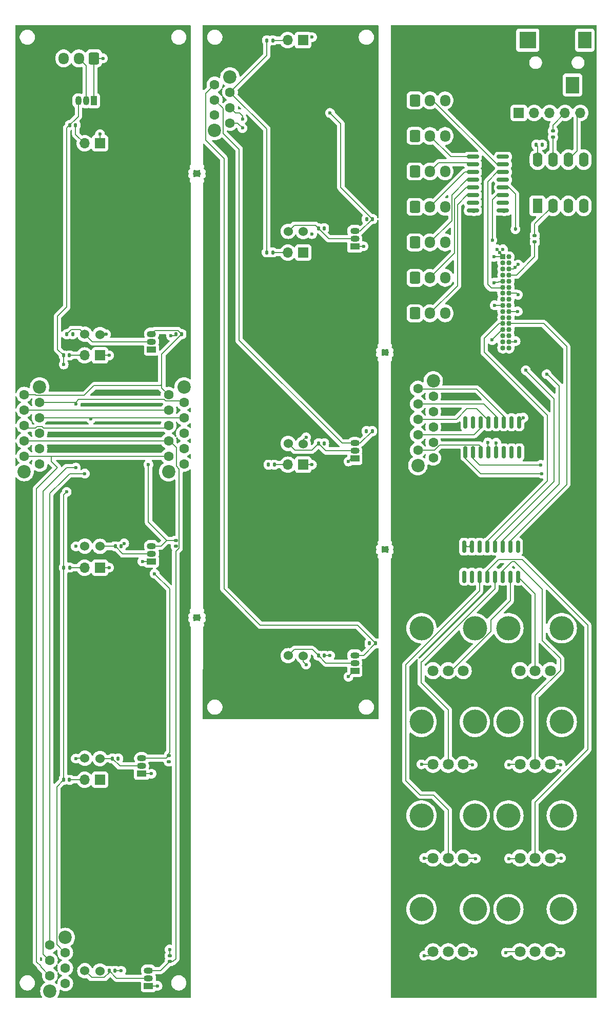
<source format=gbr>
%TF.GenerationSoftware,KiCad,Pcbnew,8.0.0*%
%TF.CreationDate,2025-03-21T10:21:52+01:00*%
%TF.ProjectId,MuseMatrix_Core,4d757365-4d61-4747-9269-785f436f7265,rev?*%
%TF.SameCoordinates,Original*%
%TF.FileFunction,Copper,L1,Top*%
%TF.FilePolarity,Positive*%
%FSLAX46Y46*%
G04 Gerber Fmt 4.6, Leading zero omitted, Abs format (unit mm)*
G04 Created by KiCad (PCBNEW 8.0.0) date 2025-03-21 10:21:52*
%MOMM*%
%LPD*%
G01*
G04 APERTURE LIST*
G04 Aperture macros list*
%AMRoundRect*
0 Rectangle with rounded corners*
0 $1 Rounding radius*
0 $2 $3 $4 $5 $6 $7 $8 $9 X,Y pos of 4 corners*
0 Add a 4 corners polygon primitive as box body*
4,1,4,$2,$3,$4,$5,$6,$7,$8,$9,$2,$3,0*
0 Add four circle primitives for the rounded corners*
1,1,$1+$1,$2,$3*
1,1,$1+$1,$4,$5*
1,1,$1+$1,$6,$7*
1,1,$1+$1,$8,$9*
0 Add four rect primitives between the rounded corners*
20,1,$1+$1,$2,$3,$4,$5,0*
20,1,$1+$1,$4,$5,$6,$7,0*
20,1,$1+$1,$6,$7,$8,$9,0*
20,1,$1+$1,$8,$9,$2,$3,0*%
G04 Aperture macros list end*
%TA.AperFunction,ComponentPad*%
%ADD10C,2.200000*%
%TD*%
%TA.AperFunction,ComponentPad*%
%ADD11C,1.600000*%
%TD*%
%TA.AperFunction,ComponentPad*%
%ADD12R,1.700000X1.700000*%
%TD*%
%TA.AperFunction,ComponentPad*%
%ADD13O,1.700000X1.700000*%
%TD*%
%TA.AperFunction,SMDPad,CuDef*%
%ADD14RoundRect,0.135000X-0.185000X0.135000X-0.185000X-0.135000X0.185000X-0.135000X0.185000X0.135000X0*%
%TD*%
%TA.AperFunction,WasherPad*%
%ADD15C,4.000000*%
%TD*%
%TA.AperFunction,ComponentPad*%
%ADD16C,1.800000*%
%TD*%
%TA.AperFunction,SMDPad,CuDef*%
%ADD17RoundRect,0.140000X0.170000X-0.140000X0.170000X0.140000X-0.170000X0.140000X-0.170000X-0.140000X0*%
%TD*%
%TA.AperFunction,ComponentPad*%
%ADD18R,1.500000X1.050000*%
%TD*%
%TA.AperFunction,ComponentPad*%
%ADD19O,1.500000X1.050000*%
%TD*%
%TA.AperFunction,ComponentPad*%
%ADD20RoundRect,0.250000X-0.600000X-0.725000X0.600000X-0.725000X0.600000X0.725000X-0.600000X0.725000X0*%
%TD*%
%TA.AperFunction,ComponentPad*%
%ADD21O,1.700000X1.950000*%
%TD*%
%TA.AperFunction,ComponentPad*%
%ADD22C,1.524000*%
%TD*%
%TA.AperFunction,SMDPad,CuDef*%
%ADD23RoundRect,0.140000X-0.140000X-0.170000X0.140000X-0.170000X0.140000X0.170000X-0.140000X0.170000X0*%
%TD*%
%TA.AperFunction,SMDPad,CuDef*%
%ADD24RoundRect,0.135000X-0.135000X-0.185000X0.135000X-0.185000X0.135000X0.185000X-0.135000X0.185000X0*%
%TD*%
%TA.AperFunction,SMDPad,CuDef*%
%ADD25R,2.200000X2.800000*%
%TD*%
%TA.AperFunction,SMDPad,CuDef*%
%ADD26R,2.800000X2.800000*%
%TD*%
%TA.AperFunction,SMDPad,CuDef*%
%ADD27RoundRect,0.150000X0.150000X-0.825000X0.150000X0.825000X-0.150000X0.825000X-0.150000X-0.825000X0*%
%TD*%
%TA.AperFunction,SMDPad,CuDef*%
%ADD28RoundRect,0.150000X-0.825000X-0.150000X0.825000X-0.150000X0.825000X0.150000X-0.825000X0.150000X0*%
%TD*%
%TA.AperFunction,ComponentPad*%
%ADD29R,1.050000X1.500000*%
%TD*%
%TA.AperFunction,ComponentPad*%
%ADD30O,1.050000X1.500000*%
%TD*%
%TA.AperFunction,ComponentPad*%
%ADD31R,1.600000X2.400000*%
%TD*%
%TA.AperFunction,ComponentPad*%
%ADD32O,1.600000X2.400000*%
%TD*%
%TA.AperFunction,ComponentPad*%
%ADD33O,0.850000X0.850000*%
%TD*%
%TA.AperFunction,ComponentPad*%
%ADD34R,0.850000X0.850000*%
%TD*%
%TA.AperFunction,SMDPad,CuDef*%
%ADD35RoundRect,0.140000X-0.170000X0.140000X-0.170000X-0.140000X0.170000X-0.140000X0.170000X0.140000X0*%
%TD*%
%TA.AperFunction,SMDPad,CuDef*%
%ADD36RoundRect,0.135000X0.185000X-0.135000X0.185000X0.135000X-0.185000X0.135000X-0.185000X-0.135000X0*%
%TD*%
%TA.AperFunction,ComponentPad*%
%ADD37RoundRect,0.250000X0.600000X0.725000X-0.600000X0.725000X-0.600000X-0.725000X0.600000X-0.725000X0*%
%TD*%
%TA.AperFunction,ViaPad*%
%ADD38C,0.600000*%
%TD*%
%TA.AperFunction,Conductor*%
%ADD39C,0.200000*%
%TD*%
G04 APERTURE END LIST*
D10*
%TO.P,J5,0*%
%TO.N,N/C*%
X91997664Y-74200000D03*
X89457664Y-88160000D03*
D11*
%TO.P,J5,1,Pin_1*%
%TO.N,/Main_board/jst0*%
X89457664Y-75460000D03*
%TO.P,J5,2,Pin_2*%
%TO.N,/Main_board/jst1*%
X89457664Y-78000000D03*
%TO.P,J5,3,Pin_3*%
%TO.N,/Main_board/jst2*%
X89457664Y-80540000D03*
%TO.P,J5,4,Pin_4*%
%TO.N,/Main_board/jst3*%
X89457664Y-83080000D03*
%TO.P,J5,5,Pin_5*%
%TO.N,/Main_board/jst4*%
X89457664Y-85620000D03*
%TO.P,J5,6,Pin_6*%
%TO.N,/Main_board/jst5*%
X91997664Y-76740000D03*
%TO.P,J5,7,Pin_7*%
%TO.N,/Main_board/jst6*%
X91997664Y-79260000D03*
%TO.P,J5,8,Pin_8*%
%TO.N,unconnected-(J5-Pin_8-Pad8)*%
X91997664Y-81820000D03*
%TO.P,J5,9,Pin_9*%
%TO.N,unconnected-(J5-Pin_9-Pad9)*%
X91997664Y-84340000D03*
%TO.P,J5,10,Pin_10*%
%TO.N,unconnected-(J5-Pin_10-Pad10)*%
X91997664Y-86900000D03*
%TD*%
D12*
%TO.P,J4,1*%
%TO.N,unconnected-(J4-Pad1)*%
X106130000Y-30000000D03*
D13*
%TO.P,J4,2*%
%TO.N,unconnected-(J4-Pad2)*%
X108670000Y-30000000D03*
%TO.P,J4,3*%
%TO.N,unconnected-(J4-Pad3)*%
X111210000Y-30000000D03*
%TO.P,J4,4*%
%TO.N,Net-(J4-Pad4)*%
X113750000Y-30000000D03*
%TO.P,J4,5*%
%TO.N,Net-(U4-VO2)*%
X116290000Y-30000000D03*
%TD*%
D14*
%TO.P,R31,1*%
%TO.N,Net-(J4-Pad4)*%
X111750000Y-32990000D03*
%TO.P,R31,2*%
%TO.N,Net-(U4-VO1)*%
X111750000Y-34010000D03*
%TD*%
D15*
%TO.P,RV5,*%
%TO.N,*%
X90057664Y-130450000D03*
X98857664Y-130450000D03*
D16*
%TO.P,RV5,1,1*%
%TO.N,+3.3V*%
X96957664Y-137450000D03*
%TO.P,RV5,2,2*%
%TO.N,Net-(U1-CH4)*%
X94457664Y-137450000D03*
%TO.P,RV5,3,3*%
%TO.N,GND*%
X91957664Y-137450000D03*
%TD*%
D17*
%TO.P,R8,1*%
%TO.N,+3.3V*%
X49500000Y-101480000D03*
%TO.P,R8,2*%
%TO.N,/Column_7_Rows/d2*%
X49500000Y-100520000D03*
%TD*%
D12*
%TO.P,D6,1,K*%
%TO.N,GND*%
X70542336Y-53025000D03*
D13*
%TO.P,D6,2,A*%
%TO.N,Net-(D6-A)*%
X68002336Y-53025000D03*
%TD*%
D18*
%TO.P,Q6,1,E*%
%TO.N,GND*%
X79042336Y-87025000D03*
D19*
%TO.P,Q6,2,B*%
%TO.N,Net-(Q6-B)*%
X79042336Y-85755000D03*
%TO.P,Q6,3,C*%
%TO.N,/Column_7_Rows/d6_0*%
X79042336Y-84485000D03*
%TD*%
D11*
%TO.P,J17,1,Pin_1*%
%TO.N,GND*%
X31270000Y-173580000D03*
%TO.P,J17,2,Pin_2*%
%TO.N,+3.3V*%
X31270000Y-171040000D03*
%TO.P,J17,3,Pin_3*%
%TO.N,/Column_7_Rows/column_voltage*%
X31270000Y-168500000D03*
%TO.P,J17,4,Pin_4*%
%TO.N,/Column_7_Rows/d5_1*%
X28730000Y-172300000D03*
%TO.P,J17,5,Pin_5*%
%TO.N,/Column_7_Rows/d6_1*%
X28730000Y-169780000D03*
%TO.P,J17,6,Pin_6*%
%TO.N,/Column_7_Rows/d7_1*%
X28730000Y-167240000D03*
D10*
%TO.P,J17,7*%
%TO.N,N/C*%
X28730000Y-174840000D03*
X31270000Y-166010000D03*
%TD*%
D20*
%TO.P,J10,1,Pin_1*%
%TO.N,GND*%
X88957664Y-51350000D03*
D21*
%TO.P,J10,2,Pin_2*%
%TO.N,/Main_board/c4*%
X91457664Y-51350000D03*
%TO.P,J10,3,Pin_3*%
%TO.N,+3.3V*%
X93957664Y-51350000D03*
%TD*%
D18*
%TO.P,Q5,1,E*%
%TO.N,GND*%
X79042336Y-52025000D03*
D19*
%TO.P,Q5,2,B*%
%TO.N,Net-(Q5-B)*%
X79042336Y-50755000D03*
%TO.P,Q5,3,C*%
%TO.N,/Column_7_Rows/d5_0*%
X79042336Y-49485000D03*
%TD*%
D18*
%TO.P,Q1,1,E*%
%TO.N,GND*%
X45500000Y-69000000D03*
D19*
%TO.P,Q1,2,B*%
%TO.N,Net-(Q1-B)*%
X45500000Y-67730000D03*
%TO.P,Q1,3,C*%
%TO.N,/Column_7_Rows/d1*%
X45500000Y-66460000D03*
%TD*%
D20*
%TO.P,J9,1,Pin_1*%
%TO.N,GND*%
X88957664Y-45500000D03*
D21*
%TO.P,J9,2,Pin_2*%
%TO.N,/Main_board/c3*%
X91457664Y-45500000D03*
%TO.P,J9,3,Pin_3*%
%TO.N,+3.3V*%
X93957664Y-45500000D03*
%TD*%
D10*
%TO.P,J13,0*%
%TO.N,N/C*%
X27040000Y-75200000D03*
X24500000Y-89160000D03*
D11*
%TO.P,J13,1,Pin_1*%
%TO.N,/Column_7_Rows/d1*%
X24500000Y-76460000D03*
%TO.P,J13,2,Pin_2*%
%TO.N,/Column_7_Rows/d2*%
X24500000Y-79000000D03*
%TO.P,J13,3,Pin_3*%
%TO.N,/Column_7_Rows/d3*%
X24500000Y-81540000D03*
%TO.P,J13,4,Pin_4*%
%TO.N,/Column_7_Rows/d4*%
X24500000Y-84080000D03*
%TO.P,J13,5,Pin_5*%
%TO.N,/Column_7_Rows/d5_1*%
X24500000Y-86620000D03*
%TO.P,J13,6,Pin_6*%
%TO.N,/Column_7_Rows/d6_1*%
X27040000Y-77740000D03*
%TO.P,J13,7,Pin_7*%
%TO.N,/Column_7_Rows/d7_1*%
X27040000Y-80260000D03*
%TO.P,J13,8,Pin_8*%
%TO.N,unconnected-(J13-Pin_8-Pad8)*%
X27040000Y-82820000D03*
%TO.P,J13,9,Pin_9*%
%TO.N,unconnected-(J13-Pin_9-Pad9)*%
X27040000Y-85340000D03*
%TO.P,J13,10,Pin_10*%
%TO.N,unconnected-(J13-Pin_10-Pad10)*%
X27040000Y-87900000D03*
%TD*%
D18*
%TO.P,Q7,1,E*%
%TO.N,GND*%
X79042336Y-122025000D03*
D19*
%TO.P,Q7,2,B*%
%TO.N,Net-(Q7-B)*%
X79042336Y-120755000D03*
%TO.P,Q7,3,C*%
%TO.N,/Column_7_Rows/d7_0*%
X79042336Y-119485000D03*
%TD*%
D12*
%TO.P,D7,1,K*%
%TO.N,GND*%
X70542336Y-88025000D03*
D13*
%TO.P,D7,2,A*%
%TO.N,Net-(D7-A)*%
X68002336Y-88025000D03*
%TD*%
D22*
%TO.P,R20,1*%
%TO.N,Net-(Q5-B)*%
X68042336Y-49525000D03*
%TO.P,R20,2*%
%TO.N,+3.3V*%
X70542336Y-49575000D03*
%TD*%
D23*
%TO.P,R17,1*%
%TO.N,/Column_7_Rows/column_voltage2*%
X64542336Y-18025000D03*
%TO.P,R17,2*%
%TO.N,Net-(D5-A)*%
X65502336Y-18025000D03*
%TD*%
D22*
%TO.P,R12,1*%
%TO.N,Net-(Q4-B)*%
X34500000Y-171500000D03*
%TO.P,R12,2*%
%TO.N,+3.3V*%
X37000000Y-171550000D03*
%TD*%
D24*
%TO.P,R28,1*%
%TO.N,+3.3V*%
X81457664Y-117500000D03*
%TO.P,R28,2*%
%TO.N,/Column_7_Rows/d7_0*%
X82477664Y-117500000D03*
%TD*%
D23*
%TO.P,R26,1*%
%TO.N,+3.3V*%
X80997664Y-47500000D03*
%TO.P,R26,2*%
%TO.N,/Column_7_Rows/d5_0*%
X81957664Y-47500000D03*
%TD*%
%TO.P,R14,1*%
%TO.N,Net-(Q4-B)*%
X38520000Y-171500000D03*
%TO.P,R14,2*%
%TO.N,GND*%
X39480000Y-171500000D03*
%TD*%
%TO.P,R27,1*%
%TO.N,+3.3V*%
X80977664Y-82500000D03*
%TO.P,R27,2*%
%TO.N,/Column_7_Rows/d6_0*%
X81937664Y-82500000D03*
%TD*%
D20*
%TO.P,J12,1,Pin_1*%
%TO.N,GND*%
X88957664Y-63050000D03*
D21*
%TO.P,J12,2,Pin_2*%
%TO.N,/Main_board/c6*%
X91457664Y-63050000D03*
%TO.P,J12,3,Pin_3*%
%TO.N,+3.3V*%
X93957664Y-63050000D03*
%TD*%
D20*
%TO.P,J8,1,Pin_1*%
%TO.N,GND*%
X88957664Y-39650000D03*
D21*
%TO.P,J8,2,Pin_2*%
%TO.N,/Main_board/c2*%
X91457664Y-39650000D03*
%TO.P,J8,3,Pin_3*%
%TO.N,+3.3V*%
X93957664Y-39650000D03*
%TD*%
D25*
%TO.P,J14,R*%
%TO.N,N/C*%
X115000000Y-25400000D03*
%TO.P,J14,S*%
X117000000Y-18000000D03*
D26*
%TO.P,J14,T*%
X107600000Y-18000000D03*
%TD*%
D27*
%TO.P,U3,1,~{PL}*%
%TO.N,/Main_board/LOAD_165*%
X97305000Y-85975000D03*
%TO.P,U3,2,CP*%
%TO.N,/Main_board/clock_165*%
X98575000Y-85975000D03*
%TO.P,U3,3,D4*%
%TO.N,/Main_board/jst4*%
X99845000Y-85975000D03*
%TO.P,U3,4,D5*%
%TO.N,/Main_board/jst5*%
X101115000Y-85975000D03*
%TO.P,U3,5,D6*%
%TO.N,/Main_board/jst6*%
X102385000Y-85975000D03*
%TO.P,U3,6,D7*%
%TO.N,GND*%
X103655000Y-85975000D03*
%TO.P,U3,7,~{Q7}*%
%TO.N,unconnected-(U3-~{Q7}-Pad7)*%
X104925000Y-85975000D03*
%TO.P,U3,8,GND*%
%TO.N,GND*%
X106195000Y-85975000D03*
%TO.P,U3,9,Q7*%
%TO.N,/Main_board/DATA_OUT_165*%
X106195000Y-81025000D03*
%TO.P,U3,10,DS*%
%TO.N,GND*%
X104925000Y-81025000D03*
%TO.P,U3,11,D0*%
%TO.N,/Main_board/jst0*%
X103655000Y-81025000D03*
%TO.P,U3,12,D1*%
%TO.N,/Main_board/jst1*%
X102385000Y-81025000D03*
%TO.P,U3,13,D2*%
%TO.N,/Main_board/jst2*%
X101115000Y-81025000D03*
%TO.P,U3,14,D3*%
%TO.N,/Main_board/jst3*%
X99845000Y-81025000D03*
%TO.P,U3,15,~{CE}*%
%TO.N,+3.3V*%
X98575000Y-81025000D03*
%TO.P,U3,16,VCC*%
X97305000Y-81025000D03*
%TD*%
D23*
%TO.P,R5,1*%
%TO.N,/Column_7_Rows/column_voltage*%
X31000000Y-70000000D03*
%TO.P,R5,2*%
%TO.N,Net-(D2-A)*%
X31960000Y-70000000D03*
%TD*%
D11*
%TO.P,J18,1,Pin_1*%
%TO.N,GND*%
X58457664Y-31655000D03*
%TO.P,J18,2,Pin_2*%
%TO.N,+3.3V*%
X58457664Y-29115000D03*
%TO.P,J18,3,Pin_3*%
%TO.N,/Column_7_Rows/column_voltage2*%
X58457664Y-26575000D03*
%TO.P,J18,4,Pin_4*%
%TO.N,/Column_7_Rows/d5_0*%
X55917664Y-30375000D03*
%TO.P,J18,5,Pin_5*%
%TO.N,/Column_7_Rows/d6_0*%
X55917664Y-27855000D03*
%TO.P,J18,6,Pin_6*%
%TO.N,/Column_7_Rows/d7_0*%
X55917664Y-25315000D03*
D10*
%TO.P,J18,7*%
%TO.N,N/C*%
X55917664Y-32915000D03*
X58457664Y-24085000D03*
%TD*%
D15*
%TO.P,RV1,*%
%TO.N,*%
X90057664Y-161350000D03*
X98857664Y-161350000D03*
D16*
%TO.P,RV1,1,1*%
%TO.N,+3.3V*%
X96957664Y-168350000D03*
%TO.P,RV1,2,2*%
%TO.N,Net-(U1-CH0)*%
X94457664Y-168350000D03*
%TO.P,RV1,3,3*%
%TO.N,GND*%
X91957664Y-168350000D03*
%TD*%
D23*
%TO.P,R13,1*%
%TO.N,Net-(Q3-B)*%
X39040000Y-136500000D03*
%TO.P,R13,2*%
%TO.N,GND*%
X40000000Y-136500000D03*
%TD*%
D10*
%TO.P,J3,0*%
%TO.N,N/C*%
X50856252Y-75213251D03*
X48316252Y-89173251D03*
D11*
%TO.P,J3,1,Pin_1*%
%TO.N,/Column_7_Rows/d1*%
X48316252Y-76473251D03*
%TO.P,J3,2,Pin_2*%
%TO.N,/Column_7_Rows/d2*%
X48316252Y-79013251D03*
%TO.P,J3,3,Pin_3*%
%TO.N,/Column_7_Rows/d3*%
X48316252Y-81553251D03*
%TO.P,J3,4,Pin_4*%
%TO.N,/Column_7_Rows/d4*%
X48316252Y-84093251D03*
%TO.P,J3,5,Pin_5*%
%TO.N,/Column_7_Rows/d5_1*%
X48316252Y-86633251D03*
%TO.P,J3,6,Pin_6*%
%TO.N,/Column_7_Rows/d6_1*%
X50856252Y-77753251D03*
%TO.P,J3,7,Pin_7*%
%TO.N,/Column_7_Rows/d7_1*%
X50856252Y-80273251D03*
%TO.P,J3,8,Pin_8*%
%TO.N,unconnected-(J3-Pin_8-Pad8)*%
X50856252Y-82833251D03*
%TO.P,J3,9,Pin_9*%
%TO.N,unconnected-(J3-Pin_9-Pad9)*%
X50856252Y-85353251D03*
%TO.P,J3,10,Pin_10*%
%TO.N,unconnected-(J3-Pin_10-Pad10)*%
X50856252Y-87913251D03*
%TD*%
D18*
%TO.P,Q4,1,E*%
%TO.N,GND*%
X45000000Y-174000000D03*
D19*
%TO.P,Q4,2,B*%
%TO.N,Net-(Q4-B)*%
X45000000Y-172730000D03*
%TO.P,Q4,3,C*%
%TO.N,/Column_7_Rows/d4*%
X45000000Y-171460000D03*
%TD*%
D22*
%TO.P,R21,1*%
%TO.N,Net-(Q6-B)*%
X68042336Y-84525000D03*
%TO.P,R21,2*%
%TO.N,+3.3V*%
X70542336Y-84575000D03*
%TD*%
D20*
%TO.P,J11,1,Pin_1*%
%TO.N,GND*%
X88957664Y-57200000D03*
D21*
%TO.P,J11,2,Pin_2*%
%TO.N,/Main_board/c5*%
X91457664Y-57200000D03*
%TO.P,J11,3,Pin_3*%
%TO.N,+3.3V*%
X93957664Y-57200000D03*
%TD*%
D23*
%TO.P,R24,1*%
%TO.N,Net-(Q6-B)*%
X73062336Y-84525000D03*
%TO.P,R24,2*%
%TO.N,GND*%
X74022336Y-84525000D03*
%TD*%
%TO.P,R9,1*%
%TO.N,/Column_7_Rows/column_voltage*%
X31020000Y-105000000D03*
%TO.P,R9,2*%
%TO.N,Net-(D3-A)*%
X31980000Y-105000000D03*
%TD*%
D15*
%TO.P,RV4,*%
%TO.N,*%
X104407664Y-145900000D03*
X113207664Y-145900000D03*
D16*
%TO.P,RV4,1,1*%
%TO.N,+3.3V*%
X111307664Y-152900000D03*
%TO.P,RV4,2,2*%
%TO.N,Net-(U1-CH3)*%
X108807664Y-152900000D03*
%TO.P,RV4,3,3*%
%TO.N,GND*%
X106307664Y-152900000D03*
%TD*%
D22*
%TO.P,R2,1*%
%TO.N,Net-(Q1-B)*%
X34500000Y-66500000D03*
%TO.P,R2,2*%
%TO.N,+3.3V*%
X37000000Y-66550000D03*
%TD*%
D28*
%TO.P,U2,1,QB*%
%TO.N,/Main_board/c1*%
X98550000Y-37230000D03*
%TO.P,U2,2,QC*%
%TO.N,/Main_board/c2*%
X98550000Y-38500000D03*
%TO.P,U2,3,QD*%
%TO.N,/Main_board/c3*%
X98550000Y-39770000D03*
%TO.P,U2,4,QE*%
%TO.N,/Main_board/c4*%
X98550000Y-41040000D03*
%TO.P,U2,5,QF*%
%TO.N,/Main_board/c5*%
X98550000Y-42310000D03*
%TO.P,U2,6,QG*%
%TO.N,/Main_board/c6*%
X98550000Y-43580000D03*
%TO.P,U2,7,QH*%
%TO.N,/Main_board/c7*%
X98550000Y-44850000D03*
%TO.P,U2,8,GND*%
%TO.N,GND*%
X98550000Y-46120000D03*
%TO.P,U2,9,QH'*%
X103500000Y-46120000D03*
%TO.P,U2,10,~{SRCLR}*%
%TO.N,+3.3V*%
X103500000Y-44850000D03*
%TO.P,U2,11,SRCLK*%
%TO.N,/Main_board/clock_595*%
X103500000Y-43580000D03*
%TO.P,U2,12,RCLK*%
%TO.N,/Main_board/LATCH_595*%
X103500000Y-42310000D03*
%TO.P,U2,13,~{OE}*%
%TO.N,GND*%
X103500000Y-41040000D03*
%TO.P,U2,14,SER*%
%TO.N,/Main_board/DATA_IN_595*%
X103500000Y-39770000D03*
%TO.P,U2,15,QA*%
%TO.N,/Main_board/c0*%
X103500000Y-38500000D03*
%TO.P,U2,16,VCC*%
%TO.N,+3.3V*%
X103500000Y-37230000D03*
%TD*%
D12*
%TO.P,D4,1,K*%
%TO.N,GND*%
X37000000Y-140000000D03*
D13*
%TO.P,D4,2,A*%
%TO.N,Net-(D4-A)*%
X34460000Y-140000000D03*
%TD*%
D29*
%TO.P,Q8,1,E*%
%TO.N,GND*%
X35960000Y-28000000D03*
D30*
%TO.P,Q8,2,B*%
%TO.N,/Column_7_Rows/Column_voltage*%
X34690000Y-28000000D03*
%TO.P,Q8,3,C*%
%TO.N,/Column_7_Rows/column_voltage*%
X33420000Y-28000000D03*
%TD*%
D18*
%TO.P,Q3,1,E*%
%TO.N,GND*%
X43860000Y-139000000D03*
D19*
%TO.P,Q3,2,B*%
%TO.N,Net-(Q3-B)*%
X43860000Y-137730000D03*
%TO.P,Q3,3,C*%
%TO.N,/Column_7_Rows/d3*%
X43860000Y-136460000D03*
%TD*%
D23*
%TO.P,R10,1*%
%TO.N,/Column_7_Rows/column_voltage*%
X31000000Y-140000000D03*
%TO.P,R10,2*%
%TO.N,Net-(D4-A)*%
X31960000Y-140000000D03*
%TD*%
D12*
%TO.P,D2,1,K*%
%TO.N,GND*%
X37000000Y-70000000D03*
D13*
%TO.P,D2,2,A*%
%TO.N,Net-(D2-A)*%
X34460000Y-70000000D03*
%TD*%
D12*
%TO.P,D1,1,K*%
%TO.N,GND*%
X37000000Y-35000000D03*
D13*
%TO.P,D1,2,A*%
%TO.N,Net-(D1-A)*%
X34460000Y-35000000D03*
%TD*%
D23*
%TO.P,R19,1*%
%TO.N,/Column_7_Rows/column_voltage2*%
X64792336Y-88025000D03*
%TO.P,R19,2*%
%TO.N,Net-(D7-A)*%
X65752336Y-88025000D03*
%TD*%
D22*
%TO.P,R22,1*%
%TO.N,Net-(Q7-B)*%
X68042336Y-119525000D03*
%TO.P,R22,2*%
%TO.N,+3.3V*%
X70542336Y-119575000D03*
%TD*%
D23*
%TO.P,R1,1*%
%TO.N,/Column_7_Rows/column_voltage*%
X32020000Y-32000000D03*
%TO.P,R1,2*%
%TO.N,Net-(D1-A)*%
X32980000Y-32000000D03*
%TD*%
D12*
%TO.P,D5,1,K*%
%TO.N,GND*%
X70500000Y-18000000D03*
D13*
%TO.P,D5,2,A*%
%TO.N,Net-(D5-A)*%
X67960000Y-18000000D03*
%TD*%
D23*
%TO.P,R25,1*%
%TO.N,Net-(Q7-B)*%
X73042336Y-119525000D03*
%TO.P,R25,2*%
%TO.N,GND*%
X74002336Y-119525000D03*
%TD*%
D22*
%TO.P,R11,1*%
%TO.N,Net-(Q3-B)*%
X37000000Y-136500000D03*
%TO.P,R11,2*%
%TO.N,+3.3V*%
X34500000Y-136450000D03*
%TD*%
D15*
%TO.P,RV8,*%
%TO.N,*%
X104407664Y-115000000D03*
X113207664Y-115000000D03*
D16*
%TO.P,RV8,1,1*%
%TO.N,+3.3V*%
X111307664Y-122000000D03*
%TO.P,RV8,2,2*%
%TO.N,Net-(U1-CH7)*%
X108807664Y-122000000D03*
%TO.P,RV8,3,3*%
%TO.N,GND*%
X106307664Y-122000000D03*
%TD*%
D15*
%TO.P,RV2,*%
%TO.N,*%
X104407664Y-161350000D03*
X113207664Y-161350000D03*
D16*
%TO.P,RV2,1,1*%
%TO.N,+3.3V*%
X111307664Y-168350000D03*
%TO.P,RV2,2,2*%
%TO.N,Net-(U1-CH1)*%
X108807664Y-168350000D03*
%TO.P,RV2,3,3*%
%TO.N,GND*%
X106307664Y-168350000D03*
%TD*%
D15*
%TO.P,RV7,*%
%TO.N,*%
X90057664Y-115000000D03*
X98857664Y-115000000D03*
D16*
%TO.P,RV7,1,1*%
%TO.N,+3.3V*%
X96957664Y-122000000D03*
%TO.P,RV7,2,2*%
%TO.N,Net-(U1-CH6)*%
X94457664Y-122000000D03*
%TO.P,RV7,3,3*%
%TO.N,GND*%
X91957664Y-122000000D03*
%TD*%
D24*
%TO.P,R30,1*%
%TO.N,+3.3V*%
X108990000Y-35250000D03*
%TO.P,R30,2*%
%TO.N,Net-(U4-VO2)*%
X110010000Y-35250000D03*
%TD*%
D23*
%TO.P,R18,1*%
%TO.N,/Column_7_Rows/column_voltage2*%
X64542336Y-53025000D03*
%TO.P,R18,2*%
%TO.N,Net-(D6-A)*%
X65502336Y-53025000D03*
%TD*%
%TO.P,R3,1*%
%TO.N,Net-(Q1-B)*%
X31520000Y-66500000D03*
%TO.P,R3,2*%
%TO.N,GND*%
X32480000Y-66500000D03*
%TD*%
D18*
%TO.P,Q2,1,E*%
%TO.N,GND*%
X45500000Y-104000000D03*
D19*
%TO.P,Q2,2,B*%
%TO.N,Net-(Q2-B)*%
X45500000Y-102730000D03*
%TO.P,Q2,3,C*%
%TO.N,/Column_7_Rows/d2*%
X45500000Y-101460000D03*
%TD*%
D27*
%TO.P,U1,1,CH0*%
%TO.N,Net-(U1-CH0)*%
X97107664Y-106500000D03*
%TO.P,U1,2,CH1*%
%TO.N,Net-(U1-CH1)*%
X98377664Y-106500000D03*
%TO.P,U1,3,CH2*%
%TO.N,Net-(U1-CH2)*%
X99647664Y-106500000D03*
%TO.P,U1,4,CH3*%
%TO.N,Net-(U1-CH3)*%
X100917664Y-106500000D03*
%TO.P,U1,5,CH4*%
%TO.N,Net-(U1-CH4)*%
X102187664Y-106500000D03*
%TO.P,U1,6,CH5*%
%TO.N,Net-(U1-CH5)*%
X103457664Y-106500000D03*
%TO.P,U1,7,CH6*%
%TO.N,Net-(U1-CH6)*%
X104727664Y-106500000D03*
%TO.P,U1,8,CH7*%
%TO.N,Net-(U1-CH7)*%
X105997664Y-106500000D03*
%TO.P,U1,9,DGND*%
%TO.N,GND*%
X105997664Y-101550000D03*
%TO.P,U1,10,~{CS}/SHDN*%
%TO.N,/Octaves board/select*%
X104727664Y-101550000D03*
%TO.P,U1,11,Din*%
%TO.N,/Octaves board/DATA_IN_ADC*%
X103457664Y-101550000D03*
%TO.P,U1,12,Dout*%
%TO.N,/Octaves board/DATA_OUT_ADC*%
X102187664Y-101550000D03*
%TO.P,U1,13,CLK*%
%TO.N,/Octaves board/ADC_clock*%
X100917664Y-101550000D03*
%TO.P,U1,14,AGND*%
%TO.N,GND*%
X99647664Y-101550000D03*
%TO.P,U1,15,Vref*%
%TO.N,+3.3V*%
X98377664Y-101550000D03*
%TO.P,U1,16,Vdd*%
X97107664Y-101550000D03*
%TD*%
D22*
%TO.P,R6,1*%
%TO.N,Net-(Q2-B)*%
X37000000Y-101500000D03*
%TO.P,R6,2*%
%TO.N,+3.3V*%
X34500000Y-101450000D03*
%TD*%
D21*
%TO.P,J6,3,Pin_3*%
%TO.N,+3.3V*%
X93957664Y-27950000D03*
%TO.P,J6,2,Pin_2*%
%TO.N,/Main_board/c0*%
X91457664Y-27950000D03*
D20*
%TO.P,J6,1,Pin_1*%
%TO.N,GND*%
X88957664Y-27950000D03*
%TD*%
D17*
%TO.P,R15,1*%
%TO.N,+3.3V*%
X48360000Y-136980000D03*
%TO.P,R15,2*%
%TO.N,/Column_7_Rows/d3*%
X48360000Y-136020000D03*
%TD*%
D31*
%TO.P,U4,1,NC*%
%TO.N,unconnected-(U4-NC-Pad1)*%
X109200000Y-45325000D03*
D32*
%TO.P,U4,2,C1*%
%TO.N,Net-(U4-C1)*%
X111740000Y-45325000D03*
%TO.P,U4,3,C2*%
%TO.N,GND*%
X114280000Y-45325000D03*
%TO.P,U4,4,NC*%
%TO.N,unconnected-(U4-NC-Pad4)*%
X116820000Y-45325000D03*
%TO.P,U4,5,GND*%
%TO.N,GND*%
X116820000Y-37705000D03*
%TO.P,U4,6,VO2*%
%TO.N,Net-(U4-VO2)*%
X114280000Y-37705000D03*
%TO.P,U4,7,VO1*%
%TO.N,Net-(U4-VO1)*%
X111740000Y-37705000D03*
%TO.P,U4,8,VCC*%
%TO.N,+3.3V*%
X109200000Y-37705000D03*
%TD*%
D12*
%TO.P,D3,1,K*%
%TO.N,GND*%
X37000000Y-105000000D03*
D13*
%TO.P,D3,2,A*%
%TO.N,Net-(D3-A)*%
X34460000Y-105000000D03*
%TD*%
D23*
%TO.P,R4,1*%
%TO.N,+3.3V*%
X49520000Y-66500000D03*
%TO.P,R4,2*%
%TO.N,/Column_7_Rows/d1*%
X50480000Y-66500000D03*
%TD*%
D33*
%TO.P,J1,32,GPIO12/PWM0*%
%TO.N,unconnected-(J1-GPIO12{slash}PWM0-Pad32)*%
X104500000Y-68750000D03*
%TO.P,J1,31,GPCLK2/GPIO06*%
%TO.N,unconnected-(J1-GPCLK2{slash}GPIO06-Pad31)*%
X103500000Y-68750000D03*
%TO.P,J1,30,GND*%
%TO.N,/Raspberry_connections/GND*%
X104500000Y-67750000D03*
%TO.P,J1,29,GPCLK1/GPIO05*%
%TO.N,unconnected-(J1-GPCLK1{slash}GPIO05-Pad29)*%
X103500000Y-67750000D03*
%TO.P,J1,28,ID_SC_I2C0/GPIO01*%
%TO.N,unconnected-(J1-ID_SC_I2C0{slash}GPIO01-Pad28)*%
X104500000Y-66750000D03*
%TO.P,J1,27,ID_SD_I2C0/GPIO00*%
%TO.N,unconnected-(J1-ID_SD_I2C0{slash}GPIO00-Pad27)*%
X103500000Y-66750000D03*
%TO.P,J1,26,~{CE1}_SPI0/GPIO07*%
%TO.N,unconnected-(J1-~{CE1}_SPI0{slash}GPIO07-Pad26)*%
X104500000Y-65750000D03*
%TO.P,J1,25,GND*%
%TO.N,/Raspberry_connections/GND*%
X103500000Y-65750000D03*
%TO.P,J1,24,~{CE0}_SPI0/GPIO08*%
%TO.N,/Octaves board/select*%
X104500000Y-64750000D03*
%TO.P,J1,23,SCLK_SPI0/GPIO11*%
%TO.N,/Octaves board/ADC_clock*%
X103500000Y-64750000D03*
%TO.P,J1,22,GPIO25/SDIO_DAT1*%
%TO.N,/Main_board/DATA_OUT_165*%
X104500000Y-63750000D03*
%TO.P,J1,21,MISO_SPI0/GPIO09*%
%TO.N,/Octaves board/DATA_OUT_ADC*%
X103500000Y-63750000D03*
%TO.P,J1,20,GND*%
%TO.N,/Raspberry_connections/GND*%
X104500000Y-62750000D03*
%TO.P,J1,19,MOSI_SPI0/GPIO10*%
%TO.N,/Octaves board/DATA_IN_ADC*%
X103500000Y-62750000D03*
%TO.P,J1,18,GPIO24/SDIO_DAT0*%
%TO.N,/Main_board/clock_165*%
X104500000Y-61750000D03*
%TO.P,J1,17,3V3*%
%TO.N,+3.3V*%
X103500000Y-61750000D03*
%TO.P,J1,16,GPIO23/SDIO_CMD*%
%TO.N,/Main_board/LOAD_165*%
X104500000Y-60750000D03*
%TO.P,J1,15,GPIO22/SDIO_CLK*%
%TO.N,/Main_board/LATCH_595*%
X103500000Y-60750000D03*
%TO.P,J1,14,GND*%
%TO.N,/Raspberry_connections/GND*%
X104500000Y-59750000D03*
%TO.P,J1,13,GPIO27/SDIO_DAT3*%
%TO.N,/Main_board/clock_595*%
X103500000Y-59750000D03*
%TO.P,J1,12,GPIO18/SPI1_~{CE0}/PCM_CLK/PWM0*%
%TO.N,unconnected-(J1-GPIO18{slash}SPI1_~{CE0}{slash}PCM_CLK{slash}PWM0-Pad12)*%
X104500000Y-58750000D03*
%TO.P,J1,11,GPIO17/SPI1_~{CE1}*%
%TO.N,/Main_board/DATA_IN_595*%
X103500000Y-58750000D03*
%TO.P,J1,10,GPIO15/UART_RXD*%
%TO.N,unconnected-(J1-GPIO15{slash}UART_RXD-Pad10)*%
X104500000Y-57750000D03*
%TO.P,J1,9,GND*%
%TO.N,/Raspberry_connections/GND*%
X103500000Y-57750000D03*
%TO.P,J1,8,GPIO14/UART_TXD*%
%TO.N,/Main_board/midi_in*%
X104500000Y-56750000D03*
%TO.P,J1,7,GPCLK0/GPIO04*%
%TO.N,unconnected-(J1-GPCLK0{slash}GPIO04-Pad7)*%
X103500000Y-56750000D03*
%TO.P,J1,6,GND*%
%TO.N,/Raspberry_connections/GND*%
X104500000Y-55750000D03*
%TO.P,J1,5,SCL_I2C1/GPIO03*%
%TO.N,unconnected-(J1-SCL_I2C1{slash}GPIO03-Pad5)*%
X103500000Y-55750000D03*
%TO.P,J1,4,5V*%
%TO.N,unconnected-(J1-5V-Pad2)_0*%
X104500000Y-54750000D03*
%TO.P,J1,3,SDA_I2C1/GPIO02*%
%TO.N,unconnected-(J1-SDA_I2C1{slash}GPIO02-Pad3)*%
X103500000Y-54750000D03*
%TO.P,J1,2,5V*%
%TO.N,unconnected-(J1-5V-Pad2)*%
X104500000Y-53750000D03*
D34*
%TO.P,J1,1,3V3*%
%TO.N,+3.3V*%
X103500000Y-53750000D03*
%TD*%
D15*
%TO.P,RV3,*%
%TO.N,*%
X90057664Y-145900000D03*
X98857664Y-145900000D03*
D16*
%TO.P,RV3,1,1*%
%TO.N,+3.3V*%
X96957664Y-152900000D03*
%TO.P,RV3,2,2*%
%TO.N,Net-(U1-CH2)*%
X94457664Y-152900000D03*
%TO.P,RV3,3,3*%
%TO.N,GND*%
X91957664Y-152900000D03*
%TD*%
D23*
%TO.P,R23,1*%
%TO.N,Net-(Q5-B)*%
X73042336Y-49025000D03*
%TO.P,R23,2*%
%TO.N,GND*%
X74002336Y-49025000D03*
%TD*%
D15*
%TO.P,RV6,*%
%TO.N,*%
X104407664Y-130450000D03*
X113207664Y-130450000D03*
D16*
%TO.P,RV6,1,1*%
%TO.N,+3.3V*%
X111307664Y-137450000D03*
%TO.P,RV6,2,2*%
%TO.N,Net-(U1-CH5)*%
X108807664Y-137450000D03*
%TO.P,RV6,3,3*%
%TO.N,GND*%
X106307664Y-137450000D03*
%TD*%
D20*
%TO.P,J7,1,Pin_1*%
%TO.N,GND*%
X88957664Y-33800000D03*
D21*
%TO.P,J7,2,Pin_2*%
%TO.N,/Main_board/c1*%
X91457664Y-33800000D03*
%TO.P,J7,3,Pin_3*%
%TO.N,+3.3V*%
X93957664Y-33800000D03*
%TD*%
D35*
%TO.P,R16,1*%
%TO.N,+3.3V*%
X48500000Y-169000000D03*
%TO.P,R16,2*%
%TO.N,/Column_7_Rows/d4*%
X48500000Y-169960000D03*
%TD*%
D23*
%TO.P,R7,1*%
%TO.N,Net-(Q2-B)*%
X39520000Y-101500000D03*
%TO.P,R7,2*%
%TO.N,GND*%
X40480000Y-101500000D03*
%TD*%
D36*
%TO.P,R29,1*%
%TO.N,/Main_board/midi_in*%
X108750000Y-51260000D03*
%TO.P,R29,2*%
%TO.N,Net-(U4-C1)*%
X108750000Y-50240000D03*
%TD*%
D37*
%TO.P,J2,1,Pin_1*%
%TO.N,GND*%
X36000000Y-21000000D03*
D21*
%TO.P,J2,2,Pin_2*%
%TO.N,/Column_7_Rows/Column_voltage*%
X33500000Y-21000000D03*
%TO.P,J2,3,Pin_3*%
%TO.N,+3.3V*%
X31000000Y-21000000D03*
%TD*%
D38*
%TO.N,/Raspberry_connections/GND*%
X105600000Y-67650000D03*
X101725000Y-67450000D03*
%TO.N,GND*%
X103375000Y-41125000D03*
X103650000Y-85950000D03*
%TO.N,/Main_board/DATA_OUT_165*%
X106875000Y-80275000D03*
%TO.N,+3.3V*%
X98525000Y-81000000D03*
X97325000Y-81000000D03*
%TO.N,/Main_board/jst5*%
X101025000Y-84350000D03*
%TO.N,/Main_board/jst6*%
X102400000Y-84425000D03*
%TO.N,/Main_board/DATA_OUT_165*%
X106200000Y-80825000D03*
%TO.N,/Main_board/LATCH_595*%
X105575000Y-49175000D03*
%TO.N,/Main_board/clock_595*%
X101750000Y-51000000D03*
%TO.N,/Main_board/LOAD_165*%
X109900000Y-89500000D03*
%TO.N,/Main_board/clock_165*%
X109775000Y-88050000D03*
%TO.N,/Octaves board/DATA_IN_ADC*%
X110725000Y-73100000D03*
%TO.N,/Octaves board/DATA_OUT_ADC*%
X107275000Y-72450000D03*
%TO.N,/Raspberry_connections/GND*%
X105950000Y-62750000D03*
%TO.N,+3.3V*%
X102125000Y-61725000D03*
%TO.N,/Raspberry_connections/GND*%
X106000000Y-60000000D03*
X102000000Y-58000000D03*
%TO.N,+3.3V*%
X103000000Y-53000000D03*
%TO.N,/Raspberry_connections/GND*%
X105500000Y-55500000D03*
X106000000Y-55000000D03*
%TO.N,+3.3V*%
X102500000Y-52500000D03*
X102000000Y-53750000D03*
X103500000Y-52500000D03*
X103750000Y-37250000D03*
%TO.N,GND*%
X98750000Y-46250000D03*
X103750000Y-46250000D03*
%TO.N,+3.3V*%
X103750000Y-44750000D03*
X108750000Y-37000000D03*
%TO.N,Net-(U4-VO2)*%
X110000000Y-35250000D03*
%TO.N,GND*%
X105000000Y-81250000D03*
X106250000Y-86000000D03*
X106000000Y-101500000D03*
X99750000Y-101500000D03*
%TO.N,+3.3V*%
X98250000Y-101500000D03*
X97250000Y-101500000D03*
%TO.N,GND*%
X40000000Y-136500000D03*
X80500000Y-52000000D03*
X44000000Y-104000000D03*
X90500000Y-152900000D03*
X74975000Y-119525000D03*
X38500000Y-70000000D03*
X37000000Y-33500000D03*
X60500000Y-32500000D03*
X90050000Y-137450000D03*
X90500000Y-169000000D03*
X41000000Y-101000000D03*
X32480000Y-66500000D03*
X74002336Y-49025000D03*
X37500000Y-21000000D03*
X78000000Y-87500000D03*
X74022336Y-84525000D03*
X72000000Y-17500000D03*
X104500000Y-137500000D03*
X71975000Y-88025000D03*
X104000000Y-168500000D03*
X104500000Y-153000000D03*
X78000000Y-123000000D03*
X38500000Y-105000000D03*
X45500000Y-139000000D03*
X46500000Y-174000000D03*
X40500000Y-171500000D03*
%TO.N,/Column_7_Rows/d3*%
X46000000Y-106000000D03*
%TO.N,/Column_7_Rows/d2*%
X45000000Y-88000000D03*
%TO.N,+3.3V*%
X49500000Y-101480000D03*
X48500000Y-167980000D03*
X72000000Y-50000000D03*
X113100000Y-152900000D03*
X60500000Y-31000000D03*
X113000000Y-137500000D03*
X98500000Y-168500000D03*
X48360000Y-136980000D03*
X81457664Y-117500000D03*
X99000000Y-153000000D03*
X48725000Y-66750000D03*
X80997664Y-47500000D03*
X71000000Y-83500000D03*
X113000000Y-168500000D03*
X33000000Y-101500000D03*
X71000000Y-121000000D03*
X98500000Y-137500000D03*
X33000000Y-136500000D03*
X38000000Y-66500000D03*
X80977664Y-82500000D03*
%TO.N,/Column_7_Rows/column_voltage*%
X31000000Y-71500000D03*
X31500000Y-92500000D03*
%TO.N,Net-(U1-CH0)*%
X97107664Y-106500000D03*
%TO.N,Net-(U1-CH1)*%
X98377664Y-106500000D03*
%TO.N,/Column_7_Rows/d7_1*%
X34500000Y-89500000D03*
X35500000Y-80500000D03*
%TO.N,/Column_7_Rows/d6_1*%
X33000000Y-78000000D03*
X33000000Y-88500000D03*
%TO.N,/Column_7_Rows/column_voltage2*%
X64500000Y-53000000D03*
X64792336Y-88025000D03*
%TO.N,/Column_7_Rows/d5_0*%
X74957664Y-30000000D03*
%TD*%
D39*
%TO.N,/Raspberry_connections/GND*%
X105600000Y-67550000D02*
X105500000Y-67650000D01*
X105600000Y-67650000D02*
X105600000Y-67550000D01*
X105500000Y-67650000D02*
X105600000Y-67650000D01*
X101725000Y-67450000D02*
X101775000Y-67400000D01*
X103425000Y-65750000D02*
X101725000Y-67450000D01*
X103500000Y-65750000D02*
X103425000Y-65750000D01*
X105400000Y-67750000D02*
X105500000Y-67650000D01*
X104500000Y-67750000D02*
X105400000Y-67750000D01*
%TO.N,/Main_board/DATA_OUT_165*%
X106325000Y-80825000D02*
X106875000Y-80275000D01*
X106200000Y-80825000D02*
X106325000Y-80825000D01*
%TO.N,/Main_board/jst5*%
X101025000Y-84350000D02*
X101115000Y-84360000D01*
%TO.N,/Main_board/jst6*%
X102400000Y-84425000D02*
X102385000Y-84410000D01*
X102385000Y-84410000D02*
X102375000Y-84400000D01*
X102385000Y-85975000D02*
X102400000Y-84425000D01*
%TO.N,/Main_board/jst5*%
X101115000Y-84360000D02*
X101125000Y-84350000D01*
X101115000Y-85975000D02*
X101025000Y-84350000D01*
%TO.N,/Main_board/jst4*%
X92202589Y-85620000D02*
X89457664Y-85620000D01*
X99845000Y-85000001D02*
X99594999Y-84750000D01*
X93072589Y-84750000D02*
X92202589Y-85620000D01*
X99845000Y-85975000D02*
X99845000Y-85000001D01*
X99594999Y-84750000D02*
X93072589Y-84750000D01*
%TO.N,/Main_board/jst3*%
X98764999Y-83080000D02*
X89457664Y-83080000D01*
X99845000Y-81999999D02*
X98764999Y-83080000D01*
X99845000Y-81025000D02*
X99845000Y-81999999D01*
%TO.N,/Main_board/jst2*%
X95810000Y-80540000D02*
X89457664Y-80540000D01*
X101115000Y-80750158D02*
X99139842Y-78775000D01*
X97575000Y-78775000D02*
X95810000Y-80540000D01*
X99139842Y-78775000D02*
X97575000Y-78775000D01*
X101115000Y-81025000D02*
X101115000Y-80750158D01*
%TO.N,/Main_board/jst1*%
X100334999Y-78000000D02*
X89457664Y-78000000D01*
X102385000Y-80050001D02*
X100334999Y-78000000D01*
X102385000Y-81025000D02*
X102385000Y-80050001D01*
%TO.N,/Main_board/jst0*%
X89547664Y-75550000D02*
X89457664Y-75460000D01*
X103655000Y-81025000D02*
X103655000Y-80050001D01*
X103655000Y-80050001D02*
X99154999Y-75550000D01*
X99154999Y-75550000D02*
X89547664Y-75550000D01*
%TO.N,+3.3V*%
X49270000Y-66750000D02*
X49520000Y-66500000D01*
X48725000Y-66750000D02*
X49270000Y-66750000D01*
%TO.N,/Main_board/LATCH_595*%
X105550000Y-49200000D02*
X105550000Y-49400000D01*
X105575000Y-49175000D02*
X105550000Y-49200000D01*
X105550000Y-49150000D02*
X105575000Y-49175000D01*
%TO.N,/Main_board/clock_595*%
X101750000Y-51000000D02*
X101775000Y-51000000D01*
X101775000Y-44330001D02*
X101750000Y-51000000D01*
X102525001Y-43580000D02*
X101775000Y-44330001D01*
X103500000Y-43580000D02*
X102525001Y-43580000D01*
%TO.N,/Main_board/LATCH_595*%
X105550000Y-43385001D02*
X105550000Y-49150000D01*
X104474999Y-42310000D02*
X105550000Y-43385001D01*
X103500000Y-42310000D02*
X104474999Y-42310000D01*
%TO.N,/Main_board/DATA_IN_595*%
X103350000Y-58900000D02*
X103500000Y-58750000D01*
X101600000Y-58900000D02*
X103350000Y-58900000D01*
X100975000Y-58275000D02*
X101600000Y-58900000D01*
X100975000Y-41320001D02*
X100975000Y-58275000D01*
X102525001Y-39770000D02*
X100975000Y-41320001D01*
X103500000Y-39770000D02*
X102525001Y-39770000D01*
%TO.N,/Main_board/LOAD_165*%
X109900000Y-89500000D02*
X109950000Y-89500000D01*
%TO.N,/Main_board/clock_165*%
X109800000Y-88075000D02*
X109825000Y-88075000D01*
X109775000Y-88050000D02*
X109800000Y-88075000D01*
X109750000Y-88075000D02*
X109775000Y-88050000D01*
%TO.N,/Main_board/LOAD_165*%
X99855001Y-89500000D02*
X109900000Y-89500000D01*
X97305000Y-86949999D02*
X99855001Y-89500000D01*
X97305000Y-85975000D02*
X97305000Y-86949999D01*
%TO.N,/Main_board/clock_165*%
X99700001Y-88075000D02*
X109750000Y-88075000D01*
X98575000Y-86949999D02*
X99700001Y-88075000D01*
X98575000Y-85975000D02*
X98575000Y-86949999D01*
%TO.N,/Octaves board/DATA_IN_ADC*%
X110725000Y-73025000D02*
X110725000Y-73025000D01*
X110725000Y-73100000D02*
X110725000Y-73025000D01*
X110800000Y-73100000D02*
X110725000Y-73100000D01*
%TO.N,/Octaves board/DATA_OUT_ADC*%
X107250000Y-72450000D02*
X107250000Y-72450000D01*
X107275000Y-72450000D02*
X107250000Y-72450000D01*
X107275000Y-72475000D02*
X107275000Y-72450000D01*
X111925000Y-77125000D02*
X107275000Y-72475000D01*
X111925000Y-90825000D02*
X111925000Y-77125000D01*
X102187664Y-100562336D02*
X111925000Y-90825000D01*
X102187664Y-101550000D02*
X102187664Y-100562336D01*
%TO.N,/Octaves board/DATA_IN_ADC*%
X112750000Y-75050000D02*
X110800000Y-73100000D01*
X112750000Y-91225000D02*
X112750000Y-75050000D01*
X103457664Y-101550000D02*
X103457664Y-100517336D01*
X103457664Y-100517336D02*
X112750000Y-91225000D01*
%TO.N,/Octaves board/select*%
X114025000Y-68550000D02*
X110225000Y-64750000D01*
X114025000Y-91277665D02*
X114025000Y-68550000D01*
X110225000Y-64750000D02*
X104500000Y-64750000D01*
X104727664Y-100575001D02*
X114025000Y-91277665D01*
X104727664Y-101550000D02*
X104727664Y-100575001D01*
%TO.N,/Octaves board/ADC_clock*%
X100400000Y-67205026D02*
X102855026Y-64750000D01*
X100400000Y-69450000D02*
X100400000Y-67205026D01*
X110800000Y-79850000D02*
X100400000Y-69450000D01*
X102855026Y-64750000D02*
X103500000Y-64750000D01*
X110800000Y-90692665D02*
X110800000Y-79850000D01*
X100917664Y-101550000D02*
X100917664Y-100575001D01*
X100917664Y-100575001D02*
X110800000Y-90692665D01*
%TO.N,/Raspberry_connections/GND*%
X105950000Y-62750000D02*
X105975000Y-62725000D01*
X104500000Y-62750000D02*
X105950000Y-62750000D01*
%TO.N,+3.3V*%
X102125000Y-61650000D02*
X102175000Y-61700000D01*
X102125000Y-61725000D02*
X102125000Y-61650000D01*
X102200000Y-61725000D02*
X102125000Y-61725000D01*
X103500000Y-61750000D02*
X102350000Y-61750000D01*
X102225000Y-61750000D02*
X102200000Y-61725000D01*
%TO.N,/Raspberry_connections/GND*%
X105750000Y-59750000D02*
X106000000Y-60000000D01*
X104500000Y-59750000D02*
X105750000Y-59750000D01*
X102000000Y-58000000D02*
X102250000Y-57750000D01*
X103500000Y-57750000D02*
X102000000Y-58000000D01*
%TO.N,+3.3V*%
X103000000Y-53000000D02*
X102500000Y-52500000D01*
%TO.N,/Raspberry_connections/GND*%
X105500000Y-55500000D02*
X106000000Y-55000000D01*
X105250000Y-55750000D02*
X105500000Y-55500000D01*
X104500000Y-55750000D02*
X105250000Y-55750000D01*
%TO.N,/Main_board/midi_in*%
X108750000Y-53750000D02*
X108750000Y-51260000D01*
X105750000Y-56750000D02*
X108750000Y-53750000D01*
X104500000Y-56750000D02*
X105750000Y-56750000D01*
%TO.N,Net-(U4-C1)*%
X108750000Y-48315000D02*
X111740000Y-45325000D01*
X108750000Y-50240000D02*
X108750000Y-48315000D01*
%TO.N,+3.3V*%
X103500000Y-53500000D02*
X103000000Y-53000000D01*
X103500000Y-53750000D02*
X103500000Y-53500000D01*
X103500000Y-53750000D02*
X102000000Y-53750000D01*
X103500000Y-52500000D02*
X103500000Y-52250000D01*
X109200000Y-35460000D02*
X108990000Y-35250000D01*
X109200000Y-37705000D02*
X109200000Y-35460000D01*
%TO.N,Net-(J4-Pad4)*%
X111750000Y-32000000D02*
X113750000Y-30000000D01*
X111750000Y-32990000D02*
X111750000Y-32000000D01*
%TO.N,Net-(U4-VO1)*%
X111740000Y-34020000D02*
X111750000Y-34010000D01*
X111740000Y-37705000D02*
X111740000Y-34020000D01*
%TO.N,Net-(U4-VO2)*%
X115750000Y-30540000D02*
X116290000Y-30000000D01*
X115750000Y-36235000D02*
X115750000Y-30540000D01*
X114280000Y-37705000D02*
X115750000Y-36235000D01*
%TO.N,+3.3V*%
X98300000Y-101550000D02*
X98377664Y-101550000D01*
X98250000Y-101500000D02*
X98300000Y-101550000D01*
X98200000Y-101550000D02*
X98250000Y-101500000D01*
X97300000Y-101550000D02*
X98200000Y-101550000D01*
X97250000Y-101500000D02*
X97300000Y-101550000D01*
X97200000Y-101550000D02*
X97250000Y-101500000D01*
X97107664Y-101550000D02*
X97200000Y-101550000D01*
%TO.N,/Main_board/c6*%
X96000000Y-58507664D02*
X91457664Y-63050000D01*
X97575001Y-43580000D02*
X96000000Y-45155001D01*
X96000000Y-45155001D02*
X96000000Y-58507664D01*
X98550000Y-43580000D02*
X97575001Y-43580000D01*
%TO.N,/Main_board/c5*%
X95500000Y-44250000D02*
X95500000Y-53157664D01*
X97440000Y-42310000D02*
X95500000Y-44250000D01*
X98550000Y-42310000D02*
X97440000Y-42310000D01*
X95500000Y-53157664D02*
X91457664Y-57200000D01*
%TO.N,/Main_board/c4*%
X95057664Y-47750000D02*
X91457664Y-51350000D01*
X95057664Y-43557337D02*
X95057664Y-47750000D01*
X97575001Y-41040000D02*
X95057664Y-43557337D01*
X98550000Y-41040000D02*
X97575001Y-41040000D01*
%TO.N,/Main_board/c3*%
X97187664Y-39770000D02*
X91457664Y-45500000D01*
X98550000Y-39770000D02*
X97187664Y-39770000D01*
%TO.N,/Main_board/c2*%
X92907663Y-38200001D02*
X91457664Y-39650000D01*
X98250001Y-38200001D02*
X92907663Y-38200001D01*
X98550000Y-38500000D02*
X98250001Y-38200001D01*
%TO.N,/Main_board/c1*%
X98550000Y-37230000D02*
X94887664Y-37230000D01*
X94887664Y-37230000D02*
X91457664Y-33800000D01*
%TO.N,/Main_board/c0*%
X102525001Y-38500000D02*
X91975001Y-27950000D01*
X103500000Y-38500000D02*
X102525001Y-38500000D01*
X91975001Y-27950000D02*
X91457664Y-27950000D01*
%TO.N,/Column_7_Rows/d3*%
X26605075Y-81770000D02*
X27474925Y-81770000D01*
X26375075Y-82000000D02*
X26605075Y-81770000D01*
X27474925Y-81770000D02*
X27704925Y-82000000D01*
X24960000Y-82000000D02*
X26375075Y-82000000D01*
X27704925Y-82000000D02*
X48040000Y-82000000D01*
X24500000Y-81540000D02*
X24960000Y-82000000D01*
X48040000Y-82000000D02*
X48500000Y-81540000D01*
%TO.N,/Column_7_Rows/d6_1*%
X50800000Y-77500000D02*
X51040000Y-77740000D01*
X47881327Y-77523251D02*
X48751177Y-77523251D01*
X33490000Y-77250000D02*
X47608076Y-77250000D01*
X47608076Y-77250000D02*
X47881327Y-77523251D01*
X33000000Y-77740000D02*
X33490000Y-77250000D01*
X48751177Y-77523251D02*
X48774428Y-77500000D01*
X48774428Y-77500000D02*
X50800000Y-77500000D01*
%TO.N,/Column_7_Rows/d1*%
X47000000Y-75000000D02*
X47205000Y-74795000D01*
X36000000Y-75000000D02*
X47000000Y-75000000D01*
X26320101Y-76460000D02*
X26460101Y-76600000D01*
X26460101Y-76600000D02*
X34400000Y-76600000D01*
X24500000Y-76460000D02*
X26320101Y-76460000D01*
X34400000Y-76600000D02*
X36000000Y-75000000D01*
X47205000Y-74795000D02*
X47205000Y-75361999D01*
X47205000Y-75361999D02*
X48316252Y-76473251D01*
X47205000Y-74795000D02*
X47205000Y-69775000D01*
X47205000Y-69775000D02*
X50480000Y-66500000D01*
%TO.N,/Column_7_Rows/d5_0*%
X76750000Y-31792336D02*
X74957664Y-30000000D01*
X76750000Y-42292336D02*
X76750000Y-31792336D01*
X81957664Y-47500000D02*
X76750000Y-42292336D01*
%TO.N,/Column_7_Rows/d4*%
X50060000Y-88740101D02*
X49600000Y-88280101D01*
X50060000Y-101785424D02*
X50060000Y-88740101D01*
X48500000Y-84080000D02*
X24500000Y-84080000D01*
X49600000Y-85180000D02*
X48500000Y-84080000D01*
X49500000Y-102345424D02*
X50060000Y-101785424D01*
X49040000Y-169960000D02*
X49500000Y-169500000D01*
X49500000Y-169500000D02*
X49500000Y-102345424D01*
X48500000Y-169960000D02*
X49040000Y-169960000D01*
X49600000Y-88280101D02*
X49600000Y-85180000D01*
%TO.N,/Column_7_Rows/d3*%
X48500000Y-108500000D02*
X46000000Y-106000000D01*
X48500000Y-135500000D02*
X48500000Y-108500000D01*
X48360000Y-136020000D02*
X48360000Y-135640000D01*
X48360000Y-135640000D02*
X48500000Y-135500000D01*
%TO.N,GND*%
X104150000Y-168350000D02*
X106307664Y-168350000D01*
X106307664Y-137450000D02*
X104550000Y-137450000D01*
X37000000Y-70000000D02*
X38500000Y-70000000D01*
X36000000Y-21000000D02*
X37500000Y-21000000D01*
X79042336Y-52025000D02*
X80475000Y-52025000D01*
X37000000Y-105000000D02*
X38500000Y-105000000D01*
X37000000Y-35000000D02*
X37000000Y-33500000D01*
X78975000Y-122025000D02*
X78000000Y-123000000D01*
X106207664Y-153000000D02*
X106307664Y-152900000D01*
X91957664Y-137450000D02*
X90050000Y-137450000D01*
X70542336Y-88025000D02*
X71975000Y-88025000D01*
X59655000Y-31655000D02*
X58457664Y-31655000D01*
X104000000Y-168500000D02*
X104150000Y-168350000D01*
X78475000Y-87025000D02*
X78000000Y-87500000D01*
X35960000Y-21040000D02*
X36000000Y-21000000D01*
X91957664Y-152900000D02*
X90500000Y-152900000D01*
X40480000Y-101500000D02*
X40500000Y-101500000D01*
X79042336Y-87025000D02*
X78475000Y-87025000D01*
X104550000Y-137450000D02*
X104500000Y-137500000D01*
X104500000Y-153000000D02*
X106207664Y-153000000D01*
X40500000Y-101500000D02*
X41000000Y-101000000D01*
X60500000Y-32500000D02*
X59655000Y-31655000D01*
X91957664Y-168350000D02*
X91307664Y-169000000D01*
X39480000Y-171500000D02*
X40500000Y-171500000D01*
X80475000Y-52025000D02*
X80500000Y-52000000D01*
X45500000Y-104000000D02*
X44000000Y-104000000D01*
X104600000Y-152900000D02*
X104500000Y-153000000D01*
X74002336Y-119525000D02*
X74975000Y-119525000D01*
X43860000Y-139000000D02*
X45500000Y-139000000D01*
X35960000Y-28000000D02*
X35960000Y-21040000D01*
X45000000Y-174000000D02*
X46500000Y-174000000D01*
X79042336Y-122025000D02*
X78975000Y-122025000D01*
X91307664Y-169000000D02*
X90500000Y-169000000D01*
%TO.N,Net-(D2-A)*%
X31960000Y-70000000D02*
X34460000Y-70000000D01*
%TO.N,Net-(D3-A)*%
X34460000Y-105000000D02*
X31980000Y-105000000D01*
%TO.N,Net-(D4-A)*%
X31960000Y-140000000D02*
X34460000Y-140000000D01*
%TO.N,Net-(D5-A)*%
X65502336Y-18025000D02*
X67935000Y-18025000D01*
X67935000Y-18025000D02*
X67960000Y-18000000D01*
%TO.N,Net-(D6-A)*%
X65502336Y-53025000D02*
X68002336Y-53025000D01*
%TO.N,Net-(D7-A)*%
X65752336Y-88025000D02*
X68002336Y-88025000D01*
%TO.N,/Column_7_Rows/d3*%
X43860000Y-136460000D02*
X47920000Y-136460000D01*
X47920000Y-136460000D02*
X48360000Y-136020000D01*
%TO.N,/Column_7_Rows/d1*%
X45500000Y-66460000D02*
X46070000Y-65890000D01*
X46070000Y-65890000D02*
X49870000Y-65890000D01*
X49870000Y-65890000D02*
X50480000Y-66500000D01*
%TO.N,/Column_7_Rows/d4*%
X45000000Y-171460000D02*
X47000000Y-171460000D01*
X47000000Y-171460000D02*
X48500000Y-169960000D01*
%TO.N,/Column_7_Rows/d2*%
X48000000Y-100500000D02*
X45000000Y-97500000D01*
X47040000Y-101460000D02*
X48000000Y-100500000D01*
X48000000Y-100500000D02*
X48020000Y-100520000D01*
X45000000Y-97500000D02*
X45000000Y-88000000D01*
X24500000Y-79000000D02*
X48500000Y-79000000D01*
X48020000Y-100520000D02*
X49500000Y-100520000D01*
X45500000Y-101460000D02*
X47040000Y-101460000D01*
%TO.N,/Column_7_Rows/Column_voltage*%
X34690000Y-22190000D02*
X34690000Y-28000000D01*
X33500000Y-21000000D02*
X34690000Y-22190000D01*
%TO.N,+3.3V*%
X98350000Y-168350000D02*
X98500000Y-168500000D01*
X112950000Y-137450000D02*
X113000000Y-137500000D01*
X111307664Y-137450000D02*
X111050000Y-137450000D01*
X71000000Y-121000000D02*
X70542336Y-120542336D01*
X70542336Y-83957664D02*
X71000000Y-83500000D01*
X111307664Y-168350000D02*
X112850000Y-168350000D01*
X98450000Y-137450000D02*
X98500000Y-137500000D01*
X48500000Y-169000000D02*
X48500000Y-167980000D01*
X37950000Y-66550000D02*
X38000000Y-66500000D01*
X112850000Y-168350000D02*
X113000000Y-168500000D01*
X33050000Y-136450000D02*
X33000000Y-136500000D01*
X96957664Y-168350000D02*
X98350000Y-168350000D01*
X60500000Y-30500000D02*
X60500000Y-31000000D01*
X96957664Y-152900000D02*
X98900000Y-152900000D01*
X98900000Y-152900000D02*
X99000000Y-153000000D01*
X70542336Y-120542336D02*
X70542336Y-119575000D01*
X111050000Y-137450000D02*
X112950000Y-137450000D01*
X58457664Y-29115000D02*
X59342664Y-30000000D01*
X113100000Y-152900000D02*
X111307664Y-152900000D01*
X34500000Y-136450000D02*
X33050000Y-136450000D01*
X37000000Y-66550000D02*
X37950000Y-66550000D01*
X60000000Y-30000000D02*
X60500000Y-30500000D01*
X59342664Y-30000000D02*
X60000000Y-30000000D01*
X111307664Y-137450000D02*
X112000000Y-137450000D01*
X96957664Y-137450000D02*
X98450000Y-137450000D01*
%TO.N,Net-(D1-A)*%
X32980000Y-32000000D02*
X32980000Y-33520000D01*
X32980000Y-33520000D02*
X34460000Y-35000000D01*
%TO.N,Net-(Q2-B)*%
X37000000Y-101500000D02*
X39520000Y-101500000D01*
X45500000Y-102730000D02*
X40750000Y-102730000D01*
X40750000Y-102730000D02*
X39520000Y-101500000D01*
%TO.N,Net-(Q3-B)*%
X37000000Y-136500000D02*
X39040000Y-136500000D01*
X40270000Y-137730000D02*
X43860000Y-137730000D01*
X39040000Y-136500000D02*
X40270000Y-137730000D01*
%TO.N,Net-(Q4-B)*%
X38520000Y-171809999D02*
X38520000Y-171500000D01*
X34500000Y-171500000D02*
X35612000Y-172612000D01*
X35612000Y-172612000D02*
X37717999Y-172612000D01*
X39750000Y-172730000D02*
X45000000Y-172730000D01*
X37717999Y-172612000D02*
X38520000Y-171809999D01*
X38520000Y-171500000D02*
X39750000Y-172730000D01*
%TO.N,Net-(Q5-B)*%
X69054336Y-48513000D02*
X72530336Y-48513000D01*
X72530336Y-48513000D02*
X73042336Y-49025000D01*
X73042336Y-49025000D02*
X74772336Y-50755000D01*
X68042336Y-49525000D02*
X69054336Y-48513000D01*
X74772336Y-50755000D02*
X79042336Y-50755000D01*
%TO.N,Net-(Q6-B)*%
X79042336Y-85755000D02*
X74292336Y-85755000D01*
X71950336Y-85637000D02*
X73062336Y-84525000D01*
X74292336Y-85755000D02*
X73062336Y-84525000D01*
X68042336Y-84525000D02*
X69154336Y-85637000D01*
X69154336Y-85637000D02*
X71950336Y-85637000D01*
%TO.N,Net-(Q7-B)*%
X68042336Y-119525000D02*
X69054336Y-118513000D01*
X74272336Y-120755000D02*
X79042336Y-120755000D01*
X72030336Y-118513000D02*
X73042336Y-119525000D01*
X69054336Y-118513000D02*
X72030336Y-118513000D01*
X73042336Y-119525000D02*
X74272336Y-120755000D01*
%TO.N,/Column_7_Rows/column_voltage*%
X31020000Y-139480000D02*
X31020000Y-105000000D01*
X31270000Y-168575000D02*
X29870000Y-167175000D01*
X33420000Y-28000000D02*
X33420000Y-30580000D01*
X30000000Y-69000000D02*
X31000000Y-70000000D01*
X31000000Y-70000000D02*
X31000000Y-71500000D01*
X31020000Y-105000000D02*
X31020000Y-92980000D01*
X31000000Y-140000000D02*
X31000000Y-139500000D01*
X29870000Y-167175000D02*
X29870000Y-141130000D01*
X33420000Y-30580000D02*
X31500000Y-32500000D01*
X31520000Y-35000000D02*
X31520000Y-61980000D01*
X29870000Y-141130000D02*
X31000000Y-140000000D01*
X31520000Y-61980000D02*
X30000000Y-63500000D01*
X31520000Y-32520000D02*
X31520000Y-35000000D01*
X31000000Y-139500000D02*
X31020000Y-139480000D01*
X31500000Y-32500000D02*
X31520000Y-32520000D01*
X30000000Y-63500000D02*
X30000000Y-69000000D01*
X31020000Y-92980000D02*
X31500000Y-92500000D01*
%TO.N,Net-(U1-CH2)*%
X99647664Y-106500000D02*
X99647664Y-108852336D01*
X87500000Y-140160355D02*
X89839645Y-142500000D01*
X89839645Y-142500000D02*
X92000000Y-142500000D01*
X94457664Y-144957664D02*
X94457664Y-152900000D01*
X87500000Y-121000000D02*
X87500000Y-140160355D01*
X99647664Y-108852336D02*
X87500000Y-121000000D01*
X92000000Y-142500000D02*
X94457664Y-144957664D01*
%TO.N,Net-(U1-CH3)*%
X117500000Y-135000000D02*
X108807664Y-143692336D01*
X108807664Y-143692336D02*
X108807664Y-152900000D01*
X106650000Y-103650000D02*
X117500000Y-114500000D01*
X100917664Y-106500000D02*
X100917664Y-105525001D01*
X100917664Y-105525001D02*
X102792665Y-103650000D01*
X102792665Y-103650000D02*
X106650000Y-103650000D01*
X117500000Y-114500000D02*
X117500000Y-135000000D01*
%TO.N,Net-(U1-CH4)*%
X90000000Y-120500000D02*
X90000000Y-124000000D01*
X90175683Y-120500000D02*
X90000000Y-120500000D01*
X94457664Y-128457664D02*
X94457664Y-137450000D01*
X102187664Y-108488019D02*
X90175683Y-120500000D01*
X102187664Y-106500000D02*
X102187664Y-108488019D01*
X90000000Y-124000000D02*
X94457664Y-128457664D01*
%TO.N,Net-(U1-CH5)*%
X105389645Y-104000000D02*
X110000000Y-108610355D01*
X110000000Y-117000000D02*
X113000000Y-120000000D01*
X103457664Y-106500000D02*
X103457664Y-105525001D01*
X110000000Y-108610355D02*
X110000000Y-117000000D01*
X113000000Y-120000000D02*
X113000000Y-121934010D01*
X103457664Y-105525001D02*
X104982665Y-104000000D01*
X108807664Y-126126346D02*
X108807664Y-137450000D01*
X113000000Y-121934010D02*
X108807664Y-126126346D01*
X104982665Y-104000000D02*
X105389645Y-104000000D01*
%TO.N,Net-(U1-CH6)*%
X104727664Y-110448019D02*
X101500000Y-113675683D01*
X101500000Y-113675683D02*
X101500000Y-115539645D01*
X104727664Y-106500000D02*
X104727664Y-110448019D01*
X101500000Y-115539645D02*
X95039645Y-122000000D01*
X95039645Y-122000000D02*
X94457664Y-122000000D01*
%TO.N,Net-(U1-CH7)*%
X105997664Y-106500000D02*
X108807664Y-109310000D01*
X108807664Y-109310000D02*
X108807664Y-122000000D01*
%TO.N,Net-(Q1-B)*%
X34500000Y-66500000D02*
X35730000Y-67730000D01*
X31520000Y-66500000D02*
X32281999Y-65738001D01*
X35730000Y-67730000D02*
X45500000Y-67730000D01*
X32281999Y-65738001D02*
X33738001Y-65738001D01*
X33738001Y-65738001D02*
X34500000Y-66500000D01*
%TO.N,/Column_7_Rows/d7_1*%
X27040000Y-80260000D02*
X35500000Y-80260000D01*
X28730000Y-92770000D02*
X31000000Y-90500000D01*
X31000000Y-90500000D02*
X32000000Y-89500000D01*
X35500000Y-80500000D02*
X35500000Y-80260000D01*
X28730000Y-167315000D02*
X28730000Y-92770000D01*
X35500000Y-80260000D02*
X51040000Y-80260000D01*
X33000000Y-89500000D02*
X34500000Y-89500000D01*
X32000000Y-89500000D02*
X33000000Y-89500000D01*
%TO.N,/Column_7_Rows/d6_1*%
X30000000Y-90000000D02*
X31500000Y-88500000D01*
X33000000Y-78000000D02*
X33000000Y-77740000D01*
X27630000Y-92370000D02*
X30000000Y-90000000D01*
X27630000Y-168755000D02*
X27630000Y-92370000D01*
X27040000Y-77740000D02*
X33000000Y-77740000D01*
X31500000Y-88500000D02*
X33000000Y-88500000D01*
X28730000Y-169855000D02*
X27630000Y-168755000D01*
%TO.N,/Column_7_Rows/d5_1*%
X29000000Y-86620000D02*
X48500000Y-86620000D01*
X27230000Y-170875000D02*
X27230000Y-170730000D01*
X26500000Y-170000000D02*
X26500000Y-92000000D01*
X29000000Y-87500000D02*
X29000000Y-86620000D01*
X27230000Y-170730000D02*
X26500000Y-170000000D01*
X24500000Y-86620000D02*
X29000000Y-86620000D01*
X30000000Y-88500000D02*
X29000000Y-87500000D01*
X26500000Y-92000000D02*
X30000000Y-88500000D01*
X28730000Y-172375000D02*
X27230000Y-170875000D01*
%TO.N,/Column_7_Rows/column_voltage2*%
X64542336Y-53025000D02*
X64542336Y-32659672D01*
X64542336Y-18025000D02*
X64542336Y-20490328D01*
X64542336Y-32659672D02*
X58457664Y-26575000D01*
X64542336Y-20490328D02*
X58457664Y-26575000D01*
%TO.N,/Column_7_Rows/d6_0*%
X55917664Y-27855000D02*
X57317664Y-29255000D01*
X79952664Y-84485000D02*
X81937664Y-82500000D01*
X59957664Y-67500000D02*
X76942664Y-84485000D01*
X57317664Y-29255000D02*
X57317664Y-33360000D01*
X79042336Y-84485000D02*
X79952664Y-84485000D01*
X59957664Y-36000000D02*
X59957664Y-67500000D01*
X76942664Y-84485000D02*
X79042336Y-84485000D01*
X57317664Y-33360000D02*
X59957664Y-36000000D01*
%TO.N,/Column_7_Rows/d5_0*%
X79042336Y-49485000D02*
X79972664Y-49485000D01*
X79972664Y-49485000D02*
X81957664Y-47500000D01*
%TO.N,/Column_7_Rows/d7_0*%
X54457664Y-34500000D02*
X54457664Y-26775000D01*
X80492664Y-119485000D02*
X82477664Y-117500000D01*
X63457664Y-114500000D02*
X57457664Y-108500000D01*
X79042336Y-119485000D02*
X80492664Y-119485000D01*
X79477664Y-114500000D02*
X63457664Y-114500000D01*
X82477664Y-117500000D02*
X79477664Y-114500000D01*
X57457664Y-108500000D02*
X57457664Y-37500000D01*
X57457664Y-37500000D02*
X54457664Y-34500000D01*
X54457664Y-26775000D02*
X55917664Y-25315000D01*
%TD*%
%TA.AperFunction,NonConductor*%
G36*
X52500000Y-40562026D02*
G01*
X52487199Y-40556692D01*
X52447472Y-40499215D01*
X52445126Y-40429385D01*
X52445398Y-40428349D01*
X52450500Y-40409309D01*
X52450500Y-40290691D01*
X52419799Y-40176114D01*
X52360489Y-40073387D01*
X52360487Y-40073385D01*
X52356425Y-40066349D01*
X52358177Y-40065337D01*
X52336906Y-40010329D01*
X52350938Y-39941883D01*
X52358167Y-39930632D01*
X52360485Y-39926616D01*
X52360489Y-39926613D01*
X52419799Y-39823886D01*
X52450500Y-39709309D01*
X52450500Y-39590691D01*
X52445435Y-39571788D01*
X52447096Y-39501941D01*
X52486258Y-39444078D01*
X52500000Y-39438192D01*
X52500000Y-40562026D01*
G37*
%TD.AperFunction*%
%TA.AperFunction,NonConductor*%
G36*
X47876956Y-66510185D02*
G01*
X47922711Y-66562989D01*
X47933137Y-66628383D01*
X47919435Y-66749996D01*
X47919435Y-66750003D01*
X47939630Y-66929249D01*
X47939631Y-66929254D01*
X47999211Y-67099523D01*
X48049849Y-67180112D01*
X48095184Y-67252262D01*
X48222738Y-67379816D01*
X48303993Y-67430872D01*
X48375478Y-67475789D01*
X48396254Y-67483059D01*
X48453030Y-67523781D01*
X48478778Y-67588733D01*
X48465322Y-67657295D01*
X48442981Y-67687782D01*
X46962180Y-69168584D01*
X46900857Y-69202069D01*
X46831165Y-69197085D01*
X46775232Y-69155213D01*
X46750815Y-69089749D01*
X46750499Y-69080903D01*
X46750499Y-68427129D01*
X46750498Y-68427123D01*
X46744091Y-68367516D01*
X46693797Y-68232671D01*
X46693796Y-68232670D01*
X46693796Y-68232669D01*
X46692967Y-68231562D01*
X46692485Y-68230268D01*
X46689546Y-68224886D01*
X46690319Y-68224463D01*
X46668551Y-68166099D01*
X46677675Y-68109798D01*
X46711089Y-68029132D01*
X46711089Y-68029131D01*
X46711091Y-68029127D01*
X46750500Y-67831003D01*
X46750500Y-67628997D01*
X46711091Y-67430873D01*
X46641346Y-67262495D01*
X46633787Y-67244246D01*
X46626404Y-67233196D01*
X46580094Y-67163889D01*
X46559217Y-67097214D01*
X46577701Y-67029834D01*
X46580078Y-67026134D01*
X46633786Y-66945756D01*
X46711091Y-66759127D01*
X46744671Y-66590309D01*
X46777055Y-66528398D01*
X46837771Y-66493824D01*
X46866288Y-66490500D01*
X47809917Y-66490500D01*
X47876956Y-66510185D01*
G37*
%TD.AperFunction*%
%TA.AperFunction,NonConductor*%
G36*
X51942539Y-15520185D02*
G01*
X51988294Y-15572989D01*
X51999500Y-15624500D01*
X51999500Y-38412035D01*
X51979815Y-38479074D01*
X51963182Y-38499716D01*
X51889511Y-38573387D01*
X51830201Y-38676114D01*
X51799500Y-38790691D01*
X51799500Y-38909309D01*
X51830201Y-39023886D01*
X51830202Y-39023887D01*
X51856516Y-39069464D01*
X51872989Y-39137364D01*
X51850137Y-39203391D01*
X51811130Y-39238852D01*
X51723387Y-39289511D01*
X51723384Y-39289513D01*
X51639513Y-39373384D01*
X51639511Y-39373387D01*
X51580201Y-39476114D01*
X51549500Y-39590691D01*
X51549500Y-39709309D01*
X51580201Y-39823886D01*
X51639511Y-39926613D01*
X51639512Y-39926614D01*
X51643575Y-39933651D01*
X51641824Y-39934661D01*
X51663095Y-39989689D01*
X51649053Y-40058133D01*
X51641822Y-40069384D01*
X51639511Y-40073387D01*
X51580201Y-40176114D01*
X51549500Y-40290691D01*
X51549500Y-40409309D01*
X51580201Y-40523886D01*
X51639511Y-40626613D01*
X51723387Y-40710489D01*
X51811129Y-40761147D01*
X51859345Y-40811714D01*
X51872568Y-40880321D01*
X51856516Y-40930534D01*
X51830202Y-40976110D01*
X51830201Y-40976114D01*
X51799500Y-41090691D01*
X51799500Y-41209309D01*
X51830201Y-41323886D01*
X51889511Y-41426613D01*
X51889513Y-41426615D01*
X51963181Y-41500283D01*
X51996666Y-41561606D01*
X51999500Y-41587964D01*
X51999500Y-73816061D01*
X51979815Y-73883100D01*
X51927011Y-73928855D01*
X51857853Y-73938799D01*
X51802613Y-73916378D01*
X51799907Y-73914412D01*
X51585111Y-73782784D01*
X51352362Y-73686377D01*
X51107403Y-73627568D01*
X50856252Y-73607802D01*
X50605100Y-73627568D01*
X50360141Y-73686377D01*
X50127392Y-73782784D01*
X49912598Y-73914411D01*
X49912595Y-73914412D01*
X49721028Y-74078027D01*
X49557413Y-74269594D01*
X49557412Y-74269597D01*
X49425785Y-74484391D01*
X49329378Y-74717140D01*
X49270569Y-74962099D01*
X49250803Y-75213251D01*
X49257391Y-75296964D01*
X49243026Y-75365341D01*
X49193975Y-75415097D01*
X49125810Y-75430436D01*
X49062651Y-75408267D01*
X48968986Y-75342683D01*
X48968984Y-75342682D01*
X48762749Y-75246512D01*
X48762740Y-75246509D01*
X48542949Y-75187617D01*
X48542945Y-75187616D01*
X48542944Y-75187616D01*
X48542943Y-75187615D01*
X48542938Y-75187615D01*
X48316254Y-75167783D01*
X48316250Y-75167783D01*
X48089565Y-75187615D01*
X48089551Y-75187618D01*
X47993319Y-75213402D01*
X47923469Y-75211739D01*
X47873546Y-75181308D01*
X47841819Y-75149581D01*
X47808334Y-75088258D01*
X47805500Y-75061900D01*
X47805500Y-74884059D01*
X47805501Y-74884046D01*
X47805501Y-74708347D01*
X47805500Y-74708329D01*
X47805500Y-70075097D01*
X47825185Y-70008058D01*
X47841819Y-69987416D01*
X50482416Y-67346819D01*
X50543739Y-67313334D01*
X50570097Y-67310500D01*
X50684682Y-67310500D01*
X50684690Y-67310500D01*
X50720993Y-67307643D01*
X50720995Y-67307642D01*
X50720997Y-67307642D01*
X50761975Y-67295736D01*
X50876395Y-67262494D01*
X51015687Y-67180117D01*
X51130117Y-67065687D01*
X51212494Y-66926395D01*
X51257643Y-66770993D01*
X51260500Y-66734690D01*
X51260500Y-66265310D01*
X51257643Y-66229007D01*
X51234827Y-66150476D01*
X51212495Y-66073609D01*
X51212494Y-66073606D01*
X51212494Y-66073605D01*
X51130117Y-65934313D01*
X51130115Y-65934311D01*
X51130112Y-65934307D01*
X51015692Y-65819887D01*
X51015684Y-65819881D01*
X50876393Y-65737505D01*
X50876390Y-65737504D01*
X50720997Y-65692357D01*
X50720991Y-65692356D01*
X50684697Y-65689500D01*
X50684690Y-65689500D01*
X50570097Y-65689500D01*
X50503058Y-65669815D01*
X50482416Y-65653181D01*
X50357590Y-65528355D01*
X50357588Y-65528352D01*
X50238717Y-65409481D01*
X50238716Y-65409480D01*
X50151465Y-65359106D01*
X50151464Y-65359105D01*
X50101790Y-65330425D01*
X50101789Y-65330424D01*
X50089263Y-65327067D01*
X49949057Y-65289499D01*
X49790943Y-65289499D01*
X49783347Y-65289499D01*
X49783331Y-65289500D01*
X46156670Y-65289500D01*
X46156654Y-65289499D01*
X46149058Y-65289499D01*
X45990943Y-65289499D01*
X45917778Y-65309104D01*
X45838214Y-65330423D01*
X45838209Y-65330426D01*
X45694245Y-65413543D01*
X45693469Y-65412200D01*
X45636904Y-65434070D01*
X45626585Y-65434500D01*
X45173992Y-65434500D01*
X44975880Y-65473907D01*
X44975872Y-65473909D01*
X44789247Y-65551212D01*
X44789237Y-65551217D01*
X44621281Y-65663441D01*
X44478441Y-65806281D01*
X44366217Y-65974237D01*
X44366212Y-65974247D01*
X44288909Y-66160872D01*
X44288907Y-66160880D01*
X44249500Y-66358992D01*
X44249500Y-66561007D01*
X44288907Y-66759119D01*
X44288909Y-66759127D01*
X44366214Y-66945757D01*
X44366900Y-66947040D01*
X44367056Y-66947789D01*
X44368545Y-66951384D01*
X44367863Y-66951666D01*
X44381147Y-67015442D01*
X44356151Y-67080687D01*
X44299848Y-67122061D01*
X44257546Y-67129500D01*
X38774228Y-67129500D01*
X38707189Y-67109815D01*
X38661434Y-67057011D01*
X38651490Y-66987853D01*
X38669235Y-66939527D01*
X38725788Y-66849524D01*
X38753591Y-66770068D01*
X38785368Y-66679255D01*
X38798468Y-66562989D01*
X38805565Y-66500003D01*
X38805565Y-66499996D01*
X38785369Y-66320750D01*
X38785368Y-66320745D01*
X38725788Y-66150476D01*
X38661957Y-66048890D01*
X38629816Y-65997738D01*
X38502262Y-65870184D01*
X38422215Y-65819887D01*
X38349523Y-65774211D01*
X38179254Y-65714631D01*
X38179249Y-65714630D01*
X38000004Y-65694435D01*
X38000001Y-65694435D01*
X38000000Y-65694435D01*
X37996316Y-65694849D01*
X37993948Y-65694435D01*
X37993037Y-65694435D01*
X37993037Y-65694275D01*
X37927495Y-65682793D01*
X37894756Y-65659310D01*
X37814621Y-65579175D01*
X37814615Y-65579170D01*
X37633666Y-65452468D01*
X37633662Y-65452466D01*
X37633660Y-65452465D01*
X37433450Y-65359106D01*
X37433447Y-65359105D01*
X37433445Y-65359104D01*
X37220070Y-65301930D01*
X37220062Y-65301929D01*
X37000002Y-65282677D01*
X36999998Y-65282677D01*
X36779937Y-65301929D01*
X36779929Y-65301930D01*
X36566554Y-65359104D01*
X36566548Y-65359107D01*
X36366340Y-65452465D01*
X36366338Y-65452466D01*
X36185377Y-65579175D01*
X36029175Y-65735377D01*
X35902466Y-65916338D01*
X35902462Y-65916345D01*
X35874038Y-65977300D01*
X35827865Y-66029739D01*
X35760671Y-66048890D01*
X35693791Y-66028673D01*
X35649276Y-65977300D01*
X35597534Y-65866339D01*
X35505834Y-65735377D01*
X35470827Y-65685381D01*
X35438627Y-65653181D01*
X35314620Y-65529174D01*
X35314616Y-65529171D01*
X35314615Y-65529170D01*
X35133666Y-65402468D01*
X35133662Y-65402466D01*
X35062509Y-65369287D01*
X34933450Y-65309106D01*
X34933447Y-65309105D01*
X34933445Y-65309104D01*
X34720070Y-65251930D01*
X34720062Y-65251929D01*
X34500002Y-65232677D01*
X34499998Y-65232677D01*
X34279938Y-65251929D01*
X34279934Y-65251929D01*
X34279932Y-65251930D01*
X34279926Y-65251931D01*
X34279924Y-65251932D01*
X34204667Y-65272096D01*
X34134817Y-65270432D01*
X34110576Y-65259709D01*
X34019905Y-65207361D01*
X34019905Y-65207360D01*
X34019901Y-65207359D01*
X33969786Y-65178424D01*
X33817058Y-65137500D01*
X33658944Y-65137500D01*
X33651348Y-65137500D01*
X33651332Y-65137501D01*
X32361056Y-65137501D01*
X32202941Y-65137501D01*
X32050214Y-65178424D01*
X32050213Y-65178424D01*
X32050211Y-65178425D01*
X32050208Y-65178426D01*
X32000095Y-65207360D01*
X32000094Y-65207361D01*
X31956688Y-65232421D01*
X31913284Y-65257480D01*
X31913281Y-65257482D01*
X31840341Y-65330423D01*
X31801479Y-65369285D01*
X31801477Y-65369287D01*
X31641591Y-65529174D01*
X31517584Y-65653181D01*
X31456261Y-65686666D01*
X31429903Y-65689500D01*
X31315302Y-65689500D01*
X31279008Y-65692356D01*
X31279002Y-65692357D01*
X31123609Y-65737504D01*
X31123606Y-65737505D01*
X30984315Y-65819881D01*
X30984307Y-65819887D01*
X30869887Y-65934307D01*
X30869880Y-65934316D01*
X30831232Y-65999668D01*
X30780163Y-66047352D01*
X30711421Y-66059855D01*
X30646832Y-66033210D01*
X30606902Y-65975874D01*
X30600500Y-65936547D01*
X30600500Y-63800097D01*
X30620185Y-63733058D01*
X30636819Y-63712416D01*
X31217953Y-63131282D01*
X32000520Y-62348716D01*
X32079577Y-62211784D01*
X32120501Y-62059057D01*
X32120501Y-61900942D01*
X32120501Y-61893347D01*
X32120500Y-61893329D01*
X32120500Y-32933324D01*
X32140185Y-32866285D01*
X32192989Y-32820530D01*
X32234763Y-32809707D01*
X32245772Y-32808840D01*
X32314146Y-32823203D01*
X32363904Y-32872253D01*
X32379500Y-32932458D01*
X32379500Y-33433330D01*
X32379499Y-33433348D01*
X32379499Y-33599054D01*
X32379498Y-33599054D01*
X32420423Y-33751785D01*
X32443902Y-33792450D01*
X32443903Y-33792454D01*
X32443904Y-33792454D01*
X32499479Y-33888714D01*
X32499481Y-33888717D01*
X32618349Y-34007585D01*
X32618355Y-34007590D01*
X33127233Y-34516468D01*
X33160718Y-34577791D01*
X33159327Y-34636241D01*
X33124939Y-34764583D01*
X33124936Y-34764596D01*
X33104341Y-34999999D01*
X33104341Y-35000000D01*
X33124936Y-35235403D01*
X33124938Y-35235413D01*
X33186094Y-35463655D01*
X33186096Y-35463659D01*
X33186097Y-35463663D01*
X33270499Y-35644663D01*
X33285965Y-35677830D01*
X33285967Y-35677834D01*
X33394281Y-35832521D01*
X33421505Y-35871401D01*
X33588599Y-36038495D01*
X33685384Y-36106265D01*
X33782165Y-36174032D01*
X33782167Y-36174033D01*
X33782170Y-36174035D01*
X33996337Y-36273903D01*
X34224592Y-36335063D01*
X34401034Y-36350500D01*
X34459999Y-36355659D01*
X34460000Y-36355659D01*
X34460001Y-36355659D01*
X34518966Y-36350500D01*
X34695408Y-36335063D01*
X34923663Y-36273903D01*
X35137830Y-36174035D01*
X35331401Y-36038495D01*
X35453329Y-35916566D01*
X35514648Y-35883084D01*
X35584340Y-35888068D01*
X35640274Y-35929939D01*
X35657189Y-35960917D01*
X35706202Y-36092328D01*
X35706206Y-36092335D01*
X35792452Y-36207544D01*
X35792455Y-36207547D01*
X35907664Y-36293793D01*
X35907671Y-36293797D01*
X36042517Y-36344091D01*
X36042516Y-36344091D01*
X36049444Y-36344835D01*
X36102127Y-36350500D01*
X37897872Y-36350499D01*
X37957483Y-36344091D01*
X38092331Y-36293796D01*
X38207546Y-36207546D01*
X38293796Y-36092331D01*
X38344091Y-35957483D01*
X38350500Y-35897873D01*
X38350499Y-34102128D01*
X38344091Y-34042517D01*
X38342810Y-34039083D01*
X38293797Y-33907671D01*
X38293793Y-33907664D01*
X38207546Y-33792454D01*
X38207544Y-33792452D01*
X38092335Y-33706206D01*
X38092328Y-33706202D01*
X37957486Y-33655910D01*
X37957485Y-33655909D01*
X37957483Y-33655909D01*
X37913943Y-33651227D01*
X37849395Y-33624490D01*
X37809547Y-33567098D01*
X37803981Y-33514054D01*
X37805565Y-33500000D01*
X37798910Y-33440939D01*
X37785369Y-33320750D01*
X37785368Y-33320745D01*
X37725788Y-33150476D01*
X37629815Y-32997737D01*
X37502262Y-32870184D01*
X37349523Y-32774211D01*
X37179254Y-32714631D01*
X37179249Y-32714630D01*
X37000004Y-32694435D01*
X36999996Y-32694435D01*
X36820750Y-32714630D01*
X36820745Y-32714631D01*
X36650476Y-32774211D01*
X36497737Y-32870184D01*
X36370184Y-32997737D01*
X36274211Y-33150476D01*
X36214631Y-33320745D01*
X36214630Y-33320750D01*
X36194435Y-33499996D01*
X36194435Y-33499997D01*
X36196019Y-33514058D01*
X36183962Y-33582880D01*
X36136612Y-33634258D01*
X36086052Y-33651229D01*
X36042516Y-33655909D01*
X35907671Y-33706202D01*
X35907664Y-33706206D01*
X35792455Y-33792452D01*
X35792454Y-33792454D01*
X35706206Y-33907664D01*
X35706203Y-33907669D01*
X35657189Y-34039083D01*
X35615317Y-34095016D01*
X35549853Y-34119433D01*
X35481580Y-34104581D01*
X35453326Y-34083430D01*
X35331402Y-33961506D01*
X35331395Y-33961501D01*
X35137834Y-33825967D01*
X35137830Y-33825965D01*
X34923663Y-33726097D01*
X34923659Y-33726096D01*
X34923655Y-33726094D01*
X34695413Y-33664938D01*
X34695403Y-33664936D01*
X34460001Y-33644341D01*
X34459999Y-33644341D01*
X34224596Y-33664936D01*
X34224583Y-33664939D01*
X34096241Y-33699327D01*
X34026392Y-33697664D01*
X33976468Y-33667233D01*
X33616819Y-33307584D01*
X33583334Y-33246261D01*
X33580500Y-33219903D01*
X33580500Y-32666666D01*
X33600185Y-32599627D01*
X33616816Y-32578987D01*
X33630117Y-32565687D01*
X33712494Y-32426395D01*
X33757643Y-32270993D01*
X33760500Y-32234690D01*
X33760500Y-31765310D01*
X33757643Y-31729007D01*
X33712494Y-31573605D01*
X33630117Y-31434313D01*
X33630115Y-31434311D01*
X33630112Y-31434307D01*
X33610200Y-31414395D01*
X33576715Y-31353072D01*
X33581699Y-31283380D01*
X33610198Y-31239035D01*
X33788713Y-31060521D01*
X33788716Y-31060520D01*
X33900520Y-30948716D01*
X33950639Y-30861904D01*
X33979577Y-30811785D01*
X34020501Y-30659057D01*
X34020501Y-30500943D01*
X34020501Y-30493348D01*
X34020500Y-30493330D01*
X34020500Y-29242454D01*
X34040185Y-29175415D01*
X34092989Y-29129660D01*
X34162147Y-29119716D01*
X34198535Y-29131649D01*
X34198616Y-29131455D01*
X34201171Y-29132513D01*
X34202960Y-29133100D01*
X34204242Y-29133785D01*
X34204243Y-29133785D01*
X34204244Y-29133786D01*
X34390873Y-29211091D01*
X34548547Y-29242454D01*
X34588992Y-29250499D01*
X34588996Y-29250500D01*
X34588997Y-29250500D01*
X34791004Y-29250500D01*
X34791005Y-29250499D01*
X34989127Y-29211091D01*
X35069798Y-29177674D01*
X35139267Y-29170205D01*
X35184658Y-29189962D01*
X35184886Y-29189546D01*
X35189540Y-29192087D01*
X35191562Y-29192967D01*
X35192669Y-29193796D01*
X35192670Y-29193796D01*
X35192671Y-29193797D01*
X35327517Y-29244091D01*
X35327516Y-29244091D01*
X35334444Y-29244835D01*
X35387127Y-29250500D01*
X36532872Y-29250499D01*
X36592483Y-29244091D01*
X36727331Y-29193796D01*
X36842546Y-29107546D01*
X36928796Y-28992331D01*
X36979091Y-28857483D01*
X36985500Y-28797873D01*
X36985499Y-27202128D01*
X36979091Y-27142517D01*
X36971170Y-27121281D01*
X36928797Y-27007671D01*
X36928793Y-27007664D01*
X36842547Y-26892455D01*
X36842544Y-26892452D01*
X36727335Y-26806206D01*
X36727330Y-26806203D01*
X36641166Y-26774066D01*
X36585233Y-26732194D01*
X36560816Y-26666730D01*
X36560500Y-26657884D01*
X36560500Y-22596621D01*
X36580185Y-22529582D01*
X36632989Y-22483827D01*
X36671899Y-22473263D01*
X36724288Y-22467911D01*
X36752797Y-22464999D01*
X36919334Y-22409814D01*
X37068656Y-22317712D01*
X37192712Y-22193656D01*
X37284814Y-22044334D01*
X37337194Y-21886260D01*
X37376964Y-21828819D01*
X37441480Y-21801995D01*
X37468777Y-21802046D01*
X37500000Y-21805565D01*
X37500000Y-21805564D01*
X37500001Y-21805565D01*
X37500004Y-21805565D01*
X37679249Y-21785369D01*
X37679252Y-21785368D01*
X37679255Y-21785368D01*
X37849522Y-21725789D01*
X38002262Y-21629816D01*
X38129816Y-21502262D01*
X38225789Y-21349522D01*
X38285368Y-21179255D01*
X38305565Y-21000000D01*
X38285368Y-20820745D01*
X38225789Y-20650478D01*
X38129816Y-20497738D01*
X38002262Y-20370184D01*
X37975761Y-20353532D01*
X37849523Y-20274211D01*
X37679254Y-20214631D01*
X37679249Y-20214630D01*
X37500004Y-20194435D01*
X37500001Y-20194435D01*
X37500000Y-20194435D01*
X37495083Y-20194988D01*
X37468779Y-20197952D01*
X37399957Y-20185895D01*
X37348579Y-20138544D01*
X37337193Y-20113735D01*
X37302104Y-20007845D01*
X37284814Y-19955666D01*
X37192712Y-19806344D01*
X37068656Y-19682288D01*
X36919334Y-19590186D01*
X36752797Y-19535001D01*
X36752795Y-19535000D01*
X36650010Y-19524500D01*
X35349998Y-19524500D01*
X35349981Y-19524501D01*
X35247203Y-19535000D01*
X35247200Y-19535001D01*
X35080668Y-19590185D01*
X35080663Y-19590187D01*
X34931342Y-19682289D01*
X34807289Y-19806342D01*
X34711821Y-19961121D01*
X34659873Y-20007845D01*
X34590910Y-20019068D01*
X34526828Y-19991224D01*
X34518601Y-19983705D01*
X34379786Y-19844890D01*
X34207820Y-19719951D01*
X34018414Y-19623444D01*
X34018413Y-19623443D01*
X34018412Y-19623443D01*
X33816243Y-19557754D01*
X33816241Y-19557753D01*
X33816240Y-19557753D01*
X33654957Y-19532208D01*
X33606287Y-19524500D01*
X33393713Y-19524500D01*
X33345042Y-19532208D01*
X33183760Y-19557753D01*
X32981585Y-19623444D01*
X32792179Y-19719951D01*
X32620213Y-19844890D01*
X32469894Y-19995209D01*
X32469890Y-19995214D01*
X32350318Y-20159793D01*
X32294989Y-20202459D01*
X32225375Y-20208438D01*
X32163580Y-20175833D01*
X32149682Y-20159793D01*
X32030109Y-19995214D01*
X32030105Y-19995209D01*
X31879786Y-19844890D01*
X31707820Y-19719951D01*
X31518414Y-19623444D01*
X31518413Y-19623443D01*
X31518412Y-19623443D01*
X31316243Y-19557754D01*
X31316241Y-19557753D01*
X31316240Y-19557753D01*
X31154957Y-19532208D01*
X31106287Y-19524500D01*
X30893713Y-19524500D01*
X30845042Y-19532208D01*
X30683760Y-19557753D01*
X30481585Y-19623444D01*
X30292179Y-19719951D01*
X30120213Y-19844890D01*
X29969890Y-19995213D01*
X29844951Y-20167179D01*
X29748444Y-20356585D01*
X29682753Y-20558760D01*
X29649500Y-20768713D01*
X29649500Y-21231287D01*
X29682754Y-21441243D01*
X29744025Y-21629816D01*
X29748444Y-21643414D01*
X29844951Y-21832820D01*
X29969890Y-22004786D01*
X30120213Y-22155109D01*
X30292179Y-22280048D01*
X30292181Y-22280049D01*
X30292184Y-22280051D01*
X30481588Y-22376557D01*
X30683757Y-22442246D01*
X30893713Y-22475500D01*
X30893714Y-22475500D01*
X31106286Y-22475500D01*
X31106287Y-22475500D01*
X31316243Y-22442246D01*
X31518412Y-22376557D01*
X31707816Y-22280051D01*
X31729789Y-22264086D01*
X31879786Y-22155109D01*
X31879788Y-22155106D01*
X31879792Y-22155104D01*
X32030104Y-22004792D01*
X32149683Y-21840204D01*
X32205011Y-21797540D01*
X32274624Y-21791561D01*
X32336420Y-21824166D01*
X32350313Y-21840199D01*
X32469892Y-22004786D01*
X32469896Y-22004792D01*
X32620213Y-22155109D01*
X32792179Y-22280048D01*
X32792181Y-22280049D01*
X32792184Y-22280051D01*
X32981588Y-22376557D01*
X33183757Y-22442246D01*
X33393713Y-22475500D01*
X33393714Y-22475500D01*
X33606286Y-22475500D01*
X33606287Y-22475500D01*
X33816243Y-22442246D01*
X33927183Y-22406198D01*
X33997023Y-22404204D01*
X34056856Y-22440284D01*
X34087684Y-22502985D01*
X34089500Y-22524130D01*
X34089500Y-26757545D01*
X34069815Y-26824584D01*
X34017011Y-26870339D01*
X33947853Y-26880283D01*
X33911463Y-26868352D01*
X33911384Y-26868545D01*
X33908847Y-26867494D01*
X33907053Y-26866906D01*
X33905764Y-26866217D01*
X33719127Y-26788909D01*
X33719119Y-26788907D01*
X33521007Y-26749500D01*
X33521003Y-26749500D01*
X33318997Y-26749500D01*
X33318992Y-26749500D01*
X33120880Y-26788907D01*
X33120872Y-26788909D01*
X32934247Y-26866212D01*
X32934237Y-26866217D01*
X32766281Y-26978441D01*
X32623441Y-27121281D01*
X32511217Y-27289237D01*
X32511212Y-27289247D01*
X32433909Y-27475872D01*
X32433907Y-27475880D01*
X32394500Y-27673992D01*
X32394500Y-28326007D01*
X32433907Y-28524119D01*
X32433909Y-28524127D01*
X32511212Y-28710752D01*
X32511217Y-28710762D01*
X32623440Y-28878716D01*
X32623441Y-28878717D01*
X32623442Y-28878718D01*
X32766282Y-29021558D01*
X32766285Y-29021560D01*
X32766287Y-29021562D01*
X32770997Y-29025428D01*
X32769848Y-29026826D01*
X32809194Y-29073904D01*
X32819500Y-29123397D01*
X32819500Y-30279903D01*
X32799815Y-30346942D01*
X32783181Y-30367584D01*
X31997584Y-31153181D01*
X31936261Y-31186666D01*
X31909903Y-31189500D01*
X31815302Y-31189500D01*
X31779008Y-31192356D01*
X31779002Y-31192357D01*
X31623609Y-31237504D01*
X31623606Y-31237505D01*
X31484315Y-31319881D01*
X31484307Y-31319887D01*
X31369887Y-31434307D01*
X31369881Y-31434315D01*
X31287505Y-31573606D01*
X31287504Y-31573609D01*
X31242357Y-31729002D01*
X31242356Y-31729008D01*
X31239500Y-31765302D01*
X31239500Y-31859903D01*
X31219815Y-31926942D01*
X31203181Y-31947584D01*
X31019483Y-32131281D01*
X31019481Y-32131284D01*
X30940423Y-32268214D01*
X30926781Y-32319124D01*
X30899499Y-32420943D01*
X30899499Y-32579057D01*
X30905011Y-32599627D01*
X30915275Y-32637932D01*
X30919500Y-32670026D01*
X30919500Y-61679902D01*
X30899815Y-61746941D01*
X30883181Y-61767583D01*
X29519481Y-63131282D01*
X29519479Y-63131285D01*
X29469361Y-63218094D01*
X29469359Y-63218096D01*
X29440425Y-63268209D01*
X29440424Y-63268210D01*
X29440423Y-63268215D01*
X29399499Y-63420943D01*
X29399499Y-63420945D01*
X29399499Y-63589046D01*
X29399500Y-63589059D01*
X29399500Y-68913330D01*
X29399499Y-68913348D01*
X29399499Y-69079054D01*
X29399498Y-69079054D01*
X29440423Y-69231785D01*
X29460639Y-69266801D01*
X29464918Y-69274211D01*
X29511755Y-69355335D01*
X29519479Y-69368714D01*
X29519481Y-69368717D01*
X29638349Y-69487585D01*
X29638355Y-69487590D01*
X30183181Y-70032416D01*
X30216666Y-70093739D01*
X30219500Y-70120097D01*
X30219500Y-70234697D01*
X30222356Y-70270991D01*
X30222357Y-70270997D01*
X30267504Y-70426390D01*
X30267505Y-70426393D01*
X30267506Y-70426395D01*
X30349883Y-70565687D01*
X30363180Y-70578984D01*
X30396666Y-70640305D01*
X30399500Y-70666666D01*
X30399500Y-70917587D01*
X30379815Y-70984626D01*
X30372450Y-70994896D01*
X30370186Y-70997734D01*
X30274211Y-71150476D01*
X30214631Y-71320745D01*
X30214630Y-71320750D01*
X30194435Y-71499996D01*
X30194435Y-71500003D01*
X30214630Y-71679249D01*
X30214631Y-71679254D01*
X30274211Y-71849523D01*
X30370184Y-72002262D01*
X30497738Y-72129816D01*
X30650478Y-72225789D01*
X30820745Y-72285368D01*
X30820750Y-72285369D01*
X30999996Y-72305565D01*
X31000000Y-72305565D01*
X31000004Y-72305565D01*
X31179249Y-72285369D01*
X31179252Y-72285368D01*
X31179255Y-72285368D01*
X31349522Y-72225789D01*
X31502262Y-72129816D01*
X31629816Y-72002262D01*
X31725789Y-71849522D01*
X31785368Y-71679255D01*
X31805565Y-71500000D01*
X31788720Y-71350499D01*
X31785369Y-71320750D01*
X31785368Y-71320745D01*
X31768977Y-71273903D01*
X31725789Y-71150478D01*
X31630809Y-70999319D01*
X31611810Y-70932083D01*
X31632178Y-70865248D01*
X31685445Y-70820034D01*
X31745537Y-70809731D01*
X31748082Y-70809931D01*
X31755310Y-70810500D01*
X31755318Y-70810500D01*
X32164682Y-70810500D01*
X32164690Y-70810500D01*
X32200993Y-70807643D01*
X32200995Y-70807642D01*
X32200997Y-70807642D01*
X32241975Y-70795736D01*
X32356395Y-70762494D01*
X32495687Y-70680117D01*
X32538984Y-70636820D01*
X32600307Y-70603334D01*
X32626666Y-70600500D01*
X33170909Y-70600500D01*
X33237948Y-70620185D01*
X33283292Y-70672097D01*
X33285965Y-70677830D01*
X33421505Y-70871401D01*
X33588599Y-71038495D01*
X33685384Y-71106265D01*
X33782165Y-71174032D01*
X33782167Y-71174033D01*
X33782170Y-71174035D01*
X33996337Y-71273903D01*
X34224592Y-71335063D01*
X34401034Y-71350500D01*
X34459999Y-71355659D01*
X34460000Y-71355659D01*
X34460001Y-71355659D01*
X34518966Y-71350500D01*
X34695408Y-71335063D01*
X34923663Y-71273903D01*
X35137830Y-71174035D01*
X35331401Y-71038495D01*
X35453329Y-70916566D01*
X35514648Y-70883084D01*
X35584340Y-70888068D01*
X35640274Y-70929939D01*
X35657189Y-70960917D01*
X35706202Y-71092328D01*
X35706206Y-71092335D01*
X35792452Y-71207544D01*
X35792455Y-71207547D01*
X35907664Y-71293793D01*
X35907671Y-71293797D01*
X36042517Y-71344091D01*
X36042516Y-71344091D01*
X36049444Y-71344835D01*
X36102127Y-71350500D01*
X37897872Y-71350499D01*
X37957483Y-71344091D01*
X38092331Y-71293796D01*
X38207546Y-71207546D01*
X38293796Y-71092331D01*
X38344091Y-70957483D01*
X38348772Y-70913943D01*
X38375510Y-70849395D01*
X38432902Y-70809547D01*
X38485945Y-70803981D01*
X38500000Y-70805565D01*
X38500001Y-70805564D01*
X38500003Y-70805565D01*
X38500004Y-70805565D01*
X38679249Y-70785369D01*
X38679252Y-70785368D01*
X38679255Y-70785368D01*
X38849522Y-70725789D01*
X39002262Y-70629816D01*
X39129816Y-70502262D01*
X39225789Y-70349522D01*
X39285368Y-70179255D01*
X39285369Y-70179249D01*
X39305565Y-70000003D01*
X39305565Y-69999996D01*
X39285369Y-69820750D01*
X39285368Y-69820745D01*
X39266678Y-69767331D01*
X39225789Y-69650478D01*
X39129816Y-69497738D01*
X39002262Y-69370184D01*
X38934982Y-69327909D01*
X38849523Y-69274211D01*
X38679254Y-69214631D01*
X38679249Y-69214630D01*
X38500004Y-69194435D01*
X38500002Y-69194435D01*
X38500000Y-69194435D01*
X38490666Y-69195486D01*
X38485940Y-69196019D01*
X38417119Y-69183962D01*
X38365741Y-69136612D01*
X38348770Y-69086051D01*
X38344091Y-69042517D01*
X38342810Y-69039083D01*
X38293797Y-68907671D01*
X38293793Y-68907664D01*
X38207547Y-68792455D01*
X38207544Y-68792452D01*
X38092335Y-68706206D01*
X38092328Y-68706202D01*
X37957482Y-68655908D01*
X37957483Y-68655908D01*
X37897883Y-68649501D01*
X37897881Y-68649500D01*
X37897873Y-68649500D01*
X37897864Y-68649500D01*
X36102129Y-68649500D01*
X36102123Y-68649501D01*
X36042516Y-68655908D01*
X35907671Y-68706202D01*
X35907664Y-68706206D01*
X35792455Y-68792452D01*
X35792452Y-68792455D01*
X35706206Y-68907664D01*
X35706203Y-68907669D01*
X35657189Y-69039083D01*
X35615317Y-69095016D01*
X35549853Y-69119433D01*
X35481580Y-69104581D01*
X35453326Y-69083430D01*
X35331402Y-68961506D01*
X35331395Y-68961501D01*
X35137834Y-68825967D01*
X35137830Y-68825965D01*
X35137828Y-68825964D01*
X34923663Y-68726097D01*
X34923659Y-68726096D01*
X34923655Y-68726094D01*
X34695413Y-68664938D01*
X34695403Y-68664936D01*
X34460001Y-68644341D01*
X34459999Y-68644341D01*
X34224596Y-68664936D01*
X34224586Y-68664938D01*
X33996344Y-68726094D01*
X33996337Y-68726096D01*
X33996337Y-68726097D01*
X33982816Y-68732401D01*
X33782171Y-68825964D01*
X33782169Y-68825965D01*
X33588597Y-68961505D01*
X33421506Y-69128596D01*
X33285965Y-69322170D01*
X33285962Y-69322175D01*
X33283289Y-69327909D01*
X33237115Y-69380346D01*
X33170909Y-69399500D01*
X32626666Y-69399500D01*
X32559627Y-69379815D01*
X32538984Y-69363180D01*
X32495692Y-69319887D01*
X32495684Y-69319881D01*
X32418707Y-69274357D01*
X32356395Y-69237506D01*
X32356394Y-69237505D01*
X32356393Y-69237505D01*
X32356390Y-69237504D01*
X32200997Y-69192357D01*
X32200991Y-69192356D01*
X32164697Y-69189500D01*
X32164690Y-69189500D01*
X31755310Y-69189500D01*
X31755302Y-69189500D01*
X31719008Y-69192356D01*
X31719002Y-69192357D01*
X31563608Y-69237504D01*
X31563602Y-69237506D01*
X31543120Y-69249620D01*
X31475396Y-69266801D01*
X31416880Y-69249620D01*
X31396397Y-69237506D01*
X31396391Y-69237504D01*
X31240997Y-69192357D01*
X31240991Y-69192356D01*
X31204697Y-69189500D01*
X31204690Y-69189500D01*
X31090098Y-69189500D01*
X31023059Y-69169815D01*
X31002417Y-69153181D01*
X30636819Y-68787583D01*
X30603334Y-68726260D01*
X30600500Y-68699902D01*
X30600500Y-67063452D01*
X30620185Y-66996413D01*
X30672989Y-66950658D01*
X30742147Y-66940714D01*
X30805703Y-66969739D01*
X30831232Y-67000332D01*
X30869878Y-67065681D01*
X30869887Y-67065692D01*
X30984307Y-67180112D01*
X30984311Y-67180115D01*
X30984313Y-67180117D01*
X31123605Y-67262494D01*
X31164587Y-67274400D01*
X31279002Y-67307642D01*
X31279005Y-67307642D01*
X31279007Y-67307643D01*
X31315310Y-67310500D01*
X31315318Y-67310500D01*
X31724682Y-67310500D01*
X31724690Y-67310500D01*
X31760993Y-67307643D01*
X31760995Y-67307642D01*
X31760997Y-67307642D01*
X31801975Y-67295736D01*
X31916395Y-67262494D01*
X31936879Y-67250379D01*
X32004601Y-67233196D01*
X32063119Y-67250379D01*
X32083605Y-67262494D01*
X32083607Y-67262494D01*
X32083608Y-67262495D01*
X32239002Y-67307642D01*
X32239005Y-67307642D01*
X32239007Y-67307643D01*
X32275310Y-67310500D01*
X32275318Y-67310500D01*
X32684682Y-67310500D01*
X32684690Y-67310500D01*
X32720993Y-67307643D01*
X32720995Y-67307642D01*
X32720997Y-67307642D01*
X32761975Y-67295736D01*
X32876395Y-67262494D01*
X33015687Y-67180117D01*
X33130117Y-67065687D01*
X33144953Y-67040599D01*
X33196019Y-66992917D01*
X33264760Y-66980411D01*
X33329350Y-67007055D01*
X33364067Y-67051315D01*
X33402466Y-67133662D01*
X33402468Y-67133666D01*
X33529170Y-67314615D01*
X33529175Y-67314621D01*
X33685378Y-67470824D01*
X33685384Y-67470829D01*
X33866333Y-67597531D01*
X33866335Y-67597532D01*
X33866338Y-67597534D01*
X34066550Y-67690894D01*
X34279932Y-67748070D01*
X34426743Y-67760914D01*
X34499998Y-67767323D01*
X34500000Y-67767323D01*
X34500002Y-67767323D01*
X34530502Y-67764654D01*
X34720068Y-67748070D01*
X34791903Y-67728821D01*
X34861752Y-67730482D01*
X34911678Y-67760913D01*
X35361284Y-68210520D01*
X35361286Y-68210521D01*
X35361290Y-68210524D01*
X35498209Y-68289573D01*
X35498216Y-68289577D01*
X35650943Y-68330501D01*
X35650945Y-68330501D01*
X35816654Y-68330501D01*
X35816670Y-68330500D01*
X44125500Y-68330500D01*
X44192539Y-68350185D01*
X44238294Y-68402989D01*
X44249500Y-68454500D01*
X44249500Y-69572870D01*
X44249501Y-69572876D01*
X44255908Y-69632483D01*
X44306202Y-69767328D01*
X44306206Y-69767335D01*
X44392452Y-69882544D01*
X44392455Y-69882547D01*
X44507664Y-69968793D01*
X44507671Y-69968797D01*
X44642517Y-70019091D01*
X44642516Y-70019091D01*
X44649444Y-70019835D01*
X44702127Y-70025500D01*
X46297872Y-70025499D01*
X46357483Y-70019091D01*
X46408669Y-70000000D01*
X46437167Y-69989371D01*
X46506859Y-69984387D01*
X46568182Y-70017872D01*
X46601666Y-70079195D01*
X46604500Y-70105553D01*
X46604500Y-74275500D01*
X46584815Y-74342539D01*
X46532011Y-74388294D01*
X46480500Y-74399500D01*
X36086670Y-74399500D01*
X36086654Y-74399499D01*
X36079058Y-74399499D01*
X35920943Y-74399499D01*
X35844579Y-74419961D01*
X35768214Y-74440423D01*
X35768209Y-74440426D01*
X35631290Y-74519475D01*
X35631282Y-74519481D01*
X34187584Y-75963181D01*
X34126261Y-75996666D01*
X34099903Y-75999500D01*
X28626785Y-75999500D01*
X28559746Y-75979815D01*
X28513991Y-75927011D01*
X28504047Y-75857853D01*
X28512224Y-75828048D01*
X28566872Y-75696114D01*
X28566872Y-75696113D01*
X28566873Y-75696111D01*
X28625683Y-75451148D01*
X28645449Y-75200000D01*
X28625683Y-74948852D01*
X28566873Y-74703889D01*
X28475955Y-74484392D01*
X28470466Y-74471140D01*
X28338839Y-74256346D01*
X28338838Y-74256343D01*
X28301875Y-74213066D01*
X28175224Y-74064776D01*
X28016081Y-73928855D01*
X27983656Y-73901161D01*
X27983653Y-73901160D01*
X27768859Y-73769533D01*
X27536110Y-73673126D01*
X27291151Y-73614317D01*
X27040000Y-73594551D01*
X26788848Y-73614317D01*
X26543889Y-73673126D01*
X26311140Y-73769533D01*
X26096346Y-73901160D01*
X26096343Y-73901161D01*
X25904776Y-74064776D01*
X25741161Y-74256343D01*
X25741160Y-74256346D01*
X25609533Y-74471140D01*
X25513126Y-74703889D01*
X25454317Y-74948848D01*
X25434551Y-75200000D01*
X25441139Y-75283713D01*
X25426774Y-75352090D01*
X25377723Y-75401846D01*
X25309558Y-75417185D01*
X25246399Y-75395016D01*
X25152734Y-75329432D01*
X25054690Y-75283713D01*
X24946497Y-75233261D01*
X24946488Y-75233258D01*
X24726697Y-75174366D01*
X24726693Y-75174365D01*
X24726692Y-75174365D01*
X24726691Y-75174364D01*
X24726686Y-75174364D01*
X24500002Y-75154532D01*
X24499998Y-75154532D01*
X24273313Y-75174364D01*
X24273302Y-75174366D01*
X24053511Y-75233258D01*
X24053502Y-75233261D01*
X23847267Y-75329431D01*
X23847265Y-75329432D01*
X23660858Y-75459954D01*
X23499954Y-75620858D01*
X23369432Y-75807265D01*
X23369431Y-75807267D01*
X23273261Y-76013502D01*
X23273258Y-76013511D01*
X23244275Y-76121681D01*
X23207910Y-76181342D01*
X23145063Y-76211871D01*
X23075688Y-76203576D01*
X23021810Y-76159091D01*
X23000535Y-76092539D01*
X23000500Y-76089588D01*
X23000500Y-17598422D01*
X23749500Y-17598422D01*
X23780290Y-17792826D01*
X23841117Y-17980029D01*
X23930476Y-18155405D01*
X24046172Y-18314646D01*
X24185354Y-18453828D01*
X24344595Y-18569524D01*
X24427455Y-18611743D01*
X24519970Y-18658882D01*
X24519972Y-18658882D01*
X24519975Y-18658884D01*
X24620317Y-18691487D01*
X24707173Y-18719709D01*
X24901578Y-18750500D01*
X24901583Y-18750500D01*
X25098422Y-18750500D01*
X25292826Y-18719709D01*
X25480025Y-18658884D01*
X25655405Y-18569524D01*
X25814646Y-18453828D01*
X25953828Y-18314646D01*
X26069524Y-18155405D01*
X26158884Y-17980025D01*
X26219709Y-17792826D01*
X26250500Y-17598422D01*
X48749500Y-17598422D01*
X48780290Y-17792826D01*
X48841117Y-17980029D01*
X48930476Y-18155405D01*
X49046172Y-18314646D01*
X49185354Y-18453828D01*
X49344595Y-18569524D01*
X49427455Y-18611743D01*
X49519970Y-18658882D01*
X49519972Y-18658882D01*
X49519975Y-18658884D01*
X49620317Y-18691487D01*
X49707173Y-18719709D01*
X49901578Y-18750500D01*
X49901583Y-18750500D01*
X50098422Y-18750500D01*
X50292826Y-18719709D01*
X50480025Y-18658884D01*
X50655405Y-18569524D01*
X50814646Y-18453828D01*
X50953828Y-18314646D01*
X51069524Y-18155405D01*
X51158884Y-17980025D01*
X51219709Y-17792826D01*
X51250500Y-17598422D01*
X51250500Y-17401577D01*
X51219709Y-17207173D01*
X51158882Y-17019970D01*
X51069523Y-16844594D01*
X50953828Y-16685354D01*
X50814646Y-16546172D01*
X50655405Y-16430476D01*
X50480029Y-16341117D01*
X50292826Y-16280290D01*
X50098422Y-16249500D01*
X50098417Y-16249500D01*
X49901583Y-16249500D01*
X49901578Y-16249500D01*
X49707173Y-16280290D01*
X49519970Y-16341117D01*
X49344594Y-16430476D01*
X49253741Y-16496485D01*
X49185354Y-16546172D01*
X49185352Y-16546174D01*
X49185351Y-16546174D01*
X49046174Y-16685351D01*
X49046174Y-16685352D01*
X49046172Y-16685354D01*
X48996485Y-16753741D01*
X48930476Y-16844594D01*
X48841117Y-17019970D01*
X48780290Y-17207173D01*
X48749500Y-17401577D01*
X48749500Y-17598422D01*
X26250500Y-17598422D01*
X26250500Y-17401577D01*
X26219709Y-17207173D01*
X26158882Y-17019970D01*
X26069523Y-16844594D01*
X25953828Y-16685354D01*
X25814646Y-16546172D01*
X25655405Y-16430476D01*
X25480029Y-16341117D01*
X25292826Y-16280290D01*
X25098422Y-16249500D01*
X25098417Y-16249500D01*
X24901583Y-16249500D01*
X24901578Y-16249500D01*
X24707173Y-16280290D01*
X24519970Y-16341117D01*
X24344594Y-16430476D01*
X24253741Y-16496485D01*
X24185354Y-16546172D01*
X24185352Y-16546174D01*
X24185351Y-16546174D01*
X24046174Y-16685351D01*
X24046174Y-16685352D01*
X24046172Y-16685354D01*
X23996485Y-16753741D01*
X23930476Y-16844594D01*
X23841117Y-17019970D01*
X23780290Y-17207173D01*
X23749500Y-17401577D01*
X23749500Y-17598422D01*
X23000500Y-17598422D01*
X23000500Y-15624500D01*
X23020185Y-15557461D01*
X23072989Y-15511706D01*
X23124500Y-15500500D01*
X51875500Y-15500500D01*
X51942539Y-15520185D01*
G37*
%TD.AperFunction*%
%TA.AperFunction,NonConductor*%
G36*
X46644748Y-75620185D02*
G01*
X46685096Y-75662500D01*
X46724477Y-75730711D01*
X46724481Y-75730716D01*
X46843349Y-75849584D01*
X46843355Y-75849589D01*
X47024310Y-76030544D01*
X47057795Y-76091867D01*
X47056404Y-76150318D01*
X47030618Y-76246553D01*
X47030616Y-76246564D01*
X47022522Y-76339080D01*
X47010784Y-76473251D01*
X47013811Y-76507853D01*
X47014410Y-76514691D01*
X47000644Y-76583192D01*
X46952029Y-76633375D01*
X46890882Y-76649500D01*
X35499097Y-76649500D01*
X35432058Y-76629815D01*
X35386303Y-76577011D01*
X35376359Y-76507853D01*
X35405384Y-76444297D01*
X35411416Y-76437819D01*
X35727555Y-76121681D01*
X36212417Y-75636819D01*
X36273740Y-75603334D01*
X36300098Y-75600500D01*
X46577709Y-75600500D01*
X46644748Y-75620185D01*
G37*
%TD.AperFunction*%
%TA.AperFunction,NonConductor*%
G36*
X25803312Y-77112980D02*
G01*
X25838727Y-77173210D01*
X25835957Y-77243024D01*
X25830841Y-77255804D01*
X25813260Y-77293506D01*
X25813258Y-77293511D01*
X25754366Y-77513302D01*
X25754364Y-77513313D01*
X25734532Y-77739998D01*
X25734532Y-77740001D01*
X25754364Y-77966686D01*
X25754366Y-77966697D01*
X25814278Y-78190295D01*
X25812615Y-78260145D01*
X25773452Y-78318007D01*
X25709223Y-78345511D01*
X25640321Y-78333924D01*
X25592931Y-78293514D01*
X25500047Y-78160861D01*
X25500044Y-78160858D01*
X25500042Y-78160855D01*
X25339141Y-77999954D01*
X25152734Y-77869432D01*
X25152728Y-77869429D01*
X25094725Y-77842382D01*
X25042285Y-77796210D01*
X25023133Y-77729017D01*
X25043348Y-77662135D01*
X25094725Y-77617618D01*
X25152734Y-77590568D01*
X25339139Y-77460047D01*
X25500047Y-77299139D01*
X25616886Y-77132273D01*
X25671459Y-77088652D01*
X25740957Y-77081458D01*
X25803312Y-77112980D01*
G37*
%TD.AperFunction*%
%TA.AperFunction,NonConductor*%
G36*
X47375018Y-77870185D02*
G01*
X47395660Y-77886819D01*
X47396466Y-77887625D01*
X47396487Y-77887648D01*
X47411896Y-77903057D01*
X47445381Y-77964380D01*
X47440397Y-78034072D01*
X47411897Y-78078419D01*
X47316203Y-78174113D01*
X47232602Y-78293511D01*
X47196192Y-78345511D01*
X47195413Y-78346623D01*
X47140837Y-78390248D01*
X47093838Y-78399500D01*
X33883063Y-78399500D01*
X33816024Y-78379815D01*
X33770269Y-78327011D01*
X33760325Y-78257853D01*
X33766022Y-78234545D01*
X33785366Y-78179262D01*
X33785369Y-78179249D01*
X33805565Y-78000003D01*
X33805565Y-78000001D01*
X33805560Y-77999953D01*
X33804256Y-77988384D01*
X33816309Y-77919564D01*
X33863657Y-77868184D01*
X33927476Y-77850500D01*
X47307979Y-77850500D01*
X47375018Y-77870185D01*
G37*
%TD.AperFunction*%
%TA.AperFunction,NonConductor*%
G36*
X23205703Y-76736698D02*
G01*
X23243477Y-76795476D01*
X23244275Y-76798318D01*
X23273258Y-76906488D01*
X23273261Y-76906497D01*
X23369431Y-77112732D01*
X23369432Y-77112734D01*
X23499954Y-77299141D01*
X23660858Y-77460045D01*
X23660861Y-77460047D01*
X23847266Y-77590568D01*
X23905275Y-77617618D01*
X23957714Y-77663791D01*
X23976866Y-77730984D01*
X23956650Y-77797865D01*
X23905275Y-77842382D01*
X23847267Y-77869431D01*
X23847265Y-77869432D01*
X23660858Y-77999954D01*
X23499954Y-78160858D01*
X23369432Y-78347265D01*
X23369431Y-78347267D01*
X23273261Y-78553502D01*
X23273258Y-78553511D01*
X23244275Y-78661681D01*
X23207910Y-78721342D01*
X23145063Y-78751871D01*
X23075688Y-78743576D01*
X23021810Y-78699091D01*
X23000535Y-78632539D01*
X23000500Y-78629588D01*
X23000500Y-76830411D01*
X23020185Y-76763372D01*
X23072989Y-76717617D01*
X23142147Y-76707673D01*
X23205703Y-76736698D01*
G37*
%TD.AperFunction*%
%TA.AperFunction,NonConductor*%
G36*
X51918834Y-78632370D02*
G01*
X51974767Y-78674242D01*
X51999184Y-78739706D01*
X51999500Y-78748552D01*
X51999500Y-79277950D01*
X51979815Y-79344989D01*
X51927011Y-79390744D01*
X51857853Y-79400688D01*
X51794297Y-79371663D01*
X51787819Y-79365631D01*
X51695393Y-79273205D01*
X51508986Y-79142683D01*
X51508980Y-79142680D01*
X51472422Y-79125633D01*
X51419982Y-79079461D01*
X51400830Y-79012268D01*
X51421045Y-78945387D01*
X51472422Y-78900869D01*
X51508986Y-78883819D01*
X51695391Y-78753298D01*
X51727347Y-78721342D01*
X51787819Y-78660871D01*
X51849142Y-78627386D01*
X51918834Y-78632370D01*
G37*
%TD.AperFunction*%
%TA.AperFunction,NonConductor*%
G36*
X49715929Y-78419326D02*
G01*
X49763323Y-78459739D01*
X49856206Y-78592392D01*
X50017110Y-78753296D01*
X50063945Y-78786090D01*
X50203518Y-78883819D01*
X50240082Y-78900869D01*
X50292521Y-78947042D01*
X50311673Y-79014235D01*
X50291457Y-79081116D01*
X50240082Y-79125633D01*
X50203519Y-79142682D01*
X50203517Y-79142683D01*
X50017110Y-79273205D01*
X49856206Y-79434109D01*
X49763323Y-79566762D01*
X49708746Y-79610387D01*
X49639248Y-79617581D01*
X49576893Y-79586058D01*
X49541479Y-79525829D01*
X49541973Y-79463546D01*
X49546541Y-79446497D01*
X49601887Y-79239943D01*
X49621720Y-79013251D01*
X49601887Y-78786559D01*
X49559237Y-78627386D01*
X49541973Y-78562955D01*
X49543636Y-78493105D01*
X49582799Y-78435243D01*
X49647027Y-78407739D01*
X49715929Y-78419326D01*
G37*
%TD.AperFunction*%
%TA.AperFunction,NonConductor*%
G36*
X23205703Y-79276698D02*
G01*
X23243477Y-79335476D01*
X23244275Y-79338318D01*
X23273258Y-79446488D01*
X23273261Y-79446497D01*
X23369431Y-79652732D01*
X23369432Y-79652734D01*
X23499954Y-79839141D01*
X23660858Y-80000045D01*
X23660861Y-80000047D01*
X23847266Y-80130568D01*
X23905275Y-80157618D01*
X23957714Y-80203791D01*
X23976866Y-80270984D01*
X23956650Y-80337865D01*
X23905275Y-80382382D01*
X23847267Y-80409431D01*
X23847265Y-80409432D01*
X23660858Y-80539954D01*
X23499954Y-80700858D01*
X23369432Y-80887265D01*
X23369431Y-80887267D01*
X23273261Y-81093502D01*
X23273258Y-81093511D01*
X23244275Y-81201681D01*
X23207910Y-81261342D01*
X23145063Y-81291871D01*
X23075688Y-81283576D01*
X23021810Y-81239091D01*
X23000535Y-81172539D01*
X23000500Y-81169588D01*
X23000500Y-79370411D01*
X23020185Y-79303372D01*
X23072989Y-79257617D01*
X23142147Y-79247673D01*
X23205703Y-79276698D01*
G37*
%TD.AperFunction*%
%TA.AperFunction,NonConductor*%
G36*
X47076742Y-80880185D02*
G01*
X47122497Y-80932989D01*
X47132441Y-81002147D01*
X47122085Y-81036903D01*
X47089514Y-81106753D01*
X47089510Y-81106762D01*
X47035699Y-81307593D01*
X46999334Y-81367254D01*
X46936487Y-81397783D01*
X46915924Y-81399500D01*
X36003476Y-81399500D01*
X35936437Y-81379815D01*
X35890682Y-81327011D01*
X35880738Y-81257853D01*
X35909763Y-81194297D01*
X35937504Y-81170506D01*
X35938965Y-81169588D01*
X36002262Y-81129816D01*
X36129816Y-81002262D01*
X36182430Y-80918526D01*
X36234764Y-80872237D01*
X36287423Y-80860500D01*
X47009703Y-80860500D01*
X47076742Y-80880185D01*
G37*
%TD.AperFunction*%
%TA.AperFunction,NonConductor*%
G36*
X34779616Y-80880185D02*
G01*
X34817569Y-80918526D01*
X34870184Y-81002262D01*
X34997738Y-81129816D01*
X35061035Y-81169588D01*
X35062496Y-81170506D01*
X35108787Y-81222841D01*
X35119435Y-81291894D01*
X35091060Y-81355743D01*
X35032670Y-81394115D01*
X34996524Y-81399500D01*
X28039049Y-81399500D01*
X27972010Y-81379815D01*
X27926255Y-81327011D01*
X27916311Y-81257853D01*
X27945336Y-81194297D01*
X27951368Y-81187819D01*
X28040045Y-81099141D01*
X28040047Y-81099139D01*
X28170118Y-80913375D01*
X28224693Y-80869752D01*
X28271692Y-80860500D01*
X34712577Y-80860500D01*
X34779616Y-80880185D01*
G37*
%TD.AperFunction*%
%TA.AperFunction,NonConductor*%
G36*
X25779357Y-79687191D02*
G01*
X25814772Y-79747420D01*
X25814278Y-79809704D01*
X25754366Y-80033302D01*
X25754364Y-80033313D01*
X25734532Y-80259998D01*
X25734532Y-80260001D01*
X25754364Y-80486686D01*
X25754366Y-80486697D01*
X25813258Y-80706488D01*
X25813260Y-80706492D01*
X25813261Y-80706496D01*
X25830840Y-80744194D01*
X25841332Y-80813272D01*
X25812812Y-80877056D01*
X25801306Y-80884579D01*
X25855530Y-80884149D01*
X25914606Y-80921455D01*
X25923116Y-80932277D01*
X26039954Y-81099141D01*
X26128632Y-81187819D01*
X26162117Y-81249142D01*
X26157133Y-81318834D01*
X26115261Y-81374767D01*
X26049797Y-81399184D01*
X26040951Y-81399500D01*
X25903879Y-81399500D01*
X25836840Y-81379815D01*
X25791085Y-81327011D01*
X25784104Y-81307593D01*
X25726741Y-81093511D01*
X25726740Y-81093510D01*
X25726739Y-81093504D01*
X25709158Y-81055802D01*
X25698667Y-80986728D01*
X25727186Y-80922944D01*
X25738692Y-80915419D01*
X25684468Y-80915850D01*
X25625392Y-80878543D01*
X25616883Y-80867722D01*
X25500045Y-80700858D01*
X25339141Y-80539954D01*
X25152734Y-80409432D01*
X25152728Y-80409429D01*
X25094725Y-80382382D01*
X25042285Y-80336210D01*
X25023133Y-80269017D01*
X25043348Y-80202135D01*
X25094725Y-80157618D01*
X25152734Y-80130568D01*
X25339139Y-80000047D01*
X25500047Y-79839139D01*
X25592930Y-79706485D01*
X25647504Y-79662863D01*
X25717002Y-79655669D01*
X25779357Y-79687191D01*
G37*
%TD.AperFunction*%
%TA.AperFunction,NonConductor*%
G36*
X51918834Y-81152370D02*
G01*
X51974767Y-81194242D01*
X51999184Y-81259706D01*
X51999500Y-81268552D01*
X51999500Y-81837950D01*
X51979815Y-81904989D01*
X51927011Y-81950744D01*
X51857853Y-81960688D01*
X51794297Y-81931663D01*
X51787819Y-81925631D01*
X51695393Y-81833205D01*
X51508986Y-81702683D01*
X51508984Y-81702682D01*
X51492413Y-81694955D01*
X51429531Y-81665632D01*
X51377093Y-81619461D01*
X51357941Y-81552267D01*
X51378157Y-81485386D01*
X51429531Y-81440869D01*
X51508986Y-81403819D01*
X51695391Y-81273298D01*
X51729598Y-81239091D01*
X51787819Y-81180871D01*
X51849142Y-81147386D01*
X51918834Y-81152370D01*
G37*
%TD.AperFunction*%
%TA.AperFunction,NonConductor*%
G36*
X25685453Y-82620185D02*
G01*
X25731208Y-82672989D01*
X25741941Y-82735306D01*
X25736130Y-82801732D01*
X25734532Y-82819999D01*
X25734532Y-82820001D01*
X25754364Y-83046686D01*
X25754366Y-83046697D01*
X25814278Y-83270295D01*
X25812615Y-83340145D01*
X25773452Y-83398007D01*
X25709223Y-83425511D01*
X25640321Y-83413924D01*
X25592931Y-83373514D01*
X25500047Y-83240861D01*
X25500044Y-83240858D01*
X25500042Y-83240855D01*
X25339141Y-83079954D01*
X25152734Y-82949432D01*
X25152732Y-82949431D01*
X25094725Y-82922382D01*
X25042286Y-82876209D01*
X25023134Y-82809016D01*
X25043350Y-82742135D01*
X25094726Y-82697618D01*
X25152728Y-82670571D01*
X25152729Y-82670570D01*
X25152734Y-82670568D01*
X25220776Y-82622924D01*
X25286981Y-82600598D01*
X25291898Y-82600500D01*
X25618414Y-82600500D01*
X25685453Y-82620185D01*
G37*
%TD.AperFunction*%
%TA.AperFunction,NonConductor*%
G36*
X49730858Y-80934706D02*
G01*
X49739368Y-80945528D01*
X49856206Y-81112392D01*
X50017110Y-81273296D01*
X50043638Y-81291871D01*
X50203518Y-81403819D01*
X50258250Y-81429341D01*
X50282971Y-81440869D01*
X50335410Y-81487042D01*
X50354562Y-81554236D01*
X50334346Y-81621117D01*
X50282971Y-81665633D01*
X50203519Y-81702682D01*
X50203517Y-81702683D01*
X50017110Y-81833205D01*
X49856205Y-81994110D01*
X49739368Y-82160973D01*
X49684791Y-82204598D01*
X49622401Y-82211056D01*
X49654979Y-82266461D01*
X49652209Y-82336275D01*
X49647093Y-82349055D01*
X49629512Y-82386757D01*
X49629510Y-82386762D01*
X49570618Y-82606553D01*
X49570616Y-82606564D01*
X49550784Y-82833249D01*
X49550784Y-82833252D01*
X49570616Y-83059937D01*
X49570618Y-83059948D01*
X49630530Y-83283546D01*
X49628867Y-83353396D01*
X49589704Y-83411258D01*
X49525475Y-83438762D01*
X49456573Y-83427175D01*
X49409183Y-83386765D01*
X49316299Y-83254112D01*
X49316296Y-83254109D01*
X49316294Y-83254106D01*
X49155393Y-83093205D01*
X48968986Y-82962683D01*
X48968980Y-82962680D01*
X48910977Y-82935633D01*
X48858537Y-82889461D01*
X48839385Y-82822268D01*
X48859600Y-82755386D01*
X48910977Y-82710869D01*
X48968986Y-82683819D01*
X49155391Y-82553298D01*
X49316299Y-82392390D01*
X49433138Y-82225524D01*
X49487711Y-82181903D01*
X49550101Y-82175444D01*
X49517524Y-82120040D01*
X49520295Y-82050225D01*
X49525406Y-82037457D01*
X49542991Y-81999747D01*
X49601887Y-81779943D01*
X49621720Y-81553251D01*
X49601887Y-81326559D01*
X49549170Y-81129815D01*
X49542993Y-81106762D01*
X49542992Y-81106761D01*
X49542991Y-81106755D01*
X49525410Y-81069053D01*
X49514919Y-80999979D01*
X49543438Y-80936195D01*
X49601914Y-80897955D01*
X49671782Y-80897400D01*
X49730858Y-80934706D01*
G37*
%TD.AperFunction*%
%TA.AperFunction,NonConductor*%
G36*
X47572468Y-82620185D02*
G01*
X47576540Y-82622917D01*
X47663518Y-82683819D01*
X47721527Y-82710869D01*
X47773966Y-82757042D01*
X47793118Y-82824235D01*
X47772902Y-82891116D01*
X47721527Y-82935633D01*
X47663519Y-82962682D01*
X47663517Y-82962683D01*
X47477110Y-83093205D01*
X47316206Y-83254109D01*
X47246686Y-83353396D01*
X47196192Y-83425511D01*
X47195413Y-83426623D01*
X47140837Y-83470248D01*
X47093838Y-83479500D01*
X28362054Y-83479500D01*
X28295015Y-83459815D01*
X28249260Y-83407011D01*
X28239316Y-83337853D01*
X28249670Y-83303099D01*
X28266739Y-83266496D01*
X28325635Y-83046692D01*
X28344309Y-82833249D01*
X28345468Y-82820001D01*
X28345468Y-82819999D01*
X28343869Y-82801732D01*
X28338058Y-82735306D01*
X28351824Y-82666808D01*
X28400439Y-82616625D01*
X28461586Y-82600500D01*
X47505429Y-82600500D01*
X47572468Y-82620185D01*
G37*
%TD.AperFunction*%
%TA.AperFunction,NonConductor*%
G36*
X23205703Y-81816698D02*
G01*
X23243477Y-81875476D01*
X23244275Y-81878318D01*
X23273258Y-81986488D01*
X23273261Y-81986497D01*
X23369431Y-82192732D01*
X23369432Y-82192734D01*
X23499954Y-82379141D01*
X23660858Y-82540045D01*
X23707693Y-82572839D01*
X23847266Y-82670568D01*
X23905275Y-82697618D01*
X23957714Y-82743791D01*
X23976866Y-82810984D01*
X23956650Y-82877865D01*
X23905275Y-82922382D01*
X23847267Y-82949431D01*
X23847265Y-82949432D01*
X23660858Y-83079954D01*
X23499954Y-83240858D01*
X23369432Y-83427265D01*
X23369431Y-83427267D01*
X23273261Y-83633502D01*
X23273258Y-83633511D01*
X23244275Y-83741681D01*
X23207910Y-83801342D01*
X23145063Y-83831871D01*
X23075688Y-83823576D01*
X23021810Y-83779091D01*
X23000535Y-83712539D01*
X23000500Y-83709588D01*
X23000500Y-81910411D01*
X23020185Y-81843372D01*
X23072989Y-81797617D01*
X23142147Y-81787673D01*
X23205703Y-81816698D01*
G37*
%TD.AperFunction*%
%TA.AperFunction,NonConductor*%
G36*
X51918834Y-83712370D02*
G01*
X51974767Y-83754242D01*
X51999184Y-83819706D01*
X51999500Y-83828552D01*
X51999500Y-84357950D01*
X51979815Y-84424989D01*
X51927011Y-84470744D01*
X51857853Y-84480688D01*
X51794297Y-84451663D01*
X51787819Y-84445631D01*
X51695393Y-84353205D01*
X51508986Y-84222683D01*
X51508980Y-84222680D01*
X51472422Y-84205633D01*
X51419982Y-84159461D01*
X51400830Y-84092268D01*
X51421045Y-84025387D01*
X51472422Y-83980869D01*
X51508986Y-83963819D01*
X51695391Y-83833298D01*
X51727347Y-83801342D01*
X51787819Y-83740871D01*
X51849142Y-83707386D01*
X51918834Y-83712370D01*
G37*
%TD.AperFunction*%
%TA.AperFunction,NonConductor*%
G36*
X49715929Y-83499326D02*
G01*
X49763323Y-83539739D01*
X49856206Y-83672392D01*
X50017110Y-83833296D01*
X50063945Y-83866090D01*
X50203518Y-83963819D01*
X50240082Y-83980869D01*
X50292521Y-84027042D01*
X50311673Y-84094235D01*
X50291457Y-84161116D01*
X50240082Y-84205633D01*
X50203519Y-84222682D01*
X50203517Y-84222683D01*
X50017114Y-84353202D01*
X49907456Y-84462860D01*
X49846133Y-84496344D01*
X49776441Y-84491360D01*
X49732094Y-84462859D01*
X49641751Y-84372516D01*
X49608266Y-84311193D01*
X49605904Y-84274028D01*
X49621720Y-84093252D01*
X49621720Y-84093249D01*
X49601887Y-83866564D01*
X49601887Y-83866559D01*
X49559237Y-83707386D01*
X49541973Y-83642955D01*
X49543636Y-83573105D01*
X49582799Y-83515243D01*
X49647027Y-83487739D01*
X49715929Y-83499326D01*
G37*
%TD.AperFunction*%
%TA.AperFunction,NonConductor*%
G36*
X25779357Y-84767191D02*
G01*
X25814772Y-84827420D01*
X25814278Y-84889704D01*
X25754366Y-85113302D01*
X25754364Y-85113313D01*
X25734532Y-85339998D01*
X25734532Y-85340001D01*
X25754364Y-85566686D01*
X25754366Y-85566697D01*
X25813258Y-85786488D01*
X25813260Y-85786492D01*
X25813261Y-85786496D01*
X25830840Y-85824194D01*
X25841332Y-85893272D01*
X25812812Y-85957056D01*
X25754336Y-85995295D01*
X25684468Y-85995850D01*
X25625392Y-85958543D01*
X25616883Y-85947722D01*
X25500045Y-85780858D01*
X25339141Y-85619954D01*
X25152734Y-85489432D01*
X25152728Y-85489429D01*
X25094725Y-85462382D01*
X25042285Y-85416210D01*
X25023133Y-85349017D01*
X25043348Y-85282135D01*
X25094725Y-85237618D01*
X25152734Y-85210568D01*
X25339139Y-85080047D01*
X25500047Y-84919139D01*
X25592930Y-84786485D01*
X25647504Y-84742863D01*
X25717002Y-84735669D01*
X25779357Y-84767191D01*
G37*
%TD.AperFunction*%
%TA.AperFunction,NonConductor*%
G36*
X47143324Y-84700185D02*
G01*
X47183670Y-84742497D01*
X47185681Y-84745981D01*
X47316206Y-84932392D01*
X47477110Y-85093296D01*
X47505698Y-85113313D01*
X47663518Y-85223819D01*
X47721527Y-85250869D01*
X47773966Y-85297042D01*
X47793118Y-85364235D01*
X47772902Y-85431116D01*
X47721527Y-85475633D01*
X47663519Y-85502682D01*
X47663517Y-85502683D01*
X47477110Y-85633205D01*
X47316206Y-85794109D01*
X47257569Y-85877853D01*
X47201071Y-85958543D01*
X47195413Y-85966623D01*
X47140837Y-86010248D01*
X47093838Y-86019500D01*
X28352728Y-86019500D01*
X28285689Y-85999815D01*
X28239934Y-85947011D01*
X28229990Y-85877853D01*
X28240346Y-85843095D01*
X28249160Y-85824194D01*
X28266739Y-85786496D01*
X28325635Y-85566692D01*
X28345468Y-85340000D01*
X28325635Y-85113308D01*
X28266739Y-84893504D01*
X28249671Y-84856902D01*
X28239180Y-84787828D01*
X28267699Y-84724044D01*
X28326175Y-84685804D01*
X28362054Y-84680500D01*
X47076285Y-84680500D01*
X47143324Y-84700185D01*
G37*
%TD.AperFunction*%
%TA.AperFunction,NonConductor*%
G36*
X23205703Y-84356698D02*
G01*
X23243477Y-84415476D01*
X23244275Y-84418318D01*
X23273258Y-84526488D01*
X23273261Y-84526497D01*
X23369431Y-84732732D01*
X23369432Y-84732734D01*
X23499954Y-84919141D01*
X23660858Y-85080045D01*
X23707693Y-85112839D01*
X23847266Y-85210568D01*
X23875681Y-85223818D01*
X23905275Y-85237618D01*
X23957714Y-85283791D01*
X23976866Y-85350984D01*
X23956650Y-85417865D01*
X23905275Y-85462382D01*
X23847267Y-85489431D01*
X23847265Y-85489432D01*
X23660858Y-85619954D01*
X23499954Y-85780858D01*
X23369432Y-85967265D01*
X23369431Y-85967267D01*
X23273261Y-86173502D01*
X23273258Y-86173511D01*
X23244275Y-86281681D01*
X23207910Y-86341342D01*
X23145063Y-86371871D01*
X23075688Y-86363576D01*
X23021810Y-86319091D01*
X23000535Y-86252539D01*
X23000500Y-86249588D01*
X23000500Y-84450411D01*
X23020185Y-84383372D01*
X23072989Y-84337617D01*
X23142147Y-84327673D01*
X23205703Y-84356698D01*
G37*
%TD.AperFunction*%
%TA.AperFunction,NonConductor*%
G36*
X51918834Y-86232370D02*
G01*
X51974767Y-86274242D01*
X51999184Y-86339706D01*
X51999500Y-86348552D01*
X51999500Y-86917950D01*
X51979815Y-86984989D01*
X51927011Y-87030744D01*
X51857853Y-87040688D01*
X51794297Y-87011663D01*
X51787819Y-87005631D01*
X51695393Y-86913205D01*
X51508986Y-86782683D01*
X51508984Y-86782682D01*
X51492413Y-86774955D01*
X51429531Y-86745632D01*
X51377093Y-86699461D01*
X51357941Y-86632267D01*
X51378157Y-86565386D01*
X51429531Y-86520869D01*
X51508986Y-86483819D01*
X51695391Y-86353298D01*
X51729598Y-86319091D01*
X51787819Y-86260871D01*
X51849142Y-86227386D01*
X51918834Y-86232370D01*
G37*
%TD.AperFunction*%
%TA.AperFunction,NonConductor*%
G36*
X25803312Y-87272980D02*
G01*
X25838727Y-87333210D01*
X25835957Y-87403024D01*
X25830841Y-87415804D01*
X25813260Y-87453506D01*
X25813258Y-87453511D01*
X25754366Y-87673302D01*
X25754364Y-87673312D01*
X25738453Y-87855177D01*
X25713000Y-87920245D01*
X25656409Y-87961224D01*
X25586647Y-87965102D01*
X25534395Y-87938660D01*
X25443659Y-87861164D01*
X25443657Y-87861162D01*
X25443655Y-87861161D01*
X25443653Y-87861160D01*
X25363465Y-87812020D01*
X25316590Y-87760208D01*
X25305167Y-87691278D01*
X25332825Y-87627116D01*
X25340563Y-87618622D01*
X25500047Y-87459139D01*
X25616886Y-87292273D01*
X25671459Y-87248652D01*
X25740957Y-87241458D01*
X25803312Y-87272980D01*
G37*
%TD.AperFunction*%
%TA.AperFunction,NonConductor*%
G36*
X23205703Y-86896698D02*
G01*
X23243477Y-86955476D01*
X23244275Y-86958318D01*
X23273258Y-87066488D01*
X23273261Y-87066497D01*
X23369431Y-87272732D01*
X23369432Y-87272734D01*
X23499954Y-87459141D01*
X23659425Y-87618612D01*
X23692910Y-87679935D01*
X23687926Y-87749627D01*
X23646054Y-87805560D01*
X23636535Y-87812020D01*
X23556342Y-87861163D01*
X23511746Y-87899252D01*
X23364776Y-88024776D01*
X23232839Y-88179255D01*
X23218790Y-88195704D01*
X23160283Y-88233897D01*
X23090415Y-88234396D01*
X23031369Y-88197042D01*
X23001891Y-88133695D01*
X23000500Y-88115172D01*
X23000500Y-86990411D01*
X23020185Y-86923372D01*
X23072989Y-86877617D01*
X23142147Y-86867673D01*
X23205703Y-86896698D01*
G37*
%TD.AperFunction*%
%TA.AperFunction,NonConductor*%
G36*
X47143324Y-87240185D02*
G01*
X47183670Y-87282497D01*
X47185681Y-87285981D01*
X47316206Y-87472392D01*
X47475677Y-87631863D01*
X47509162Y-87693186D01*
X47504178Y-87762878D01*
X47462306Y-87818811D01*
X47452787Y-87825271D01*
X47372594Y-87874414D01*
X47181028Y-88038027D01*
X47017413Y-88229594D01*
X47017412Y-88229597D01*
X46885785Y-88444391D01*
X46789378Y-88677140D01*
X46730569Y-88922099D01*
X46710803Y-89173251D01*
X46730569Y-89424402D01*
X46789378Y-89669361D01*
X46885785Y-89902110D01*
X47017412Y-90116904D01*
X47017413Y-90116907D01*
X47072856Y-90181822D01*
X47181028Y-90308475D01*
X47329318Y-90435126D01*
X47372595Y-90472089D01*
X47372598Y-90472090D01*
X47587392Y-90603717D01*
X47788150Y-90686873D01*
X47820141Y-90700124D01*
X48065104Y-90758934D01*
X48316252Y-90778700D01*
X48567400Y-90758934D01*
X48812363Y-90700124D01*
X49045111Y-90603717D01*
X49259911Y-90472087D01*
X49259915Y-90472082D01*
X49262604Y-90470130D01*
X49263805Y-90469701D01*
X49264065Y-90469542D01*
X49264098Y-90469596D01*
X49328407Y-90446643D01*
X49396463Y-90462461D01*
X49445163Y-90512561D01*
X49459500Y-90570440D01*
X49459500Y-99615500D01*
X49439815Y-99682539D01*
X49387011Y-99728294D01*
X49335500Y-99739500D01*
X49265302Y-99739500D01*
X49229008Y-99742356D01*
X49229002Y-99742357D01*
X49073609Y-99787504D01*
X49073606Y-99787505D01*
X48934315Y-99869881D01*
X48934307Y-99869887D01*
X48921014Y-99883181D01*
X48859691Y-99916666D01*
X48833333Y-99919500D01*
X48320098Y-99919500D01*
X48253059Y-99899815D01*
X48232417Y-99883181D01*
X45636819Y-97287583D01*
X45603334Y-97226260D01*
X45600500Y-97199902D01*
X45600500Y-88582412D01*
X45620185Y-88515373D01*
X45627555Y-88505097D01*
X45629810Y-88502267D01*
X45629816Y-88502262D01*
X45725789Y-88349522D01*
X45785368Y-88179255D01*
X45785369Y-88179249D01*
X45805565Y-88000003D01*
X45805565Y-87999996D01*
X45785369Y-87820750D01*
X45785368Y-87820745D01*
X45760483Y-87749627D01*
X45725789Y-87650478D01*
X45714092Y-87631863D01*
X45629815Y-87497737D01*
X45564259Y-87432181D01*
X45530774Y-87370858D01*
X45535758Y-87301166D01*
X45577630Y-87245233D01*
X45643094Y-87220816D01*
X45651940Y-87220500D01*
X47076285Y-87220500D01*
X47143324Y-87240185D01*
G37*
%TD.AperFunction*%
%TA.AperFunction,NonConductor*%
G36*
X48634580Y-101140185D02*
G01*
X48680335Y-101192989D01*
X48691159Y-101254228D01*
X48689500Y-101275302D01*
X48689500Y-101684697D01*
X48692356Y-101720991D01*
X48692357Y-101720997D01*
X48737504Y-101876390D01*
X48737505Y-101876393D01*
X48737506Y-101876395D01*
X48819883Y-102015687D01*
X48885027Y-102080831D01*
X48918511Y-102142152D01*
X48917120Y-102200604D01*
X48899499Y-102266367D01*
X48899499Y-102434470D01*
X48899500Y-102434483D01*
X48899500Y-107750903D01*
X48879815Y-107817942D01*
X48827011Y-107863697D01*
X48757853Y-107873641D01*
X48694297Y-107844616D01*
X48687819Y-107838584D01*
X46830700Y-105981465D01*
X46797215Y-105920142D01*
X46795163Y-105907686D01*
X46785368Y-105820745D01*
X46725789Y-105650478D01*
X46629816Y-105497738D01*
X46502262Y-105370184D01*
X46469379Y-105349522D01*
X46349523Y-105274211D01*
X46312553Y-105261275D01*
X46255777Y-105220553D01*
X46230030Y-105155600D01*
X46243486Y-105087039D01*
X46291873Y-105036636D01*
X46340255Y-105020943D01*
X46357483Y-105019091D01*
X46492328Y-104968797D01*
X46492327Y-104968797D01*
X46492331Y-104968796D01*
X46607546Y-104882546D01*
X46693796Y-104767331D01*
X46744091Y-104632483D01*
X46750500Y-104572873D01*
X46750499Y-103427128D01*
X46744091Y-103367517D01*
X46715021Y-103289577D01*
X46693797Y-103232671D01*
X46693796Y-103232670D01*
X46693796Y-103232669D01*
X46692967Y-103231562D01*
X46692485Y-103230268D01*
X46689546Y-103224886D01*
X46690319Y-103224463D01*
X46668551Y-103166099D01*
X46677675Y-103109798D01*
X46711089Y-103029132D01*
X46711089Y-103029131D01*
X46711091Y-103029127D01*
X46750500Y-102831003D01*
X46750500Y-102628997D01*
X46711091Y-102430873D01*
X46633786Y-102244244D01*
X46633785Y-102244242D01*
X46633100Y-102242960D01*
X46632943Y-102242210D01*
X46631455Y-102238616D01*
X46632136Y-102238333D01*
X46618853Y-102174558D01*
X46643849Y-102109313D01*
X46700152Y-102067939D01*
X46742454Y-102060500D01*
X46953331Y-102060500D01*
X46953347Y-102060501D01*
X46960943Y-102060501D01*
X47119054Y-102060501D01*
X47119057Y-102060501D01*
X47271785Y-102019577D01*
X47339435Y-101980519D01*
X47408716Y-101940520D01*
X47520520Y-101828716D01*
X47520520Y-101828714D01*
X47530724Y-101818511D01*
X47530727Y-101818506D01*
X48192416Y-101156819D01*
X48253739Y-101123334D01*
X48280097Y-101120500D01*
X48567541Y-101120500D01*
X48634580Y-101140185D01*
G37*
%TD.AperFunction*%
%TA.AperFunction,NonConductor*%
G36*
X52500000Y-113812026D02*
G01*
X52487199Y-113806692D01*
X52447472Y-113749215D01*
X52445126Y-113679385D01*
X52445398Y-113678349D01*
X52450500Y-113659309D01*
X52450500Y-113540691D01*
X52419799Y-113426114D01*
X52360489Y-113323387D01*
X52360487Y-113323385D01*
X52356425Y-113316349D01*
X52358177Y-113315337D01*
X52336906Y-113260329D01*
X52350938Y-113191883D01*
X52358167Y-113180632D01*
X52360485Y-113176616D01*
X52360489Y-113176613D01*
X52419799Y-113073886D01*
X52450500Y-112959309D01*
X52450500Y-112840691D01*
X52445435Y-112821788D01*
X52447096Y-112751941D01*
X52486258Y-112694078D01*
X52500000Y-112688192D01*
X52500000Y-113812026D01*
G37*
%TD.AperFunction*%
%TA.AperFunction,NonConductor*%
G36*
X27305703Y-169280384D02*
G01*
X27312181Y-169286416D01*
X27422209Y-169396444D01*
X27455694Y-169457767D01*
X27454303Y-169516218D01*
X27444366Y-169553302D01*
X27444364Y-169553313D01*
X27424060Y-169785393D01*
X27421812Y-169785196D01*
X27404847Y-169842974D01*
X27352043Y-169888729D01*
X27282885Y-169898673D01*
X27219329Y-169869648D01*
X27212851Y-169863616D01*
X27136819Y-169787584D01*
X27103334Y-169726261D01*
X27100500Y-169699903D01*
X27100500Y-169374097D01*
X27120185Y-169307058D01*
X27172989Y-169261303D01*
X27242147Y-169251359D01*
X27305703Y-169280384D01*
G37*
%TD.AperFunction*%
%TA.AperFunction,NonConductor*%
G36*
X29914638Y-168068873D02*
G01*
X29962209Y-168116444D01*
X29995694Y-168177767D01*
X29994303Y-168236218D01*
X29984366Y-168273302D01*
X29984364Y-168273313D01*
X29964532Y-168499998D01*
X29964532Y-168500001D01*
X29984364Y-168726686D01*
X29984366Y-168726697D01*
X30043258Y-168946488D01*
X30043260Y-168946492D01*
X30043261Y-168946496D01*
X30060840Y-168984194D01*
X30071332Y-169053272D01*
X30042812Y-169117056D01*
X30031306Y-169124579D01*
X30085530Y-169124149D01*
X30144606Y-169161455D01*
X30153116Y-169172277D01*
X30269954Y-169339141D01*
X30430858Y-169500045D01*
X30430861Y-169500047D01*
X30617266Y-169630568D01*
X30675275Y-169657618D01*
X30727714Y-169703791D01*
X30746866Y-169770984D01*
X30726650Y-169837865D01*
X30675275Y-169882381D01*
X30658272Y-169890310D01*
X30617267Y-169909431D01*
X30617265Y-169909432D01*
X30430858Y-170039954D01*
X30269954Y-170200858D01*
X30177071Y-170333511D01*
X30122494Y-170377136D01*
X30052996Y-170384330D01*
X29990641Y-170352807D01*
X29955227Y-170292578D01*
X29955721Y-170230295D01*
X29963609Y-170200858D01*
X30015635Y-170006692D01*
X30032634Y-169812384D01*
X30035468Y-169780001D01*
X30035468Y-169779998D01*
X30024761Y-169657618D01*
X30015635Y-169553308D01*
X29967616Y-169374097D01*
X29956741Y-169333511D01*
X29956740Y-169333510D01*
X29956739Y-169333504D01*
X29939158Y-169295802D01*
X29928667Y-169226728D01*
X29957186Y-169162944D01*
X29968692Y-169155419D01*
X29914468Y-169155850D01*
X29855392Y-169118543D01*
X29846883Y-169107722D01*
X29730045Y-168940858D01*
X29569141Y-168779954D01*
X29382734Y-168649432D01*
X29382728Y-168649429D01*
X29324725Y-168622382D01*
X29272285Y-168576210D01*
X29253133Y-168509017D01*
X29273348Y-168442135D01*
X29324725Y-168397618D01*
X29382734Y-168370568D01*
X29569139Y-168240047D01*
X29730047Y-168079139D01*
X29730055Y-168079127D01*
X29731952Y-168076867D01*
X29733052Y-168076134D01*
X29733876Y-168075311D01*
X29734041Y-168075476D01*
X29790116Y-168038153D01*
X29859977Y-168037031D01*
X29914638Y-168068873D01*
G37*
%TD.AperFunction*%
%TA.AperFunction,NonConductor*%
G36*
X30009357Y-170467191D02*
G01*
X30044772Y-170527420D01*
X30044278Y-170589704D01*
X29984366Y-170813302D01*
X29984364Y-170813313D01*
X29964532Y-171039998D01*
X29964532Y-171040001D01*
X29984364Y-171266686D01*
X29984366Y-171266697D01*
X30044278Y-171490295D01*
X30042615Y-171560145D01*
X30003452Y-171618007D01*
X29939223Y-171645511D01*
X29870321Y-171633924D01*
X29822931Y-171593514D01*
X29730047Y-171460861D01*
X29730044Y-171460858D01*
X29730042Y-171460855D01*
X29569141Y-171299954D01*
X29382734Y-171169432D01*
X29382728Y-171169429D01*
X29346170Y-171152382D01*
X29293730Y-171106210D01*
X29274578Y-171039017D01*
X29294793Y-170972136D01*
X29346170Y-170927618D01*
X29382734Y-170910568D01*
X29569139Y-170780047D01*
X29730047Y-170619139D01*
X29822930Y-170486485D01*
X29877504Y-170442863D01*
X29947002Y-170435669D01*
X30009357Y-170467191D01*
G37*
%TD.AperFunction*%
%TA.AperFunction,NonConductor*%
G36*
X30129677Y-171706075D02*
G01*
X30177070Y-171746487D01*
X30200434Y-171779854D01*
X30269954Y-171879141D01*
X30430858Y-172040045D01*
X30430861Y-172040047D01*
X30617266Y-172170568D01*
X30625823Y-172174558D01*
X30675275Y-172197618D01*
X30727714Y-172243791D01*
X30746866Y-172310984D01*
X30726650Y-172377865D01*
X30675275Y-172422382D01*
X30617267Y-172449431D01*
X30617265Y-172449432D01*
X30430858Y-172579954D01*
X30269953Y-172740859D01*
X30153116Y-172907722D01*
X30098539Y-172951347D01*
X30036149Y-172957805D01*
X30068727Y-173013210D01*
X30065957Y-173083024D01*
X30060841Y-173095802D01*
X30043262Y-173133503D01*
X30043259Y-173133509D01*
X29984366Y-173353302D01*
X29984364Y-173353312D01*
X29968453Y-173535177D01*
X29943000Y-173600245D01*
X29886409Y-173641224D01*
X29816647Y-173645102D01*
X29764395Y-173618660D01*
X29673659Y-173541164D01*
X29673657Y-173541162D01*
X29673655Y-173541161D01*
X29673653Y-173541160D01*
X29593465Y-173492020D01*
X29546590Y-173440208D01*
X29535167Y-173371278D01*
X29562825Y-173307116D01*
X29570563Y-173298622D01*
X29730047Y-173139139D01*
X29846886Y-172972273D01*
X29901459Y-172928652D01*
X29963849Y-172922193D01*
X29931272Y-172866789D01*
X29934043Y-172796974D01*
X29939154Y-172784206D01*
X29956739Y-172746496D01*
X30015635Y-172526692D01*
X30035468Y-172300000D01*
X30015635Y-172073308D01*
X29973604Y-171916444D01*
X29955721Y-171849704D01*
X29957384Y-171779854D01*
X29996547Y-171721992D01*
X30060775Y-171694488D01*
X30129677Y-171706075D01*
G37*
%TD.AperFunction*%
%TA.AperFunction,NonConductor*%
G36*
X44415099Y-87240185D02*
G01*
X44460854Y-87292989D01*
X44470798Y-87362147D01*
X44441773Y-87425703D01*
X44435741Y-87432181D01*
X44370184Y-87497737D01*
X44274211Y-87650476D01*
X44214631Y-87820745D01*
X44214630Y-87820750D01*
X44194435Y-87999996D01*
X44194435Y-88000003D01*
X44214630Y-88179249D01*
X44214631Y-88179254D01*
X44274211Y-88349523D01*
X44313668Y-88412318D01*
X44368760Y-88499996D01*
X44370185Y-88502263D01*
X44372445Y-88505097D01*
X44373334Y-88507275D01*
X44373889Y-88508158D01*
X44373734Y-88508255D01*
X44398855Y-88569783D01*
X44399500Y-88582412D01*
X44399500Y-97413330D01*
X44399499Y-97413348D01*
X44399499Y-97579054D01*
X44399498Y-97579054D01*
X44440423Y-97731785D01*
X44469358Y-97781900D01*
X44469359Y-97781904D01*
X44469360Y-97781904D01*
X44519479Y-97868714D01*
X44519481Y-97868717D01*
X44638349Y-97987585D01*
X44638355Y-97987590D01*
X47063083Y-100412319D01*
X47096568Y-100473642D01*
X47091584Y-100543334D01*
X47063083Y-100587681D01*
X46827584Y-100823181D01*
X46766261Y-100856666D01*
X46739903Y-100859500D01*
X46623397Y-100859500D01*
X46556358Y-100839815D01*
X46526288Y-100810279D01*
X46525422Y-100810990D01*
X46521555Y-100806278D01*
X46378718Y-100663441D01*
X46210762Y-100551217D01*
X46210752Y-100551212D01*
X46024127Y-100473909D01*
X46024119Y-100473907D01*
X45826007Y-100434500D01*
X45826003Y-100434500D01*
X45173997Y-100434500D01*
X45173992Y-100434500D01*
X44975880Y-100473907D01*
X44975872Y-100473909D01*
X44789247Y-100551212D01*
X44789237Y-100551217D01*
X44621281Y-100663441D01*
X44478441Y-100806281D01*
X44366217Y-100974237D01*
X44366212Y-100974247D01*
X44288909Y-101160872D01*
X44288907Y-101160880D01*
X44249500Y-101358992D01*
X44249500Y-101561007D01*
X44288907Y-101759119D01*
X44288909Y-101759127D01*
X44366214Y-101945757D01*
X44366900Y-101947040D01*
X44367056Y-101947789D01*
X44368545Y-101951384D01*
X44367863Y-101951666D01*
X44381147Y-102015442D01*
X44356151Y-102080687D01*
X44299848Y-102122061D01*
X44257546Y-102129500D01*
X41309773Y-102129500D01*
X41242734Y-102109815D01*
X41196979Y-102057011D01*
X41187035Y-101987853D01*
X41203041Y-101942379D01*
X41212494Y-101926395D01*
X41244042Y-101817804D01*
X41281646Y-101758923D01*
X41322160Y-101735362D01*
X41349522Y-101725789D01*
X41502262Y-101629816D01*
X41629816Y-101502262D01*
X41725789Y-101349522D01*
X41785368Y-101179255D01*
X41785369Y-101179249D01*
X41805565Y-101000003D01*
X41805565Y-100999996D01*
X41785369Y-100820750D01*
X41785368Y-100820745D01*
X41766492Y-100766801D01*
X41725789Y-100650478D01*
X41629816Y-100497738D01*
X41502262Y-100370184D01*
X41474064Y-100352466D01*
X41349523Y-100274211D01*
X41179254Y-100214631D01*
X41179249Y-100214630D01*
X41000004Y-100194435D01*
X40999996Y-100194435D01*
X40820750Y-100214630D01*
X40820745Y-100214631D01*
X40650476Y-100274211D01*
X40497737Y-100370184D01*
X40370182Y-100497739D01*
X40274979Y-100649254D01*
X40222645Y-100695544D01*
X40204582Y-100702357D01*
X40083607Y-100737504D01*
X40083602Y-100737506D01*
X40063120Y-100749620D01*
X39995396Y-100766801D01*
X39936880Y-100749620D01*
X39916397Y-100737506D01*
X39916391Y-100737504D01*
X39760997Y-100692357D01*
X39760991Y-100692356D01*
X39724697Y-100689500D01*
X39724690Y-100689500D01*
X39315310Y-100689500D01*
X39315302Y-100689500D01*
X39279008Y-100692356D01*
X39279002Y-100692357D01*
X39123609Y-100737504D01*
X39123606Y-100737505D01*
X38984315Y-100819881D01*
X38984307Y-100819887D01*
X38941016Y-100863180D01*
X38879693Y-100896666D01*
X38853334Y-100899500D01*
X38185304Y-100899500D01*
X38118265Y-100879815D01*
X38083729Y-100846623D01*
X37970827Y-100685381D01*
X37920826Y-100635380D01*
X37814620Y-100529174D01*
X37814616Y-100529171D01*
X37814615Y-100529170D01*
X37633666Y-100402468D01*
X37633662Y-100402466D01*
X37633660Y-100402465D01*
X37433450Y-100309106D01*
X37433447Y-100309105D01*
X37433445Y-100309104D01*
X37220070Y-100251930D01*
X37220062Y-100251929D01*
X37000002Y-100232677D01*
X36999998Y-100232677D01*
X36779937Y-100251929D01*
X36779929Y-100251930D01*
X36566554Y-100309104D01*
X36566548Y-100309107D01*
X36366340Y-100402465D01*
X36366338Y-100402466D01*
X36185377Y-100529175D01*
X36029175Y-100685377D01*
X35902466Y-100866338D01*
X35902462Y-100866345D01*
X35874038Y-100927300D01*
X35827865Y-100979739D01*
X35760671Y-100998890D01*
X35693791Y-100978673D01*
X35649276Y-100927300D01*
X35597534Y-100816339D01*
X35530387Y-100720442D01*
X35470827Y-100635381D01*
X35423127Y-100587681D01*
X35314620Y-100479174D01*
X35314616Y-100479171D01*
X35314615Y-100479170D01*
X35133666Y-100352468D01*
X35133662Y-100352466D01*
X35133660Y-100352465D01*
X34933450Y-100259106D01*
X34933447Y-100259105D01*
X34933445Y-100259104D01*
X34720070Y-100201930D01*
X34720062Y-100201929D01*
X34500002Y-100182677D01*
X34499998Y-100182677D01*
X34279937Y-100201929D01*
X34279929Y-100201930D01*
X34066554Y-100259104D01*
X34066548Y-100259107D01*
X33866340Y-100352465D01*
X33866338Y-100352466D01*
X33685381Y-100479172D01*
X33529174Y-100635380D01*
X33469612Y-100720442D01*
X33415034Y-100764066D01*
X33345536Y-100771258D01*
X33327084Y-100766359D01*
X33179257Y-100714632D01*
X33179249Y-100714630D01*
X33000004Y-100694435D01*
X32999996Y-100694435D01*
X32820750Y-100714630D01*
X32820745Y-100714631D01*
X32650476Y-100774211D01*
X32497737Y-100870184D01*
X32370184Y-100997737D01*
X32274211Y-101150476D01*
X32214631Y-101320745D01*
X32214630Y-101320750D01*
X32194435Y-101499996D01*
X32194435Y-101500003D01*
X32214630Y-101679249D01*
X32214631Y-101679254D01*
X32274211Y-101849523D01*
X32335956Y-101947789D01*
X32370184Y-102002262D01*
X32497738Y-102129816D01*
X32577784Y-102180112D01*
X32644487Y-102222025D01*
X32650478Y-102225789D01*
X32820739Y-102285366D01*
X32820745Y-102285368D01*
X32820750Y-102285369D01*
X32999996Y-102305565D01*
X33000000Y-102305565D01*
X33000004Y-102305565D01*
X33179249Y-102285369D01*
X33179251Y-102285368D01*
X33179255Y-102285368D01*
X33179258Y-102285366D01*
X33179262Y-102285366D01*
X33269377Y-102253832D01*
X33349522Y-102225789D01*
X33355514Y-102222023D01*
X33422745Y-102203021D01*
X33489582Y-102223385D01*
X33523062Y-102255891D01*
X33529174Y-102264620D01*
X33685378Y-102420824D01*
X33685384Y-102420829D01*
X33866333Y-102547531D01*
X33866335Y-102547532D01*
X33866338Y-102547534D01*
X34066550Y-102640894D01*
X34279932Y-102698070D01*
X34437123Y-102711822D01*
X34499998Y-102717323D01*
X34500000Y-102717323D01*
X34500002Y-102717323D01*
X34555017Y-102712509D01*
X34720068Y-102698070D01*
X34933450Y-102640894D01*
X35133662Y-102547534D01*
X35314620Y-102420826D01*
X35470826Y-102264620D01*
X35597534Y-102083662D01*
X35625962Y-102022697D01*
X35672131Y-101970262D01*
X35739325Y-101951109D01*
X35806206Y-101971324D01*
X35850723Y-102022699D01*
X35877830Y-102080829D01*
X35902466Y-102133662D01*
X35902468Y-102133666D01*
X36029170Y-102314615D01*
X36029175Y-102314621D01*
X36185378Y-102470824D01*
X36185384Y-102470829D01*
X36366333Y-102597531D01*
X36366335Y-102597532D01*
X36366338Y-102597534D01*
X36566550Y-102690894D01*
X36779932Y-102748070D01*
X36937123Y-102761822D01*
X36999998Y-102767323D01*
X37000000Y-102767323D01*
X37000002Y-102767323D01*
X37055017Y-102762509D01*
X37220068Y-102748070D01*
X37433450Y-102690894D01*
X37633662Y-102597534D01*
X37814620Y-102470826D01*
X37970826Y-102314620D01*
X38065006Y-102180117D01*
X38083730Y-102153377D01*
X38138307Y-102109752D01*
X38185305Y-102100500D01*
X38853334Y-102100500D01*
X38920373Y-102120185D01*
X38941016Y-102136820D01*
X38984307Y-102180112D01*
X38984311Y-102180115D01*
X38984313Y-102180117D01*
X39123605Y-102262494D01*
X39136936Y-102266367D01*
X39279002Y-102307642D01*
X39279005Y-102307642D01*
X39279007Y-102307643D01*
X39315310Y-102310500D01*
X39429903Y-102310500D01*
X39496942Y-102330185D01*
X39517583Y-102346818D01*
X40381284Y-103210520D01*
X40381286Y-103210521D01*
X40381290Y-103210524D01*
X40518209Y-103289573D01*
X40518216Y-103289577D01*
X40670943Y-103330501D01*
X40670945Y-103330501D01*
X40836654Y-103330501D01*
X40836670Y-103330500D01*
X43250905Y-103330500D01*
X43317944Y-103350185D01*
X43363699Y-103402989D01*
X43373643Y-103472147D01*
X43355899Y-103520472D01*
X43274211Y-103650476D01*
X43214631Y-103820745D01*
X43214630Y-103820750D01*
X43194435Y-103999996D01*
X43194435Y-104000003D01*
X43214630Y-104179249D01*
X43214631Y-104179254D01*
X43274211Y-104349523D01*
X43327490Y-104434315D01*
X43370184Y-104502262D01*
X43497738Y-104629816D01*
X43650478Y-104725789D01*
X43763400Y-104765302D01*
X43820745Y-104785368D01*
X43820750Y-104785369D01*
X43999996Y-104805565D01*
X44000000Y-104805565D01*
X44000004Y-104805565D01*
X44179250Y-104785369D01*
X44179251Y-104785368D01*
X44179255Y-104785368D01*
X44204784Y-104776434D01*
X44274560Y-104772871D01*
X44335188Y-104807598D01*
X44345005Y-104819163D01*
X44392455Y-104882547D01*
X44507664Y-104968793D01*
X44507671Y-104968797D01*
X44642517Y-105019091D01*
X44642516Y-105019091D01*
X44649444Y-105019835D01*
X44702127Y-105025500D01*
X45631442Y-105025499D01*
X45698480Y-105045183D01*
X45744235Y-105097987D01*
X45754179Y-105167146D01*
X45725154Y-105230702D01*
X45672398Y-105266540D01*
X45650478Y-105274210D01*
X45497737Y-105370184D01*
X45370184Y-105497737D01*
X45274211Y-105650476D01*
X45214631Y-105820745D01*
X45214630Y-105820750D01*
X45194435Y-105999996D01*
X45194435Y-106000003D01*
X45214630Y-106179249D01*
X45214631Y-106179254D01*
X45274211Y-106349523D01*
X45278067Y-106355659D01*
X45370184Y-106502262D01*
X45497738Y-106629816D01*
X45650478Y-106725789D01*
X45820745Y-106785368D01*
X45907669Y-106795161D01*
X45972080Y-106822226D01*
X45981465Y-106830700D01*
X47863181Y-108712416D01*
X47896666Y-108773739D01*
X47899500Y-108800097D01*
X47899500Y-135203382D01*
X47882888Y-135265381D01*
X47857646Y-135309102D01*
X47857638Y-135309115D01*
X47853454Y-135316360D01*
X47809200Y-135361077D01*
X47794317Y-135369879D01*
X47679884Y-135484311D01*
X47679881Y-135484315D01*
X47597505Y-135623606D01*
X47597504Y-135623609D01*
X47554946Y-135770095D01*
X47517340Y-135828981D01*
X47453867Y-135858187D01*
X47435870Y-135859500D01*
X44983397Y-135859500D01*
X44916358Y-135839815D01*
X44886288Y-135810279D01*
X44885422Y-135810990D01*
X44881555Y-135806278D01*
X44738718Y-135663441D01*
X44570762Y-135551217D01*
X44570752Y-135551212D01*
X44384127Y-135473909D01*
X44384119Y-135473907D01*
X44186007Y-135434500D01*
X44186003Y-135434500D01*
X43533997Y-135434500D01*
X43533992Y-135434500D01*
X43335880Y-135473907D01*
X43335872Y-135473909D01*
X43149247Y-135551212D01*
X43149237Y-135551217D01*
X42981281Y-135663441D01*
X42838441Y-135806281D01*
X42726217Y-135974237D01*
X42726212Y-135974247D01*
X42648909Y-136160872D01*
X42648907Y-136160880D01*
X42609500Y-136358992D01*
X42609500Y-136561007D01*
X42648907Y-136759119D01*
X42648909Y-136759127D01*
X42726214Y-136945757D01*
X42726900Y-136947040D01*
X42727056Y-136947789D01*
X42728545Y-136951384D01*
X42727863Y-136951666D01*
X42741147Y-137015442D01*
X42716151Y-137080687D01*
X42659848Y-137122061D01*
X42617546Y-137129500D01*
X40829773Y-137129500D01*
X40762734Y-137109815D01*
X40716979Y-137057011D01*
X40707035Y-136987853D01*
X40723041Y-136942379D01*
X40732494Y-136926395D01*
X40777643Y-136770993D01*
X40780500Y-136734690D01*
X40780500Y-136714236D01*
X40785237Y-136686366D01*
X40783819Y-136686043D01*
X40785369Y-136679252D01*
X40805565Y-136500003D01*
X40805565Y-136499996D01*
X40785369Y-136320750D01*
X40783818Y-136313953D01*
X40785228Y-136313631D01*
X40780500Y-136285762D01*
X40780500Y-136265317D01*
X40780499Y-136265302D01*
X40777643Y-136229008D01*
X40777642Y-136229002D01*
X40732495Y-136073609D01*
X40732494Y-136073606D01*
X40732494Y-136073605D01*
X40650117Y-135934313D01*
X40650115Y-135934311D01*
X40650112Y-135934307D01*
X40535692Y-135819887D01*
X40535684Y-135819881D01*
X40445183Y-135766359D01*
X40396395Y-135737506D01*
X40396394Y-135737505D01*
X40396393Y-135737505D01*
X40396390Y-135737504D01*
X40240997Y-135692357D01*
X40240991Y-135692356D01*
X40204697Y-135689500D01*
X40204690Y-135689500D01*
X39795310Y-135689500D01*
X39795302Y-135689500D01*
X39759008Y-135692356D01*
X39759002Y-135692357D01*
X39603608Y-135737504D01*
X39603602Y-135737506D01*
X39583120Y-135749620D01*
X39515396Y-135766801D01*
X39456880Y-135749620D01*
X39436397Y-135737506D01*
X39436391Y-135737504D01*
X39280997Y-135692357D01*
X39280991Y-135692356D01*
X39244697Y-135689500D01*
X39244690Y-135689500D01*
X38835310Y-135689500D01*
X38835302Y-135689500D01*
X38799008Y-135692356D01*
X38799002Y-135692357D01*
X38643609Y-135737504D01*
X38643606Y-135737505D01*
X38504315Y-135819881D01*
X38504307Y-135819887D01*
X38461016Y-135863180D01*
X38399693Y-135896666D01*
X38373334Y-135899500D01*
X38185304Y-135899500D01*
X38118265Y-135879815D01*
X38083729Y-135846623D01*
X37970827Y-135685381D01*
X37909051Y-135623605D01*
X37814620Y-135529174D01*
X37814616Y-135529171D01*
X37814615Y-135529170D01*
X37633666Y-135402468D01*
X37633662Y-135402466D01*
X37563787Y-135369883D01*
X37433450Y-135309106D01*
X37433447Y-135309105D01*
X37433445Y-135309104D01*
X37220070Y-135251930D01*
X37220062Y-135251929D01*
X37000002Y-135232677D01*
X36999998Y-135232677D01*
X36779937Y-135251929D01*
X36779929Y-135251930D01*
X36566554Y-135309104D01*
X36566548Y-135309107D01*
X36366340Y-135402465D01*
X36366338Y-135402466D01*
X36185377Y-135529175D01*
X36029175Y-135685377D01*
X35902466Y-135866338D01*
X35902462Y-135866345D01*
X35874038Y-135927300D01*
X35827865Y-135979739D01*
X35760671Y-135998890D01*
X35693791Y-135978673D01*
X35649276Y-135927300D01*
X35597534Y-135816339D01*
X35530387Y-135720442D01*
X35470827Y-135635381D01*
X35459051Y-135623605D01*
X35314620Y-135479174D01*
X35314616Y-135479171D01*
X35314615Y-135479170D01*
X35133666Y-135352468D01*
X35133662Y-135352466D01*
X35040695Y-135309115D01*
X34933450Y-135259106D01*
X34933447Y-135259105D01*
X34933445Y-135259104D01*
X34720070Y-135201930D01*
X34720062Y-135201929D01*
X34500002Y-135182677D01*
X34499998Y-135182677D01*
X34279937Y-135201929D01*
X34279929Y-135201930D01*
X34066554Y-135259104D01*
X34066548Y-135259107D01*
X33866340Y-135352465D01*
X33866338Y-135352466D01*
X33685381Y-135479172D01*
X33529174Y-135635380D01*
X33469612Y-135720442D01*
X33415034Y-135764066D01*
X33345536Y-135771258D01*
X33327084Y-135766359D01*
X33179257Y-135714632D01*
X33179249Y-135714630D01*
X33000004Y-135694435D01*
X32999996Y-135694435D01*
X32820750Y-135714630D01*
X32820745Y-135714631D01*
X32650476Y-135774211D01*
X32497737Y-135870184D01*
X32370184Y-135997737D01*
X32274211Y-136150476D01*
X32214631Y-136320745D01*
X32214630Y-136320750D01*
X32194435Y-136499996D01*
X32194435Y-136500003D01*
X32214630Y-136679249D01*
X32214631Y-136679254D01*
X32274211Y-136849523D01*
X32335956Y-136947789D01*
X32370184Y-137002262D01*
X32497738Y-137129816D01*
X32577784Y-137180112D01*
X32644487Y-137222025D01*
X32650478Y-137225789D01*
X32820739Y-137285366D01*
X32820745Y-137285368D01*
X32820750Y-137285369D01*
X32999996Y-137305565D01*
X33000000Y-137305565D01*
X33000004Y-137305565D01*
X33179249Y-137285369D01*
X33179251Y-137285368D01*
X33179255Y-137285368D01*
X33179258Y-137285366D01*
X33179262Y-137285366D01*
X33269377Y-137253832D01*
X33349522Y-137225789D01*
X33355514Y-137222023D01*
X33422745Y-137203021D01*
X33489582Y-137223385D01*
X33523062Y-137255891D01*
X33529174Y-137264620D01*
X33685378Y-137420824D01*
X33685384Y-137420829D01*
X33866333Y-137547531D01*
X33866335Y-137547532D01*
X33866338Y-137547534D01*
X34066550Y-137640894D01*
X34279932Y-137698070D01*
X34437123Y-137711822D01*
X34499998Y-137717323D01*
X34500000Y-137717323D01*
X34500002Y-137717323D01*
X34555197Y-137712494D01*
X34720068Y-137698070D01*
X34933450Y-137640894D01*
X35133662Y-137547534D01*
X35314620Y-137420826D01*
X35470826Y-137264620D01*
X35597534Y-137083662D01*
X35625962Y-137022697D01*
X35672131Y-136970262D01*
X35739325Y-136951109D01*
X35806206Y-136971324D01*
X35850723Y-137022699D01*
X35879151Y-137083662D01*
X35902466Y-137133662D01*
X35902468Y-137133666D01*
X36029170Y-137314615D01*
X36029175Y-137314621D01*
X36185378Y-137470824D01*
X36185384Y-137470829D01*
X36366333Y-137597531D01*
X36366335Y-137597532D01*
X36366338Y-137597534D01*
X36566550Y-137690894D01*
X36779932Y-137748070D01*
X36922011Y-137760500D01*
X36999998Y-137767323D01*
X37000000Y-137767323D01*
X37000002Y-137767323D01*
X37055017Y-137762509D01*
X37220068Y-137748070D01*
X37433450Y-137690894D01*
X37633662Y-137597534D01*
X37814620Y-137470826D01*
X37970826Y-137314620D01*
X38061966Y-137184459D01*
X38083730Y-137153377D01*
X38138307Y-137109752D01*
X38185305Y-137100500D01*
X38373334Y-137100500D01*
X38440373Y-137120185D01*
X38461016Y-137136820D01*
X38504307Y-137180112D01*
X38504311Y-137180115D01*
X38504313Y-137180117D01*
X38643605Y-137262494D01*
X38684587Y-137274400D01*
X38799002Y-137307642D01*
X38799005Y-137307642D01*
X38799007Y-137307643D01*
X38835310Y-137310500D01*
X38949903Y-137310500D01*
X39016942Y-137330185D01*
X39037583Y-137346818D01*
X39901284Y-138210520D01*
X39901286Y-138210521D01*
X39901290Y-138210524D01*
X39981300Y-138256717D01*
X40038216Y-138289577D01*
X40190943Y-138330501D01*
X40190945Y-138330501D01*
X40356654Y-138330501D01*
X40356670Y-138330500D01*
X42485500Y-138330500D01*
X42552539Y-138350185D01*
X42598294Y-138402989D01*
X42609500Y-138454500D01*
X42609500Y-139572870D01*
X42609501Y-139572876D01*
X42615908Y-139632483D01*
X42666202Y-139767328D01*
X42666206Y-139767335D01*
X42752452Y-139882544D01*
X42752455Y-139882547D01*
X42867664Y-139968793D01*
X42867671Y-139968797D01*
X43002517Y-140019091D01*
X43002516Y-140019091D01*
X43009444Y-140019835D01*
X43062127Y-140025500D01*
X44657872Y-140025499D01*
X44717483Y-140019091D01*
X44852331Y-139968796D01*
X44967546Y-139882546D01*
X45044054Y-139780344D01*
X45099986Y-139738475D01*
X45169678Y-139733491D01*
X45184273Y-139737615D01*
X45306393Y-139780346D01*
X45320745Y-139785368D01*
X45320746Y-139785368D01*
X45320750Y-139785369D01*
X45499996Y-139805565D01*
X45500000Y-139805565D01*
X45500004Y-139805565D01*
X45679249Y-139785369D01*
X45679252Y-139785368D01*
X45679255Y-139785368D01*
X45849522Y-139725789D01*
X46002262Y-139629816D01*
X46129816Y-139502262D01*
X46225789Y-139349522D01*
X46285368Y-139179255D01*
X46291350Y-139126164D01*
X46305565Y-139000003D01*
X46305565Y-138999996D01*
X46285369Y-138820750D01*
X46285368Y-138820745D01*
X46275468Y-138792452D01*
X46225789Y-138650478D01*
X46225174Y-138649500D01*
X46129815Y-138497737D01*
X46002262Y-138370184D01*
X45849523Y-138274211D01*
X45679254Y-138214631D01*
X45679249Y-138214630D01*
X45500004Y-138194435D01*
X45499996Y-138194435D01*
X45320750Y-138214630D01*
X45320742Y-138214632D01*
X45200470Y-138256717D01*
X45130691Y-138260278D01*
X45070064Y-138225549D01*
X45037837Y-138163555D01*
X45044243Y-138093980D01*
X45044956Y-138092221D01*
X45071089Y-138029132D01*
X45071089Y-138029131D01*
X45071091Y-138029127D01*
X45110500Y-137831003D01*
X45110500Y-137628997D01*
X45071091Y-137430873D01*
X44993786Y-137244244D01*
X44993785Y-137244242D01*
X44993100Y-137242960D01*
X44992943Y-137242210D01*
X44991455Y-137238616D01*
X44992136Y-137238333D01*
X44978853Y-137174558D01*
X45003849Y-137109313D01*
X45060152Y-137067939D01*
X45102454Y-137060500D01*
X47425500Y-137060500D01*
X47492539Y-137080185D01*
X47538294Y-137132989D01*
X47549016Y-137182277D01*
X47549238Y-137182268D01*
X47549309Y-137182263D01*
X47549309Y-137182265D01*
X47549405Y-137182262D01*
X47549491Y-137184459D01*
X47549500Y-137184500D01*
X47549500Y-137184697D01*
X47552356Y-137220991D01*
X47552357Y-137220997D01*
X47597504Y-137376390D01*
X47597505Y-137376393D01*
X47679881Y-137515684D01*
X47679887Y-137515692D01*
X47794307Y-137630112D01*
X47794311Y-137630115D01*
X47794313Y-137630117D01*
X47933605Y-137712494D01*
X47974587Y-137724400D01*
X48089002Y-137757642D01*
X48089005Y-137757642D01*
X48089007Y-137757643D01*
X48125310Y-137760500D01*
X48145763Y-137760500D01*
X48173629Y-137765236D01*
X48173953Y-137763818D01*
X48180743Y-137765367D01*
X48180745Y-137765368D01*
X48180746Y-137765368D01*
X48180750Y-137765369D01*
X48359996Y-137785565D01*
X48360000Y-137785565D01*
X48360004Y-137785565D01*
X48539249Y-137765369D01*
X48539251Y-137765368D01*
X48539255Y-137765368D01*
X48539258Y-137765366D01*
X48546047Y-137763818D01*
X48546370Y-137765236D01*
X48574237Y-137760500D01*
X48594682Y-137760500D01*
X48594690Y-137760500D01*
X48630993Y-137757643D01*
X48740905Y-137725710D01*
X48810774Y-137725909D01*
X48869444Y-137763850D01*
X48898288Y-137827489D01*
X48899500Y-137844786D01*
X48899500Y-167096936D01*
X48879815Y-167163975D01*
X48827011Y-167209730D01*
X48757853Y-167219674D01*
X48734547Y-167213978D01*
X48679260Y-167194633D01*
X48679249Y-167194630D01*
X48500004Y-167174435D01*
X48499996Y-167174435D01*
X48320750Y-167194630D01*
X48320745Y-167194631D01*
X48150476Y-167254211D01*
X47997737Y-167350184D01*
X47870184Y-167477737D01*
X47774211Y-167630476D01*
X47714631Y-167800745D01*
X47714630Y-167800750D01*
X47694435Y-167979996D01*
X47694435Y-167980003D01*
X47714630Y-168159249D01*
X47714633Y-168159262D01*
X47774209Y-168329518D01*
X47774210Y-168329520D01*
X47774211Y-168329522D01*
X47798579Y-168368303D01*
X47817579Y-168435540D01*
X47800317Y-168497395D01*
X47737507Y-168603602D01*
X47737504Y-168603609D01*
X47692357Y-168759002D01*
X47692356Y-168759008D01*
X47689500Y-168795302D01*
X47689500Y-169204697D01*
X47692356Y-169240991D01*
X47692357Y-169240997D01*
X47737504Y-169396391D01*
X47737506Y-169396397D01*
X47749620Y-169416880D01*
X47766801Y-169484604D01*
X47749620Y-169543120D01*
X47737506Y-169563602D01*
X47737504Y-169563608D01*
X47692357Y-169719002D01*
X47692356Y-169719008D01*
X47689500Y-169755302D01*
X47689500Y-169869903D01*
X47669815Y-169936942D01*
X47653181Y-169957584D01*
X46787584Y-170823181D01*
X46726261Y-170856666D01*
X46699903Y-170859500D01*
X46123397Y-170859500D01*
X46056358Y-170839815D01*
X46026288Y-170810279D01*
X46025422Y-170810990D01*
X46021555Y-170806278D01*
X45878718Y-170663441D01*
X45710762Y-170551217D01*
X45710752Y-170551212D01*
X45524127Y-170473909D01*
X45524119Y-170473907D01*
X45326007Y-170434500D01*
X45326003Y-170434500D01*
X44673997Y-170434500D01*
X44673992Y-170434500D01*
X44475880Y-170473907D01*
X44475872Y-170473909D01*
X44289247Y-170551212D01*
X44289237Y-170551217D01*
X44121281Y-170663441D01*
X43978441Y-170806281D01*
X43866217Y-170974237D01*
X43866212Y-170974247D01*
X43788909Y-171160872D01*
X43788907Y-171160880D01*
X43749500Y-171358992D01*
X43749500Y-171561007D01*
X43788907Y-171759119D01*
X43788909Y-171759127D01*
X43866214Y-171945757D01*
X43866900Y-171947040D01*
X43867056Y-171947789D01*
X43868545Y-171951384D01*
X43867863Y-171951666D01*
X43881147Y-172015442D01*
X43856151Y-172080687D01*
X43799848Y-172122061D01*
X43757546Y-172129500D01*
X41274228Y-172129500D01*
X41207189Y-172109815D01*
X41161434Y-172057011D01*
X41151490Y-171987853D01*
X41169235Y-171939527D01*
X41225788Y-171849524D01*
X41236640Y-171818511D01*
X41285368Y-171679255D01*
X41285369Y-171679249D01*
X41305565Y-171500003D01*
X41305565Y-171499996D01*
X41285369Y-171320750D01*
X41285368Y-171320745D01*
X41229426Y-171160872D01*
X41225789Y-171150478D01*
X41129816Y-170997738D01*
X41002262Y-170870184D01*
X40953930Y-170839815D01*
X40849523Y-170774211D01*
X40679254Y-170714631D01*
X40679249Y-170714630D01*
X40500004Y-170694435D01*
X40499996Y-170694435D01*
X40320750Y-170714630D01*
X40320737Y-170714633D01*
X40150482Y-170774208D01*
X40130387Y-170786834D01*
X40111693Y-170798580D01*
X40044458Y-170817579D01*
X39982603Y-170800317D01*
X39917323Y-170761711D01*
X39876395Y-170737506D01*
X39876394Y-170737505D01*
X39876393Y-170737505D01*
X39876390Y-170737504D01*
X39720997Y-170692357D01*
X39720991Y-170692356D01*
X39684697Y-170689500D01*
X39684690Y-170689500D01*
X39275310Y-170689500D01*
X39275302Y-170689500D01*
X39239008Y-170692356D01*
X39239002Y-170692357D01*
X39083608Y-170737504D01*
X39083602Y-170737506D01*
X39063120Y-170749620D01*
X38995396Y-170766801D01*
X38936880Y-170749620D01*
X38916397Y-170737506D01*
X38916391Y-170737504D01*
X38760997Y-170692357D01*
X38760991Y-170692356D01*
X38724697Y-170689500D01*
X38724690Y-170689500D01*
X38315310Y-170689500D01*
X38315302Y-170689500D01*
X38279008Y-170692356D01*
X38279002Y-170692357D01*
X38123606Y-170737504D01*
X38111721Y-170744533D01*
X38043996Y-170761711D01*
X37977735Y-170739548D01*
X37960925Y-170725479D01*
X37898887Y-170663441D01*
X37814620Y-170579174D01*
X37814616Y-170579171D01*
X37814615Y-170579170D01*
X37633666Y-170452468D01*
X37633662Y-170452466D01*
X37608052Y-170440524D01*
X37433450Y-170359106D01*
X37433447Y-170359105D01*
X37433445Y-170359104D01*
X37220070Y-170301930D01*
X37220062Y-170301929D01*
X37000002Y-170282677D01*
X36999998Y-170282677D01*
X36779937Y-170301929D01*
X36779929Y-170301930D01*
X36566554Y-170359104D01*
X36566548Y-170359107D01*
X36366340Y-170452465D01*
X36366338Y-170452466D01*
X36185377Y-170579175D01*
X36029175Y-170735377D01*
X35902466Y-170916338D01*
X35902462Y-170916345D01*
X35874038Y-170977300D01*
X35827865Y-171029739D01*
X35760671Y-171048890D01*
X35693791Y-171028673D01*
X35649276Y-170977300D01*
X35597534Y-170866339D01*
X35509421Y-170740500D01*
X35470827Y-170685381D01*
X35395559Y-170610113D01*
X35314620Y-170529174D01*
X35314616Y-170529171D01*
X35314615Y-170529170D01*
X35133666Y-170402468D01*
X35133662Y-170402466D01*
X35133660Y-170402465D01*
X34933450Y-170309106D01*
X34933447Y-170309105D01*
X34933445Y-170309104D01*
X34720070Y-170251930D01*
X34720062Y-170251929D01*
X34500002Y-170232677D01*
X34499998Y-170232677D01*
X34279937Y-170251929D01*
X34279929Y-170251930D01*
X34066554Y-170309104D01*
X34066548Y-170309107D01*
X33866340Y-170402465D01*
X33866338Y-170402466D01*
X33685377Y-170529175D01*
X33529175Y-170685377D01*
X33402466Y-170866338D01*
X33402465Y-170866340D01*
X33309107Y-171066548D01*
X33309104Y-171066554D01*
X33251930Y-171279929D01*
X33251929Y-171279937D01*
X33232677Y-171499997D01*
X33232677Y-171500002D01*
X33251929Y-171720062D01*
X33251930Y-171720070D01*
X33309104Y-171933445D01*
X33309105Y-171933447D01*
X33309106Y-171933450D01*
X33384438Y-172095000D01*
X33402466Y-172133662D01*
X33402468Y-172133666D01*
X33529170Y-172314615D01*
X33529175Y-172314621D01*
X33685378Y-172470824D01*
X33685384Y-172470829D01*
X33866333Y-172597531D01*
X33866335Y-172597532D01*
X33866338Y-172597534D01*
X34066550Y-172690894D01*
X34279932Y-172748070D01*
X34426743Y-172760914D01*
X34499998Y-172767323D01*
X34500000Y-172767323D01*
X34500002Y-172767323D01*
X34530502Y-172764654D01*
X34720068Y-172748070D01*
X34791903Y-172728821D01*
X34861752Y-172730482D01*
X34911679Y-172760914D01*
X35127139Y-172976374D01*
X35127149Y-172976385D01*
X35131479Y-172980715D01*
X35131480Y-172980716D01*
X35243284Y-173092520D01*
X35243286Y-173092521D01*
X35243290Y-173092524D01*
X35349307Y-173153732D01*
X35380216Y-173171577D01*
X35492019Y-173201534D01*
X35532942Y-173212500D01*
X35532943Y-173212500D01*
X37631330Y-173212500D01*
X37631346Y-173212501D01*
X37638942Y-173212501D01*
X37797053Y-173212501D01*
X37797056Y-173212501D01*
X37949784Y-173171577D01*
X38015728Y-173133504D01*
X38086715Y-173092520D01*
X38198519Y-172980716D01*
X38198519Y-172980714D01*
X38208723Y-172970511D01*
X38208726Y-172970506D01*
X38587321Y-172591912D01*
X38648640Y-172558430D01*
X38718332Y-172563414D01*
X38762679Y-172591915D01*
X39381284Y-173210520D01*
X39381286Y-173210521D01*
X39381290Y-173210524D01*
X39491601Y-173274211D01*
X39518216Y-173289577D01*
X39670943Y-173330501D01*
X39670945Y-173330501D01*
X39836654Y-173330501D01*
X39836670Y-173330500D01*
X43625500Y-173330500D01*
X43692539Y-173350185D01*
X43738294Y-173402989D01*
X43749500Y-173454500D01*
X43749500Y-174572870D01*
X43749501Y-174572876D01*
X43755908Y-174632483D01*
X43806202Y-174767328D01*
X43806206Y-174767335D01*
X43892452Y-174882544D01*
X43892455Y-174882547D01*
X44007664Y-174968793D01*
X44007671Y-174968797D01*
X44142517Y-175019091D01*
X44142516Y-175019091D01*
X44149444Y-175019835D01*
X44202127Y-175025500D01*
X45797872Y-175025499D01*
X45857483Y-175019091D01*
X45992331Y-174968796D01*
X46107546Y-174882546D01*
X46154994Y-174819163D01*
X46210925Y-174777293D01*
X46280617Y-174772309D01*
X46295206Y-174776431D01*
X46320745Y-174785368D01*
X46320749Y-174785368D01*
X46320753Y-174785369D01*
X46499996Y-174805565D01*
X46500000Y-174805565D01*
X46500004Y-174805565D01*
X46679249Y-174785369D01*
X46679252Y-174785368D01*
X46679255Y-174785368D01*
X46849522Y-174725789D01*
X47002262Y-174629816D01*
X47129816Y-174502262D01*
X47225789Y-174349522D01*
X47285368Y-174179255D01*
X47285369Y-174179249D01*
X47305565Y-174000003D01*
X47305565Y-173999996D01*
X47285369Y-173820750D01*
X47285368Y-173820745D01*
X47275599Y-173792826D01*
X47225789Y-173650478D01*
X47219974Y-173641224D01*
X47193080Y-173598422D01*
X48749500Y-173598422D01*
X48780290Y-173792826D01*
X48841117Y-173980029D01*
X48930476Y-174155405D01*
X49046172Y-174314646D01*
X49185354Y-174453828D01*
X49344595Y-174569524D01*
X49365244Y-174580045D01*
X49519970Y-174658882D01*
X49519972Y-174658882D01*
X49519975Y-174658884D01*
X49609307Y-174687910D01*
X49707173Y-174719709D01*
X49901578Y-174750500D01*
X49901583Y-174750500D01*
X50098422Y-174750500D01*
X50292826Y-174719709D01*
X50320962Y-174710567D01*
X50480025Y-174658884D01*
X50655405Y-174569524D01*
X50814646Y-174453828D01*
X50953828Y-174314646D01*
X51069524Y-174155405D01*
X51158884Y-173980025D01*
X51219709Y-173792826D01*
X51233655Y-173704776D01*
X51250500Y-173598422D01*
X51250500Y-173401577D01*
X51219709Y-173207173D01*
X51179370Y-173083024D01*
X51158884Y-173019975D01*
X51158882Y-173019972D01*
X51158882Y-173019970D01*
X51109062Y-172922193D01*
X51069524Y-172844595D01*
X50953828Y-172685354D01*
X50814646Y-172546172D01*
X50655405Y-172430476D01*
X50639520Y-172422382D01*
X50480029Y-172341117D01*
X50292826Y-172280290D01*
X50098422Y-172249500D01*
X50098417Y-172249500D01*
X49901583Y-172249500D01*
X49901578Y-172249500D01*
X49707173Y-172280290D01*
X49519970Y-172341117D01*
X49344594Y-172430476D01*
X49318504Y-172449432D01*
X49185354Y-172546172D01*
X49185352Y-172546174D01*
X49185351Y-172546174D01*
X49046174Y-172685351D01*
X49046174Y-172685352D01*
X49046172Y-172685354D01*
X49001749Y-172746497D01*
X48930476Y-172844594D01*
X48841117Y-173019970D01*
X48780290Y-173207173D01*
X48749500Y-173401577D01*
X48749500Y-173598422D01*
X47193080Y-173598422D01*
X47157102Y-173541163D01*
X47129816Y-173497738D01*
X47002262Y-173370184D01*
X46849523Y-173274211D01*
X46679254Y-173214631D01*
X46679249Y-173214630D01*
X46500004Y-173194435D01*
X46499996Y-173194435D01*
X46334010Y-173213136D01*
X46265188Y-173201081D01*
X46213809Y-173153732D01*
X46196185Y-173086121D01*
X46205567Y-173042461D01*
X46211091Y-173029127D01*
X46250500Y-172831003D01*
X46250500Y-172628997D01*
X46211091Y-172430873D01*
X46133786Y-172244244D01*
X46133785Y-172244242D01*
X46133100Y-172242960D01*
X46132943Y-172242210D01*
X46131455Y-172238616D01*
X46132136Y-172238333D01*
X46118853Y-172174558D01*
X46143849Y-172109313D01*
X46200152Y-172067939D01*
X46242454Y-172060500D01*
X46913331Y-172060500D01*
X46913347Y-172060501D01*
X46920943Y-172060501D01*
X47079054Y-172060501D01*
X47079057Y-172060501D01*
X47231785Y-172019577D01*
X47321903Y-171967547D01*
X47368716Y-171940520D01*
X47480520Y-171828716D01*
X47480520Y-171828714D01*
X47490724Y-171818511D01*
X47490727Y-171818506D01*
X48532416Y-170776819D01*
X48593739Y-170743334D01*
X48620097Y-170740500D01*
X48734682Y-170740500D01*
X48734690Y-170740500D01*
X48770993Y-170737643D01*
X48770995Y-170737642D01*
X48770997Y-170737642D01*
X48812861Y-170725479D01*
X48926395Y-170692494D01*
X49065687Y-170610117D01*
X49090434Y-170585369D01*
X49146018Y-170553276D01*
X49271785Y-170519577D01*
X49339433Y-170480520D01*
X49408716Y-170440520D01*
X49520520Y-170328716D01*
X49520520Y-170328714D01*
X49530724Y-170318511D01*
X49530728Y-170318506D01*
X49858506Y-169990728D01*
X49858511Y-169990724D01*
X49868714Y-169980520D01*
X49868716Y-169980520D01*
X49980520Y-169868716D01*
X50012537Y-169813261D01*
X50038544Y-169768216D01*
X50038545Y-169768214D01*
X50059574Y-169731790D01*
X50059573Y-169731790D01*
X50059577Y-169731785D01*
X50100500Y-169579058D01*
X50100500Y-169420943D01*
X50100500Y-102645521D01*
X50120185Y-102578482D01*
X50136819Y-102557840D01*
X50273835Y-102420824D01*
X50540520Y-102154140D01*
X50619577Y-102017208D01*
X50660501Y-101864481D01*
X50660501Y-101706366D01*
X50660501Y-101698771D01*
X50660500Y-101698753D01*
X50660500Y-89336914D01*
X50680185Y-89269875D01*
X50732989Y-89224120D01*
X50795305Y-89213386D01*
X50856252Y-89218719D01*
X50856252Y-89218718D01*
X50856253Y-89218719D01*
X50856254Y-89218719D01*
X50917208Y-89213386D01*
X51082944Y-89198886D01*
X51302748Y-89139990D01*
X51508986Y-89043819D01*
X51695391Y-88913298D01*
X51738505Y-88870184D01*
X51787819Y-88820871D01*
X51849142Y-88787386D01*
X51918834Y-88792370D01*
X51974767Y-88834242D01*
X51999184Y-88899706D01*
X51999500Y-88908552D01*
X51999500Y-111662035D01*
X51979815Y-111729074D01*
X51963182Y-111749716D01*
X51889511Y-111823387D01*
X51830201Y-111926114D01*
X51799500Y-112040691D01*
X51799500Y-112159309D01*
X51830201Y-112273886D01*
X51830202Y-112273887D01*
X51856516Y-112319464D01*
X51872989Y-112387364D01*
X51850137Y-112453391D01*
X51811130Y-112488852D01*
X51723387Y-112539511D01*
X51723384Y-112539513D01*
X51639513Y-112623384D01*
X51639511Y-112623387D01*
X51580201Y-112726114D01*
X51549500Y-112840691D01*
X51549500Y-112959309D01*
X51580201Y-113073886D01*
X51639511Y-113176613D01*
X51639512Y-113176614D01*
X51643575Y-113183651D01*
X51641824Y-113184661D01*
X51663095Y-113239689D01*
X51649053Y-113308133D01*
X51641822Y-113319384D01*
X51639511Y-113323387D01*
X51580201Y-113426114D01*
X51549500Y-113540691D01*
X51549500Y-113659309D01*
X51580201Y-113773886D01*
X51639511Y-113876613D01*
X51723387Y-113960489D01*
X51811129Y-114011147D01*
X51859345Y-114061714D01*
X51872568Y-114130321D01*
X51856516Y-114180534D01*
X51830202Y-114226110D01*
X51830201Y-114226114D01*
X51799500Y-114340691D01*
X51799500Y-114459309D01*
X51830201Y-114573886D01*
X51889511Y-114676613D01*
X51889513Y-114676615D01*
X51963181Y-114750283D01*
X51996666Y-114811606D01*
X51999500Y-114837964D01*
X51999500Y-175875500D01*
X51979815Y-175942539D01*
X51927011Y-175988294D01*
X51875500Y-175999500D01*
X30113467Y-175999500D01*
X30046428Y-175979815D01*
X30000673Y-175927011D01*
X29990729Y-175857853D01*
X30019176Y-175794969D01*
X30028836Y-175783659D01*
X30160466Y-175568859D01*
X30256873Y-175336111D01*
X30315683Y-175091148D01*
X30335449Y-174840000D01*
X30328860Y-174756285D01*
X30343224Y-174687910D01*
X30392275Y-174638153D01*
X30460440Y-174622814D01*
X30523599Y-174644982D01*
X30617266Y-174710568D01*
X30823504Y-174806739D01*
X31043308Y-174865635D01*
X31205230Y-174879801D01*
X31269998Y-174885468D01*
X31270000Y-174885468D01*
X31270002Y-174885468D01*
X31326673Y-174880509D01*
X31496692Y-174865635D01*
X31716496Y-174806739D01*
X31922734Y-174710568D01*
X32109139Y-174580047D01*
X32270047Y-174419139D01*
X32400568Y-174232734D01*
X32496739Y-174026496D01*
X32555635Y-173806692D01*
X32575468Y-173580000D01*
X32571546Y-173535177D01*
X32567771Y-173492020D01*
X32555635Y-173353308D01*
X32496739Y-173133504D01*
X32400568Y-172927266D01*
X32270047Y-172740861D01*
X32270045Y-172740858D01*
X32109141Y-172579954D01*
X31922734Y-172449432D01*
X31922728Y-172449429D01*
X31864725Y-172422382D01*
X31812285Y-172376210D01*
X31793133Y-172309017D01*
X31813348Y-172242135D01*
X31864725Y-172197618D01*
X31922734Y-172170568D01*
X32109139Y-172040047D01*
X32270047Y-171879139D01*
X32400568Y-171692734D01*
X32496739Y-171486496D01*
X32555635Y-171266692D01*
X32575468Y-171040000D01*
X32571770Y-170997737D01*
X32568843Y-170964271D01*
X32555635Y-170813308D01*
X32501191Y-170610118D01*
X32496741Y-170593511D01*
X32496738Y-170593502D01*
X32462266Y-170519577D01*
X32400568Y-170387266D01*
X32270047Y-170200861D01*
X32270045Y-170200858D01*
X32109141Y-170039954D01*
X31922734Y-169909432D01*
X31922728Y-169909429D01*
X31895038Y-169896517D01*
X31864724Y-169882381D01*
X31812285Y-169836210D01*
X31793133Y-169769017D01*
X31813348Y-169702135D01*
X31864725Y-169657618D01*
X31922734Y-169630568D01*
X32109139Y-169500047D01*
X32270047Y-169339139D01*
X32400568Y-169152734D01*
X32496739Y-168946496D01*
X32555635Y-168726692D01*
X32575468Y-168500000D01*
X32555635Y-168273308D01*
X32496739Y-168053504D01*
X32400568Y-167847266D01*
X32270047Y-167660861D01*
X32270045Y-167660858D01*
X32141576Y-167532389D01*
X32108091Y-167471066D01*
X32113075Y-167401374D01*
X32154947Y-167345441D01*
X32164468Y-167338980D01*
X32213659Y-167308836D01*
X32405224Y-167145224D01*
X32568836Y-166953659D01*
X32700466Y-166738859D01*
X32796873Y-166506111D01*
X32855683Y-166261148D01*
X32875449Y-166010000D01*
X32855683Y-165758852D01*
X32796873Y-165513889D01*
X32700466Y-165281141D01*
X32700466Y-165281140D01*
X32568839Y-165066346D01*
X32568838Y-165066343D01*
X32531875Y-165023066D01*
X32405224Y-164874776D01*
X32278571Y-164766604D01*
X32213656Y-164711161D01*
X32213653Y-164711160D01*
X31998859Y-164579533D01*
X31766110Y-164483126D01*
X31521151Y-164424317D01*
X31270000Y-164404551D01*
X31018848Y-164424317D01*
X30773887Y-164483127D01*
X30773885Y-164483127D01*
X30641952Y-164537776D01*
X30572483Y-164545245D01*
X30510004Y-164513970D01*
X30474352Y-164453881D01*
X30470500Y-164423215D01*
X30470500Y-141430097D01*
X30490185Y-141363058D01*
X30506819Y-141342416D01*
X31002416Y-140846819D01*
X31063739Y-140813334D01*
X31090097Y-140810500D01*
X31204682Y-140810500D01*
X31204690Y-140810500D01*
X31240993Y-140807643D01*
X31240995Y-140807642D01*
X31240997Y-140807642D01*
X31281975Y-140795736D01*
X31396395Y-140762494D01*
X31416879Y-140750379D01*
X31484601Y-140733196D01*
X31543119Y-140750379D01*
X31563605Y-140762494D01*
X31563607Y-140762494D01*
X31563608Y-140762495D01*
X31719002Y-140807642D01*
X31719005Y-140807642D01*
X31719007Y-140807643D01*
X31755310Y-140810500D01*
X31755318Y-140810500D01*
X32164682Y-140810500D01*
X32164690Y-140810500D01*
X32200993Y-140807643D01*
X32200995Y-140807642D01*
X32200997Y-140807642D01*
X32241975Y-140795736D01*
X32356395Y-140762494D01*
X32495687Y-140680117D01*
X32538984Y-140636820D01*
X32600307Y-140603334D01*
X32626666Y-140600500D01*
X33170909Y-140600500D01*
X33237948Y-140620185D01*
X33283292Y-140672097D01*
X33285965Y-140677830D01*
X33421505Y-140871401D01*
X33588599Y-141038495D01*
X33685384Y-141106265D01*
X33782165Y-141174032D01*
X33782167Y-141174033D01*
X33782170Y-141174035D01*
X33996337Y-141273903D01*
X34224592Y-141335063D01*
X34401034Y-141350500D01*
X34459999Y-141355659D01*
X34460000Y-141355659D01*
X34460001Y-141355659D01*
X34518966Y-141350500D01*
X34695408Y-141335063D01*
X34923663Y-141273903D01*
X35137830Y-141174035D01*
X35331401Y-141038495D01*
X35453329Y-140916566D01*
X35514648Y-140883084D01*
X35584340Y-140888068D01*
X35640274Y-140929939D01*
X35657189Y-140960917D01*
X35706202Y-141092328D01*
X35706206Y-141092335D01*
X35792452Y-141207544D01*
X35792455Y-141207547D01*
X35907664Y-141293793D01*
X35907671Y-141293797D01*
X36042517Y-141344091D01*
X36042516Y-141344091D01*
X36049444Y-141344835D01*
X36102127Y-141350500D01*
X37897872Y-141350499D01*
X37957483Y-141344091D01*
X38092331Y-141293796D01*
X38207546Y-141207546D01*
X38293796Y-141092331D01*
X38344091Y-140957483D01*
X38350500Y-140897873D01*
X38350499Y-139102128D01*
X38344091Y-139042517D01*
X38342810Y-139039083D01*
X38293797Y-138907671D01*
X38293793Y-138907664D01*
X38207547Y-138792455D01*
X38207544Y-138792452D01*
X38092335Y-138706206D01*
X38092328Y-138706202D01*
X37957482Y-138655908D01*
X37957483Y-138655908D01*
X37897883Y-138649501D01*
X37897881Y-138649500D01*
X37897873Y-138649500D01*
X37897864Y-138649500D01*
X36102129Y-138649500D01*
X36102123Y-138649501D01*
X36042516Y-138655908D01*
X35907671Y-138706202D01*
X35907664Y-138706206D01*
X35792455Y-138792452D01*
X35792452Y-138792455D01*
X35706206Y-138907664D01*
X35706203Y-138907669D01*
X35657189Y-139039083D01*
X35615317Y-139095016D01*
X35549853Y-139119433D01*
X35481580Y-139104581D01*
X35453326Y-139083430D01*
X35331402Y-138961506D01*
X35331395Y-138961501D01*
X35137834Y-138825967D01*
X35137830Y-138825965D01*
X35126636Y-138820745D01*
X34923663Y-138726097D01*
X34923659Y-138726096D01*
X34923655Y-138726094D01*
X34695413Y-138664938D01*
X34695403Y-138664936D01*
X34460001Y-138644341D01*
X34459999Y-138644341D01*
X34224596Y-138664936D01*
X34224586Y-138664938D01*
X33996344Y-138726094D01*
X33996335Y-138726098D01*
X33782171Y-138825964D01*
X33782169Y-138825965D01*
X33588597Y-138961505D01*
X33421506Y-139128596D01*
X33285965Y-139322170D01*
X33285962Y-139322175D01*
X33283289Y-139327909D01*
X33237115Y-139380346D01*
X33170909Y-139399500D01*
X32626666Y-139399500D01*
X32559627Y-139379815D01*
X32538984Y-139363180D01*
X32495692Y-139319887D01*
X32495684Y-139319881D01*
X32356393Y-139237505D01*
X32356390Y-139237504D01*
X32200997Y-139192357D01*
X32200991Y-139192356D01*
X32164697Y-139189500D01*
X32164690Y-139189500D01*
X31755310Y-139189500D01*
X31755303Y-139189500D01*
X31755289Y-139189501D01*
X31754223Y-139189585D01*
X31754054Y-139189549D01*
X31752872Y-139189596D01*
X31752860Y-139189298D01*
X31685847Y-139175218D01*
X31636092Y-139126164D01*
X31620500Y-139065967D01*
X31620500Y-105932458D01*
X31640185Y-105865419D01*
X31692989Y-105819664D01*
X31754231Y-105808841D01*
X31775310Y-105810500D01*
X31775318Y-105810500D01*
X32184682Y-105810500D01*
X32184690Y-105810500D01*
X32220993Y-105807643D01*
X32220995Y-105807642D01*
X32220997Y-105807642D01*
X32261975Y-105795736D01*
X32376395Y-105762494D01*
X32515687Y-105680117D01*
X32558984Y-105636820D01*
X32620307Y-105603334D01*
X32646666Y-105600500D01*
X33170909Y-105600500D01*
X33237948Y-105620185D01*
X33283292Y-105672097D01*
X33285965Y-105677830D01*
X33421505Y-105871401D01*
X33588599Y-106038495D01*
X33685384Y-106106265D01*
X33782165Y-106174032D01*
X33782167Y-106174033D01*
X33782170Y-106174035D01*
X33996337Y-106273903D01*
X34224592Y-106335063D01*
X34401034Y-106350500D01*
X34459999Y-106355659D01*
X34460000Y-106355659D01*
X34460001Y-106355659D01*
X34518966Y-106350500D01*
X34695408Y-106335063D01*
X34923663Y-106273903D01*
X35137830Y-106174035D01*
X35331401Y-106038495D01*
X35453329Y-105916566D01*
X35514648Y-105883084D01*
X35584340Y-105888068D01*
X35640274Y-105929939D01*
X35657189Y-105960917D01*
X35706202Y-106092328D01*
X35706206Y-106092335D01*
X35792452Y-106207544D01*
X35792455Y-106207547D01*
X35907664Y-106293793D01*
X35907671Y-106293797D01*
X36042517Y-106344091D01*
X36042516Y-106344091D01*
X36049444Y-106344835D01*
X36102127Y-106350500D01*
X37897872Y-106350499D01*
X37957483Y-106344091D01*
X38092331Y-106293796D01*
X38207546Y-106207546D01*
X38293796Y-106092331D01*
X38344091Y-105957483D01*
X38348772Y-105913943D01*
X38375510Y-105849395D01*
X38432902Y-105809547D01*
X38485945Y-105803981D01*
X38500000Y-105805565D01*
X38500001Y-105805564D01*
X38500003Y-105805565D01*
X38500004Y-105805565D01*
X38679249Y-105785369D01*
X38679252Y-105785368D01*
X38679255Y-105785368D01*
X38849522Y-105725789D01*
X39002262Y-105629816D01*
X39129816Y-105502262D01*
X39225789Y-105349522D01*
X39285368Y-105179255D01*
X39285369Y-105179249D01*
X39305565Y-105000003D01*
X39305565Y-104999996D01*
X39285369Y-104820750D01*
X39285368Y-104820745D01*
X39266678Y-104767331D01*
X39225789Y-104650478D01*
X39214481Y-104632482D01*
X39177021Y-104572864D01*
X39129816Y-104497738D01*
X39002262Y-104370184D01*
X38934982Y-104327909D01*
X38849523Y-104274211D01*
X38679254Y-104214631D01*
X38679249Y-104214630D01*
X38500004Y-104194435D01*
X38500002Y-104194435D01*
X38500000Y-104194435D01*
X38490666Y-104195486D01*
X38485940Y-104196019D01*
X38417119Y-104183962D01*
X38365741Y-104136612D01*
X38348770Y-104086051D01*
X38344091Y-104042517D01*
X38342810Y-104039083D01*
X38293797Y-103907671D01*
X38293793Y-103907664D01*
X38207547Y-103792455D01*
X38207544Y-103792452D01*
X38092335Y-103706206D01*
X38092328Y-103706202D01*
X37957482Y-103655908D01*
X37957483Y-103655908D01*
X37897883Y-103649501D01*
X37897881Y-103649500D01*
X37897873Y-103649500D01*
X37897864Y-103649500D01*
X36102129Y-103649500D01*
X36102123Y-103649501D01*
X36042516Y-103655908D01*
X35907671Y-103706202D01*
X35907664Y-103706206D01*
X35792455Y-103792452D01*
X35792452Y-103792455D01*
X35706206Y-103907664D01*
X35706203Y-103907669D01*
X35657189Y-104039083D01*
X35615317Y-104095016D01*
X35549853Y-104119433D01*
X35481580Y-104104581D01*
X35453326Y-104083430D01*
X35331402Y-103961506D01*
X35331395Y-103961501D01*
X35137834Y-103825967D01*
X35137830Y-103825965D01*
X35126636Y-103820745D01*
X34923663Y-103726097D01*
X34923659Y-103726096D01*
X34923655Y-103726094D01*
X34695413Y-103664938D01*
X34695403Y-103664936D01*
X34460001Y-103644341D01*
X34459999Y-103644341D01*
X34224596Y-103664936D01*
X34224586Y-103664938D01*
X33996344Y-103726094D01*
X33996335Y-103726098D01*
X33782171Y-103825964D01*
X33782169Y-103825965D01*
X33588597Y-103961505D01*
X33421506Y-104128596D01*
X33285965Y-104322170D01*
X33285962Y-104322175D01*
X33283289Y-104327909D01*
X33237115Y-104380346D01*
X33170909Y-104399500D01*
X32646666Y-104399500D01*
X32579627Y-104379815D01*
X32558984Y-104363180D01*
X32515692Y-104319887D01*
X32515684Y-104319881D01*
X32376393Y-104237505D01*
X32376390Y-104237504D01*
X32220997Y-104192357D01*
X32220991Y-104192356D01*
X32184697Y-104189500D01*
X32184690Y-104189500D01*
X31775310Y-104189500D01*
X31775302Y-104189500D01*
X31754228Y-104191159D01*
X31685851Y-104176794D01*
X31636094Y-104127743D01*
X31620500Y-104067541D01*
X31620500Y-93393910D01*
X31640185Y-93326871D01*
X31692989Y-93281116D01*
X31703541Y-93276869D01*
X31849522Y-93225789D01*
X32002262Y-93129816D01*
X32129816Y-93002262D01*
X32225789Y-92849522D01*
X32285368Y-92679255D01*
X32293026Y-92611287D01*
X32305565Y-92500003D01*
X32305565Y-92499996D01*
X32285369Y-92320750D01*
X32285368Y-92320745D01*
X32225788Y-92150476D01*
X32129815Y-91997737D01*
X32002262Y-91870184D01*
X31849523Y-91774211D01*
X31679254Y-91714631D01*
X31679249Y-91714630D01*
X31500004Y-91694435D01*
X31499996Y-91694435D01*
X31320750Y-91714630D01*
X31320745Y-91714631D01*
X31150476Y-91774211D01*
X30997737Y-91870184D01*
X30870184Y-91997737D01*
X30774210Y-92150478D01*
X30714630Y-92320750D01*
X30704837Y-92407666D01*
X30677770Y-92472080D01*
X30669300Y-92481461D01*
X30644237Y-92506524D01*
X30644212Y-92506552D01*
X30539477Y-92611287D01*
X30500237Y-92679255D01*
X30493489Y-92690943D01*
X30460423Y-92748215D01*
X30419499Y-92900943D01*
X30419499Y-92900945D01*
X30419499Y-93069046D01*
X30419500Y-93069059D01*
X30419500Y-104333333D01*
X30399815Y-104400372D01*
X30383181Y-104421014D01*
X30369887Y-104434307D01*
X30369881Y-104434315D01*
X30287505Y-104573606D01*
X30287504Y-104573609D01*
X30242357Y-104729002D01*
X30242356Y-104729008D01*
X30239500Y-104765302D01*
X30239500Y-105234697D01*
X30242356Y-105270991D01*
X30242357Y-105270997D01*
X30287504Y-105426390D01*
X30287505Y-105426393D01*
X30329697Y-105497737D01*
X30369883Y-105565687D01*
X30383180Y-105578984D01*
X30416666Y-105640305D01*
X30419500Y-105666666D01*
X30419500Y-139313332D01*
X30399815Y-139380371D01*
X30383183Y-139401011D01*
X30349887Y-139434308D01*
X30349879Y-139434318D01*
X30267505Y-139573606D01*
X30267504Y-139573609D01*
X30222357Y-139729002D01*
X30222356Y-139729008D01*
X30219500Y-139765302D01*
X30219500Y-139879902D01*
X30199815Y-139946941D01*
X30183181Y-139967583D01*
X29542181Y-140608583D01*
X29480858Y-140642068D01*
X29411166Y-140637084D01*
X29355233Y-140595212D01*
X29330816Y-140529748D01*
X29330500Y-140520902D01*
X29330500Y-93070097D01*
X29350185Y-93003058D01*
X29366819Y-92982416D01*
X30351498Y-91997737D01*
X31480520Y-90868716D01*
X31480520Y-90868714D01*
X31490724Y-90858511D01*
X31490727Y-90858506D01*
X32212417Y-90136819D01*
X32273740Y-90103334D01*
X32300098Y-90100500D01*
X32920943Y-90100500D01*
X33917588Y-90100500D01*
X33984627Y-90120185D01*
X33994903Y-90127555D01*
X33997736Y-90129814D01*
X33997738Y-90129816D01*
X34150478Y-90225789D01*
X34320745Y-90285368D01*
X34320750Y-90285369D01*
X34499996Y-90305565D01*
X34500000Y-90305565D01*
X34500004Y-90305565D01*
X34679249Y-90285369D01*
X34679252Y-90285368D01*
X34679255Y-90285368D01*
X34849522Y-90225789D01*
X35002262Y-90129816D01*
X35129816Y-90002262D01*
X35225789Y-89849522D01*
X35285368Y-89679255D01*
X35305565Y-89500000D01*
X35297047Y-89424402D01*
X35285369Y-89320750D01*
X35285368Y-89320745D01*
X35251557Y-89224120D01*
X35225789Y-89150478D01*
X35219198Y-89139989D01*
X35179172Y-89076287D01*
X35129816Y-88997738D01*
X35002262Y-88870184D01*
X34923781Y-88820871D01*
X34849523Y-88774211D01*
X34679254Y-88714631D01*
X34679249Y-88714630D01*
X34500004Y-88694435D01*
X34499996Y-88694435D01*
X34320750Y-88714630D01*
X34320745Y-88714631D01*
X34150476Y-88774211D01*
X33997736Y-88870185D01*
X33994903Y-88872445D01*
X33992724Y-88873334D01*
X33991842Y-88873889D01*
X33991744Y-88873734D01*
X33930217Y-88898855D01*
X33917588Y-88899500D01*
X33883063Y-88899500D01*
X33816024Y-88879815D01*
X33770269Y-88827011D01*
X33760325Y-88757853D01*
X33766022Y-88734545D01*
X33785366Y-88679262D01*
X33785369Y-88679249D01*
X33805565Y-88500003D01*
X33805565Y-88499996D01*
X33785369Y-88320750D01*
X33785368Y-88320745D01*
X33755153Y-88234396D01*
X33725789Y-88150478D01*
X33713732Y-88131290D01*
X33631237Y-88000000D01*
X33629816Y-87997738D01*
X33502262Y-87870184D01*
X33478379Y-87855177D01*
X33349523Y-87774211D01*
X33179254Y-87714631D01*
X33179249Y-87714630D01*
X33000004Y-87694435D01*
X32999996Y-87694435D01*
X32820750Y-87714630D01*
X32820745Y-87714631D01*
X32650476Y-87774211D01*
X32497736Y-87870185D01*
X32494903Y-87872445D01*
X32492724Y-87873334D01*
X32491842Y-87873889D01*
X32491744Y-87873734D01*
X32430217Y-87898855D01*
X32417588Y-87899500D01*
X31420940Y-87899500D01*
X31380019Y-87910464D01*
X31380019Y-87910465D01*
X31343520Y-87920245D01*
X31268214Y-87940423D01*
X31268209Y-87940426D01*
X31131290Y-88019475D01*
X31131282Y-88019481D01*
X30779697Y-88371067D01*
X30718374Y-88404552D01*
X30648682Y-88399568D01*
X30592749Y-88357696D01*
X30572242Y-88315482D01*
X30559577Y-88268216D01*
X30508216Y-88179255D01*
X30480524Y-88131290D01*
X30480518Y-88131282D01*
X29781417Y-87432181D01*
X29747932Y-87370858D01*
X29752916Y-87301166D01*
X29794788Y-87245233D01*
X29860252Y-87220816D01*
X29869098Y-87220500D01*
X44348060Y-87220500D01*
X44415099Y-87240185D01*
G37*
%TD.AperFunction*%
%TA.AperFunction,NonConductor*%
G36*
X28550016Y-87899252D02*
G01*
X28638349Y-87987585D01*
X28638354Y-87987589D01*
X29063083Y-88412319D01*
X29096568Y-88473641D01*
X29091584Y-88543333D01*
X29063083Y-88587680D01*
X26131286Y-91519478D01*
X26019481Y-91631282D01*
X26019480Y-91631284D01*
X25983020Y-91694435D01*
X25940423Y-91768215D01*
X25899499Y-91920943D01*
X25899499Y-91920945D01*
X25899499Y-92089046D01*
X25899500Y-92089059D01*
X25899500Y-169913330D01*
X25899499Y-169913348D01*
X25899499Y-170079054D01*
X25899498Y-170079054D01*
X25899499Y-170079057D01*
X25940423Y-170231785D01*
X25965084Y-170274499D01*
X26019477Y-170368712D01*
X26019481Y-170368717D01*
X26138349Y-170487585D01*
X26138355Y-170487590D01*
X26615036Y-170964271D01*
X26647129Y-171019857D01*
X26670421Y-171106782D01*
X26670422Y-171106783D01*
X26699358Y-171156900D01*
X26699359Y-171156904D01*
X26699360Y-171156904D01*
X26749479Y-171243714D01*
X26749481Y-171243717D01*
X26868349Y-171362585D01*
X26868355Y-171362590D01*
X27422209Y-171916444D01*
X27455694Y-171977767D01*
X27454303Y-172036218D01*
X27444366Y-172073302D01*
X27444364Y-172073313D01*
X27424532Y-172299998D01*
X27424532Y-172300001D01*
X27444364Y-172526686D01*
X27444366Y-172526697D01*
X27503258Y-172746488D01*
X27503261Y-172746497D01*
X27599431Y-172952732D01*
X27599432Y-172952734D01*
X27729954Y-173139141D01*
X27889425Y-173298612D01*
X27922910Y-173359935D01*
X27917926Y-173429627D01*
X27876054Y-173485560D01*
X27866535Y-173492020D01*
X27786342Y-173541163D01*
X27594776Y-173704776D01*
X27431161Y-173896343D01*
X27431160Y-173896346D01*
X27299533Y-174111140D01*
X27203126Y-174343889D01*
X27144317Y-174588848D01*
X27124551Y-174840000D01*
X27144317Y-175091151D01*
X27203126Y-175336110D01*
X27299533Y-175568859D01*
X27431160Y-175783653D01*
X27431161Y-175783655D01*
X27440824Y-175794969D01*
X27469394Y-175858731D01*
X27458956Y-175927816D01*
X27412825Y-175980292D01*
X27346533Y-175999500D01*
X23124500Y-175999500D01*
X23057461Y-175979815D01*
X23011706Y-175927011D01*
X23000500Y-175875500D01*
X23000500Y-173598422D01*
X23749500Y-173598422D01*
X23780290Y-173792826D01*
X23841117Y-173980029D01*
X23930476Y-174155405D01*
X24046172Y-174314646D01*
X24185354Y-174453828D01*
X24344595Y-174569524D01*
X24365244Y-174580045D01*
X24519970Y-174658882D01*
X24519972Y-174658882D01*
X24519975Y-174658884D01*
X24609307Y-174687910D01*
X24707173Y-174719709D01*
X24901578Y-174750500D01*
X24901583Y-174750500D01*
X25098422Y-174750500D01*
X25292826Y-174719709D01*
X25320962Y-174710567D01*
X25480025Y-174658884D01*
X25655405Y-174569524D01*
X25814646Y-174453828D01*
X25953828Y-174314646D01*
X26069524Y-174155405D01*
X26158884Y-173980025D01*
X26219709Y-173792826D01*
X26233655Y-173704776D01*
X26250500Y-173598422D01*
X26250500Y-173401577D01*
X26219709Y-173207173D01*
X26179370Y-173083024D01*
X26158884Y-173019975D01*
X26158882Y-173019972D01*
X26158882Y-173019970D01*
X26109062Y-172922193D01*
X26069524Y-172844595D01*
X25953828Y-172685354D01*
X25814646Y-172546172D01*
X25655405Y-172430476D01*
X25639520Y-172422382D01*
X25480029Y-172341117D01*
X25292826Y-172280290D01*
X25098422Y-172249500D01*
X25098417Y-172249500D01*
X24901583Y-172249500D01*
X24901578Y-172249500D01*
X24707173Y-172280290D01*
X24519970Y-172341117D01*
X24344594Y-172430476D01*
X24318504Y-172449432D01*
X24185354Y-172546172D01*
X24185352Y-172546174D01*
X24185351Y-172546174D01*
X24046174Y-172685351D01*
X24046174Y-172685352D01*
X24046172Y-172685354D01*
X24001749Y-172746497D01*
X23930476Y-172844594D01*
X23841117Y-173019970D01*
X23780290Y-173207173D01*
X23749500Y-173401577D01*
X23749500Y-173598422D01*
X23000500Y-173598422D01*
X23000500Y-90204827D01*
X23020185Y-90137788D01*
X23072989Y-90092033D01*
X23142147Y-90082089D01*
X23205703Y-90111114D01*
X23218781Y-90124286D01*
X23305473Y-90225789D01*
X23364776Y-90295224D01*
X23556343Y-90458838D01*
X23556345Y-90458838D01*
X23573812Y-90469542D01*
X23771140Y-90590466D01*
X24003889Y-90686873D01*
X24248852Y-90745683D01*
X24500000Y-90765449D01*
X24751148Y-90745683D01*
X24996111Y-90686873D01*
X25228859Y-90590466D01*
X25443659Y-90458836D01*
X25635224Y-90295224D01*
X25798836Y-90103659D01*
X25930466Y-89888859D01*
X26026873Y-89656111D01*
X26085683Y-89411148D01*
X26105449Y-89160000D01*
X26098860Y-89076285D01*
X26113224Y-89007910D01*
X26162275Y-88958153D01*
X26230440Y-88942814D01*
X26293599Y-88964982D01*
X26387266Y-89030568D01*
X26593504Y-89126739D01*
X26813308Y-89185635D01*
X26975230Y-89199801D01*
X27039998Y-89205468D01*
X27040000Y-89205468D01*
X27040002Y-89205468D01*
X27096673Y-89200509D01*
X27266692Y-89185635D01*
X27486496Y-89126739D01*
X27692734Y-89030568D01*
X27879139Y-88900047D01*
X28040047Y-88739139D01*
X28170568Y-88552734D01*
X28266739Y-88346496D01*
X28325635Y-88126692D01*
X28338808Y-87976123D01*
X28364259Y-87911057D01*
X28420850Y-87870079D01*
X28490612Y-87866200D01*
X28550016Y-87899252D01*
G37*
%TD.AperFunction*%
%TA.AperFunction,NonConductor*%
G36*
X84512795Y-68943304D02*
G01*
X84552525Y-69000778D01*
X84554875Y-69070608D01*
X84554565Y-69071787D01*
X84549500Y-69090689D01*
X84549500Y-69090691D01*
X84549500Y-69209309D01*
X84580201Y-69323886D01*
X84639511Y-69426613D01*
X84639512Y-69426614D01*
X84643575Y-69433651D01*
X84641824Y-69434661D01*
X84663095Y-69489689D01*
X84649053Y-69558133D01*
X84641822Y-69569384D01*
X84639511Y-69573387D01*
X84580201Y-69676114D01*
X84549500Y-69790691D01*
X84549500Y-69790693D01*
X84549500Y-69909308D01*
X84554565Y-69928211D01*
X84552902Y-69998061D01*
X84513739Y-70055923D01*
X84500000Y-70061806D01*
X84500000Y-68937973D01*
X84512795Y-68943304D01*
G37*
%TD.AperFunction*%
%TA.AperFunction,NonConductor*%
G36*
X84512795Y-101443304D02*
G01*
X84552525Y-101500778D01*
X84554875Y-101570608D01*
X84554565Y-101571787D01*
X84549500Y-101590689D01*
X84549500Y-101590691D01*
X84549500Y-101709309D01*
X84580201Y-101823886D01*
X84639511Y-101926613D01*
X84639512Y-101926614D01*
X84643575Y-101933651D01*
X84641824Y-101934661D01*
X84663095Y-101989689D01*
X84649053Y-102058133D01*
X84641822Y-102069384D01*
X84639511Y-102073387D01*
X84580201Y-102176114D01*
X84549500Y-102290691D01*
X84549500Y-102290693D01*
X84549500Y-102409308D01*
X84554565Y-102428211D01*
X84552902Y-102498061D01*
X84513739Y-102555923D01*
X84500000Y-102561806D01*
X84500000Y-101437973D01*
X84512795Y-101443304D01*
G37*
%TD.AperFunction*%
%TA.AperFunction,NonConductor*%
G36*
X118942539Y-15520185D02*
G01*
X118988294Y-15572989D01*
X118999500Y-15624500D01*
X118999500Y-175875500D01*
X118979815Y-175942539D01*
X118927011Y-175988294D01*
X118875500Y-175999500D01*
X85124500Y-175999500D01*
X85057461Y-175979815D01*
X85011706Y-175927011D01*
X85000500Y-175875500D01*
X85000500Y-169000003D01*
X89694435Y-169000003D01*
X89714630Y-169179249D01*
X89714631Y-169179254D01*
X89774211Y-169349523D01*
X89795823Y-169383918D01*
X89870184Y-169502262D01*
X89997738Y-169629816D01*
X90009073Y-169636938D01*
X90129005Y-169712297D01*
X90150478Y-169725789D01*
X90221098Y-169750500D01*
X90320745Y-169785368D01*
X90320750Y-169785369D01*
X90499996Y-169805565D01*
X90500000Y-169805565D01*
X90500004Y-169805565D01*
X90679249Y-169785369D01*
X90679252Y-169785368D01*
X90679255Y-169785368D01*
X90849522Y-169725789D01*
X91002262Y-169629816D01*
X91002267Y-169629810D01*
X91005097Y-169627555D01*
X91007275Y-169626665D01*
X91008158Y-169626111D01*
X91008255Y-169626265D01*
X91069783Y-169601145D01*
X91082412Y-169600500D01*
X91220995Y-169600500D01*
X91221011Y-169600501D01*
X91228607Y-169600501D01*
X91294434Y-169600501D01*
X91353452Y-169615447D01*
X91393150Y-169636931D01*
X91393156Y-169636933D01*
X91393161Y-169636936D01*
X91507151Y-169676068D01*
X91612679Y-169712297D01*
X91612681Y-169712297D01*
X91612683Y-169712298D01*
X91841615Y-169750500D01*
X91841616Y-169750500D01*
X92073712Y-169750500D01*
X92073713Y-169750500D01*
X92302645Y-169712298D01*
X92522167Y-169636936D01*
X92726290Y-169526470D01*
X92909448Y-169383913D01*
X93066643Y-169213153D01*
X93103855Y-169156196D01*
X93157001Y-169110839D01*
X93226233Y-169101415D01*
X93289568Y-169130917D01*
X93311473Y-169156196D01*
X93348680Y-169213147D01*
X93348683Y-169213151D01*
X93348685Y-169213153D01*
X93505880Y-169383913D01*
X93505883Y-169383915D01*
X93505886Y-169383918D01*
X93689029Y-169526464D01*
X93689035Y-169526468D01*
X93689038Y-169526470D01*
X93825833Y-169600500D01*
X93880002Y-169629815D01*
X93893161Y-169636936D01*
X94007151Y-169676068D01*
X94112679Y-169712297D01*
X94112681Y-169712297D01*
X94112683Y-169712298D01*
X94341615Y-169750500D01*
X94341616Y-169750500D01*
X94573712Y-169750500D01*
X94573713Y-169750500D01*
X94802645Y-169712298D01*
X95022167Y-169636936D01*
X95226290Y-169526470D01*
X95409448Y-169383913D01*
X95566643Y-169213153D01*
X95603855Y-169156196D01*
X95657001Y-169110839D01*
X95726233Y-169101415D01*
X95789568Y-169130917D01*
X95811473Y-169156196D01*
X95848680Y-169213147D01*
X95848683Y-169213151D01*
X95848685Y-169213153D01*
X96005880Y-169383913D01*
X96005883Y-169383915D01*
X96005886Y-169383918D01*
X96189029Y-169526464D01*
X96189035Y-169526468D01*
X96189038Y-169526470D01*
X96325833Y-169600500D01*
X96380002Y-169629815D01*
X96393161Y-169636936D01*
X96507151Y-169676068D01*
X96612679Y-169712297D01*
X96612681Y-169712297D01*
X96612683Y-169712298D01*
X96841615Y-169750500D01*
X96841616Y-169750500D01*
X97073712Y-169750500D01*
X97073713Y-169750500D01*
X97302645Y-169712298D01*
X97522167Y-169636936D01*
X97726290Y-169526470D01*
X97909448Y-169383913D01*
X98023048Y-169260509D01*
X98082933Y-169224521D01*
X98152771Y-169226621D01*
X98155231Y-169227452D01*
X98320745Y-169285368D01*
X98320750Y-169285369D01*
X98499996Y-169305565D01*
X98500000Y-169305565D01*
X98500004Y-169305565D01*
X98679249Y-169285369D01*
X98679252Y-169285368D01*
X98679255Y-169285368D01*
X98849522Y-169225789D01*
X99002262Y-169129816D01*
X99129816Y-169002262D01*
X99225789Y-168849522D01*
X99285368Y-168679255D01*
X99285369Y-168679249D01*
X99305565Y-168500003D01*
X103194435Y-168500003D01*
X103214630Y-168679249D01*
X103214631Y-168679254D01*
X103274211Y-168849523D01*
X103337660Y-168950500D01*
X103370184Y-169002262D01*
X103497738Y-169129816D01*
X103556868Y-169166970D01*
X103624361Y-169209379D01*
X103650478Y-169225789D01*
X103655231Y-169227452D01*
X103820745Y-169285368D01*
X103820750Y-169285369D01*
X103999996Y-169305565D01*
X104000000Y-169305565D01*
X104000004Y-169305565D01*
X104179249Y-169285369D01*
X104179252Y-169285368D01*
X104179255Y-169285368D01*
X104349522Y-169225789D01*
X104502262Y-169129816D01*
X104629816Y-169002262D01*
X104629818Y-169002257D01*
X104633865Y-168997185D01*
X104691054Y-168957046D01*
X104730810Y-168950500D01*
X104960863Y-168950500D01*
X105027902Y-168970185D01*
X105069917Y-169015481D01*
X105071739Y-169018848D01*
X105198680Y-169213147D01*
X105198683Y-169213151D01*
X105198685Y-169213153D01*
X105355880Y-169383913D01*
X105355883Y-169383915D01*
X105355886Y-169383918D01*
X105539029Y-169526464D01*
X105539035Y-169526468D01*
X105539038Y-169526470D01*
X105675833Y-169600500D01*
X105730002Y-169629815D01*
X105743161Y-169636936D01*
X105857151Y-169676068D01*
X105962679Y-169712297D01*
X105962681Y-169712297D01*
X105962683Y-169712298D01*
X106191615Y-169750500D01*
X106191616Y-169750500D01*
X106423712Y-169750500D01*
X106423713Y-169750500D01*
X106652645Y-169712298D01*
X106872167Y-169636936D01*
X107076290Y-169526470D01*
X107259448Y-169383913D01*
X107416643Y-169213153D01*
X107453855Y-169156196D01*
X107507001Y-169110839D01*
X107576233Y-169101415D01*
X107639568Y-169130917D01*
X107661473Y-169156196D01*
X107698680Y-169213147D01*
X107698683Y-169213151D01*
X107698685Y-169213153D01*
X107855880Y-169383913D01*
X107855883Y-169383915D01*
X107855886Y-169383918D01*
X108039029Y-169526464D01*
X108039035Y-169526468D01*
X108039038Y-169526470D01*
X108175833Y-169600500D01*
X108230002Y-169629815D01*
X108243161Y-169636936D01*
X108357151Y-169676068D01*
X108462679Y-169712297D01*
X108462681Y-169712297D01*
X108462683Y-169712298D01*
X108691615Y-169750500D01*
X108691616Y-169750500D01*
X108923712Y-169750500D01*
X108923713Y-169750500D01*
X109152645Y-169712298D01*
X109372167Y-169636936D01*
X109576290Y-169526470D01*
X109759448Y-169383913D01*
X109916643Y-169213153D01*
X109953855Y-169156196D01*
X110007001Y-169110839D01*
X110076233Y-169101415D01*
X110139568Y-169130917D01*
X110161473Y-169156196D01*
X110198680Y-169213147D01*
X110198683Y-169213151D01*
X110198685Y-169213153D01*
X110355880Y-169383913D01*
X110355883Y-169383915D01*
X110355886Y-169383918D01*
X110539029Y-169526464D01*
X110539035Y-169526468D01*
X110539038Y-169526470D01*
X110675833Y-169600500D01*
X110730002Y-169629815D01*
X110743161Y-169636936D01*
X110857151Y-169676068D01*
X110962679Y-169712297D01*
X110962681Y-169712297D01*
X110962683Y-169712298D01*
X111191615Y-169750500D01*
X111191616Y-169750500D01*
X111423712Y-169750500D01*
X111423713Y-169750500D01*
X111652645Y-169712298D01*
X111872167Y-169636936D01*
X112076290Y-169526470D01*
X112259448Y-169383913D01*
X112416643Y-169213153D01*
X112416653Y-169213137D01*
X112417957Y-169211463D01*
X112418669Y-169210949D01*
X112420116Y-169209379D01*
X112420439Y-169209676D01*
X112474666Y-169170647D01*
X112544439Y-169166970D01*
X112581786Y-169182627D01*
X112624361Y-169209379D01*
X112650478Y-169225789D01*
X112655231Y-169227452D01*
X112820745Y-169285368D01*
X112820750Y-169285369D01*
X112999996Y-169305565D01*
X113000000Y-169305565D01*
X113000004Y-169305565D01*
X113179249Y-169285369D01*
X113179252Y-169285368D01*
X113179255Y-169285368D01*
X113349522Y-169225789D01*
X113502262Y-169129816D01*
X113629816Y-169002262D01*
X113725789Y-168849522D01*
X113785368Y-168679255D01*
X113785369Y-168679249D01*
X113805565Y-168500003D01*
X113805565Y-168499996D01*
X113785369Y-168320750D01*
X113785368Y-168320745D01*
X113741170Y-168194435D01*
X113725789Y-168150478D01*
X113705818Y-168118695D01*
X113629815Y-167997737D01*
X113502262Y-167870184D01*
X113349523Y-167774211D01*
X113179254Y-167714631D01*
X113179249Y-167714630D01*
X113000004Y-167694435D01*
X112999996Y-167694435D01*
X112820750Y-167714630D01*
X112820745Y-167714631D01*
X112740983Y-167742542D01*
X112700028Y-167749500D01*
X112654465Y-167749500D01*
X112587426Y-167729815D01*
X112545411Y-167684519D01*
X112543588Y-167681151D01*
X112416647Y-167486852D01*
X112416644Y-167486849D01*
X112416643Y-167486847D01*
X112259448Y-167316087D01*
X112259443Y-167316083D01*
X112259441Y-167316081D01*
X112076298Y-167173535D01*
X112076292Y-167173531D01*
X111872168Y-167063064D01*
X111872159Y-167063061D01*
X111652648Y-166987702D01*
X111480946Y-166959050D01*
X111423713Y-166949500D01*
X111191615Y-166949500D01*
X111145828Y-166957140D01*
X110962679Y-166987702D01*
X110743168Y-167063061D01*
X110743159Y-167063064D01*
X110539035Y-167173531D01*
X110539029Y-167173535D01*
X110355886Y-167316081D01*
X110355883Y-167316084D01*
X110198679Y-167486854D01*
X110161472Y-167543804D01*
X110108326Y-167589161D01*
X110039094Y-167598584D01*
X109975759Y-167569082D01*
X109953856Y-167543804D01*
X109916648Y-167486854D01*
X109916646Y-167486852D01*
X109916643Y-167486847D01*
X109759448Y-167316087D01*
X109759443Y-167316083D01*
X109759441Y-167316081D01*
X109576298Y-167173535D01*
X109576292Y-167173531D01*
X109372168Y-167063064D01*
X109372159Y-167063061D01*
X109152648Y-166987702D01*
X108980946Y-166959050D01*
X108923713Y-166949500D01*
X108691615Y-166949500D01*
X108645828Y-166957140D01*
X108462679Y-166987702D01*
X108243168Y-167063061D01*
X108243159Y-167063064D01*
X108039035Y-167173531D01*
X108039029Y-167173535D01*
X107855886Y-167316081D01*
X107855883Y-167316084D01*
X107698679Y-167486854D01*
X107661472Y-167543804D01*
X107608326Y-167589161D01*
X107539094Y-167598584D01*
X107475759Y-167569082D01*
X107453856Y-167543804D01*
X107416648Y-167486854D01*
X107416646Y-167486852D01*
X107416643Y-167486847D01*
X107259448Y-167316087D01*
X107259443Y-167316083D01*
X107259441Y-167316081D01*
X107076298Y-167173535D01*
X107076292Y-167173531D01*
X106872168Y-167063064D01*
X106872159Y-167063061D01*
X106652648Y-166987702D01*
X106480946Y-166959050D01*
X106423713Y-166949500D01*
X106191615Y-166949500D01*
X106145828Y-166957140D01*
X105962679Y-166987702D01*
X105743168Y-167063061D01*
X105743159Y-167063064D01*
X105539035Y-167173531D01*
X105539029Y-167173535D01*
X105355886Y-167316081D01*
X105355883Y-167316084D01*
X105198680Y-167486852D01*
X105071739Y-167681151D01*
X105069917Y-167684519D01*
X105020697Y-167734109D01*
X104960863Y-167749500D01*
X104299972Y-167749500D01*
X104259017Y-167742542D01*
X104179254Y-167714631D01*
X104179249Y-167714630D01*
X104000004Y-167694435D01*
X103999996Y-167694435D01*
X103820750Y-167714630D01*
X103820745Y-167714631D01*
X103650476Y-167774211D01*
X103497737Y-167870184D01*
X103370184Y-167997737D01*
X103274211Y-168150476D01*
X103214631Y-168320745D01*
X103214630Y-168320750D01*
X103194435Y-168499996D01*
X103194435Y-168500003D01*
X99305565Y-168500003D01*
X99305565Y-168499996D01*
X99285369Y-168320750D01*
X99285368Y-168320745D01*
X99241170Y-168194435D01*
X99225789Y-168150478D01*
X99205818Y-168118695D01*
X99129815Y-167997737D01*
X99002262Y-167870184D01*
X98849523Y-167774211D01*
X98679254Y-167714631D01*
X98679249Y-167714630D01*
X98500004Y-167694435D01*
X98499996Y-167694435D01*
X98320746Y-167714631D01*
X98313956Y-167716181D01*
X98313286Y-167713245D01*
X98256839Y-167716086D01*
X98196237Y-167681314D01*
X98181942Y-167663325D01*
X98066647Y-167486852D01*
X98066644Y-167486849D01*
X98066643Y-167486847D01*
X97909448Y-167316087D01*
X97909443Y-167316083D01*
X97909441Y-167316081D01*
X97726298Y-167173535D01*
X97726292Y-167173531D01*
X97522168Y-167063064D01*
X97522159Y-167063061D01*
X97302648Y-166987702D01*
X97130946Y-166959050D01*
X97073713Y-166949500D01*
X96841615Y-166949500D01*
X96795828Y-166957140D01*
X96612679Y-166987702D01*
X96393168Y-167063061D01*
X96393159Y-167063064D01*
X96189035Y-167173531D01*
X96189029Y-167173535D01*
X96005886Y-167316081D01*
X96005883Y-167316084D01*
X95848679Y-167486854D01*
X95811472Y-167543804D01*
X95758326Y-167589161D01*
X95689094Y-167598584D01*
X95625759Y-167569082D01*
X95603856Y-167543804D01*
X95566648Y-167486854D01*
X95566646Y-167486852D01*
X95566643Y-167486847D01*
X95409448Y-167316087D01*
X95409443Y-167316083D01*
X95409441Y-167316081D01*
X95226298Y-167173535D01*
X95226292Y-167173531D01*
X95022168Y-167063064D01*
X95022159Y-167063061D01*
X94802648Y-166987702D01*
X94630946Y-166959050D01*
X94573713Y-166949500D01*
X94341615Y-166949500D01*
X94295828Y-166957140D01*
X94112679Y-166987702D01*
X93893168Y-167063061D01*
X93893159Y-167063064D01*
X93689035Y-167173531D01*
X93689029Y-167173535D01*
X93505886Y-167316081D01*
X93505883Y-167316084D01*
X93348679Y-167486854D01*
X93311472Y-167543804D01*
X93258326Y-167589161D01*
X93189094Y-167598584D01*
X93125759Y-167569082D01*
X93103856Y-167543804D01*
X93066648Y-167486854D01*
X93066646Y-167486852D01*
X93066643Y-167486847D01*
X92909448Y-167316087D01*
X92909443Y-167316083D01*
X92909441Y-167316081D01*
X92726298Y-167173535D01*
X92726292Y-167173531D01*
X92522168Y-167063064D01*
X92522159Y-167063061D01*
X92302648Y-166987702D01*
X92130946Y-166959050D01*
X92073713Y-166949500D01*
X91841615Y-166949500D01*
X91795828Y-166957140D01*
X91612679Y-166987702D01*
X91393168Y-167063061D01*
X91393159Y-167063064D01*
X91189035Y-167173531D01*
X91189029Y-167173535D01*
X91005886Y-167316081D01*
X91005883Y-167316084D01*
X90848680Y-167486852D01*
X90721739Y-167681151D01*
X90628505Y-167893703D01*
X90628505Y-167893704D01*
X90574948Y-168105190D01*
X90539409Y-168165346D01*
X90476988Y-168196737D01*
X90468627Y-168197969D01*
X90320749Y-168214630D01*
X90320745Y-168214631D01*
X90150476Y-168274211D01*
X89997737Y-168370184D01*
X89870184Y-168497737D01*
X89774211Y-168650476D01*
X89714631Y-168820745D01*
X89714630Y-168820750D01*
X89694435Y-168999996D01*
X89694435Y-169000003D01*
X85000500Y-169000003D01*
X85000500Y-161350005D01*
X87552220Y-161350005D01*
X87571974Y-161664004D01*
X87571975Y-161664011D01*
X87630934Y-161973083D01*
X87728161Y-162272316D01*
X87728163Y-162272321D01*
X87862125Y-162557003D01*
X87862128Y-162557009D01*
X88030715Y-162822661D01*
X88030718Y-162822665D01*
X88231270Y-163065090D01*
X88231272Y-163065092D01*
X88460632Y-163280476D01*
X88460642Y-163280484D01*
X88715168Y-163465408D01*
X88715173Y-163465410D01*
X88715180Y-163465416D01*
X88990898Y-163616994D01*
X88990903Y-163616996D01*
X88990905Y-163616997D01*
X88990906Y-163616998D01*
X89283435Y-163732818D01*
X89283438Y-163732819D01*
X89588187Y-163811065D01*
X89588191Y-163811066D01*
X89653674Y-163819338D01*
X89900334Y-163850499D01*
X89900343Y-163850499D01*
X89900346Y-163850500D01*
X89900348Y-163850500D01*
X90214980Y-163850500D01*
X90214982Y-163850500D01*
X90214985Y-163850499D01*
X90214993Y-163850499D01*
X90401257Y-163826968D01*
X90527137Y-163811066D01*
X90831889Y-163732819D01*
X90831892Y-163732818D01*
X91124421Y-163616998D01*
X91124422Y-163616997D01*
X91124420Y-163616997D01*
X91124430Y-163616994D01*
X91400148Y-163465416D01*
X91654694Y-163280478D01*
X91884054Y-163065094D01*
X92084611Y-162822663D01*
X92253201Y-162557007D01*
X92387167Y-162272315D01*
X92484395Y-161973079D01*
X92543352Y-161664015D01*
X92563108Y-161350005D01*
X96352220Y-161350005D01*
X96371974Y-161664004D01*
X96371975Y-161664011D01*
X96430934Y-161973083D01*
X96528161Y-162272316D01*
X96528163Y-162272321D01*
X96662125Y-162557003D01*
X96662128Y-162557009D01*
X96830715Y-162822661D01*
X96830718Y-162822665D01*
X97031270Y-163065090D01*
X97031272Y-163065092D01*
X97260632Y-163280476D01*
X97260642Y-163280484D01*
X97515168Y-163465408D01*
X97515173Y-163465410D01*
X97515180Y-163465416D01*
X97790898Y-163616994D01*
X97790903Y-163616996D01*
X97790905Y-163616997D01*
X97790906Y-163616998D01*
X98083435Y-163732818D01*
X98083438Y-163732819D01*
X98388187Y-163811065D01*
X98388191Y-163811066D01*
X98453674Y-163819338D01*
X98700334Y-163850499D01*
X98700343Y-163850499D01*
X98700346Y-163850500D01*
X98700348Y-163850500D01*
X99014980Y-163850500D01*
X99014982Y-163850500D01*
X99014985Y-163850499D01*
X99014993Y-163850499D01*
X99201257Y-163826968D01*
X99327137Y-163811066D01*
X99631889Y-163732819D01*
X99631892Y-163732818D01*
X99924421Y-163616998D01*
X99924422Y-163616997D01*
X99924420Y-163616997D01*
X99924430Y-163616994D01*
X100200148Y-163465416D01*
X100454694Y-163280478D01*
X100684054Y-163065094D01*
X100884611Y-162822663D01*
X101053201Y-162557007D01*
X101187167Y-162272315D01*
X101284395Y-161973079D01*
X101343352Y-161664015D01*
X101363108Y-161350005D01*
X101902220Y-161350005D01*
X101921974Y-161664004D01*
X101921975Y-161664011D01*
X101980934Y-161973083D01*
X102078161Y-162272316D01*
X102078163Y-162272321D01*
X102212125Y-162557003D01*
X102212128Y-162557009D01*
X102380715Y-162822661D01*
X102380718Y-162822665D01*
X102581270Y-163065090D01*
X102581272Y-163065092D01*
X102810632Y-163280476D01*
X102810642Y-163280484D01*
X103065168Y-163465408D01*
X103065173Y-163465410D01*
X103065180Y-163465416D01*
X103340898Y-163616994D01*
X103340903Y-163616996D01*
X103340905Y-163616997D01*
X103340906Y-163616998D01*
X103633435Y-163732818D01*
X103633438Y-163732819D01*
X103938187Y-163811065D01*
X103938191Y-163811066D01*
X104003674Y-163819338D01*
X104250334Y-163850499D01*
X104250343Y-163850499D01*
X104250346Y-163850500D01*
X104250348Y-163850500D01*
X104564980Y-163850500D01*
X104564982Y-163850500D01*
X104564985Y-163850499D01*
X104564993Y-163850499D01*
X104751257Y-163826968D01*
X104877137Y-163811066D01*
X105181889Y-163732819D01*
X105181892Y-163732818D01*
X105474421Y-163616998D01*
X105474422Y-163616997D01*
X105474420Y-163616997D01*
X105474430Y-163616994D01*
X105750148Y-163465416D01*
X106004694Y-163280478D01*
X106234054Y-163065094D01*
X106434611Y-162822663D01*
X106603201Y-162557007D01*
X106737167Y-162272315D01*
X106834395Y-161973079D01*
X106893352Y-161664015D01*
X106913108Y-161350005D01*
X110702220Y-161350005D01*
X110721974Y-161664004D01*
X110721975Y-161664011D01*
X110780934Y-161973083D01*
X110878161Y-162272316D01*
X110878163Y-162272321D01*
X111012125Y-162557003D01*
X111012128Y-162557009D01*
X111180715Y-162822661D01*
X111180718Y-162822665D01*
X111381270Y-163065090D01*
X111381272Y-163065092D01*
X111610632Y-163280476D01*
X111610642Y-163280484D01*
X111865168Y-163465408D01*
X111865173Y-163465410D01*
X111865180Y-163465416D01*
X112140898Y-163616994D01*
X112140903Y-163616996D01*
X112140905Y-163616997D01*
X112140906Y-163616998D01*
X112433435Y-163732818D01*
X112433438Y-163732819D01*
X112738187Y-163811065D01*
X112738191Y-163811066D01*
X112803674Y-163819338D01*
X113050334Y-163850499D01*
X113050343Y-163850499D01*
X113050346Y-163850500D01*
X113050348Y-163850500D01*
X113364980Y-163850500D01*
X113364982Y-163850500D01*
X113364985Y-163850499D01*
X113364993Y-163850499D01*
X113551257Y-163826968D01*
X113677137Y-163811066D01*
X113981889Y-163732819D01*
X113981892Y-163732818D01*
X114274421Y-163616998D01*
X114274422Y-163616997D01*
X114274420Y-163616997D01*
X114274430Y-163616994D01*
X114550148Y-163465416D01*
X114804694Y-163280478D01*
X115034054Y-163065094D01*
X115234611Y-162822663D01*
X115403201Y-162557007D01*
X115537167Y-162272315D01*
X115634395Y-161973079D01*
X115693352Y-161664015D01*
X115713108Y-161350000D01*
X115693352Y-161035985D01*
X115634395Y-160726921D01*
X115537167Y-160427685D01*
X115403201Y-160142993D01*
X115234611Y-159877337D01*
X115234609Y-159877334D01*
X115034057Y-159634909D01*
X115034055Y-159634907D01*
X114804695Y-159419523D01*
X114804685Y-159419515D01*
X114550159Y-159234591D01*
X114550152Y-159234586D01*
X114550148Y-159234584D01*
X114274430Y-159083006D01*
X114274427Y-159083004D01*
X114274422Y-159083002D01*
X114274421Y-159083001D01*
X113981892Y-158967181D01*
X113981889Y-158967180D01*
X113677140Y-158888934D01*
X113677127Y-158888932D01*
X113364993Y-158849500D01*
X113364982Y-158849500D01*
X113050346Y-158849500D01*
X113050334Y-158849500D01*
X112738200Y-158888932D01*
X112738187Y-158888934D01*
X112433438Y-158967180D01*
X112433435Y-158967181D01*
X112140906Y-159083001D01*
X112140905Y-159083002D01*
X111865180Y-159234584D01*
X111865168Y-159234591D01*
X111610642Y-159419515D01*
X111610632Y-159419523D01*
X111381272Y-159634907D01*
X111381270Y-159634909D01*
X111180718Y-159877334D01*
X111180715Y-159877338D01*
X111012128Y-160142990D01*
X111012125Y-160142996D01*
X110878163Y-160427678D01*
X110878161Y-160427683D01*
X110780934Y-160726916D01*
X110721975Y-161035988D01*
X110721974Y-161035995D01*
X110702220Y-161349994D01*
X110702220Y-161350005D01*
X106913108Y-161350005D01*
X106913108Y-161350000D01*
X106893352Y-161035985D01*
X106834395Y-160726921D01*
X106737167Y-160427685D01*
X106603201Y-160142993D01*
X106434611Y-159877337D01*
X106434609Y-159877334D01*
X106234057Y-159634909D01*
X106234055Y-159634907D01*
X106004695Y-159419523D01*
X106004685Y-159419515D01*
X105750159Y-159234591D01*
X105750152Y-159234586D01*
X105750148Y-159234584D01*
X105474430Y-159083006D01*
X105474427Y-159083004D01*
X105474422Y-159083002D01*
X105474421Y-159083001D01*
X105181892Y-158967181D01*
X105181889Y-158967180D01*
X104877140Y-158888934D01*
X104877127Y-158888932D01*
X104564993Y-158849500D01*
X104564982Y-158849500D01*
X104250346Y-158849500D01*
X104250334Y-158849500D01*
X103938200Y-158888932D01*
X103938187Y-158888934D01*
X103633438Y-158967180D01*
X103633435Y-158967181D01*
X103340906Y-159083001D01*
X103340905Y-159083002D01*
X103065180Y-159234584D01*
X103065168Y-159234591D01*
X102810642Y-159419515D01*
X102810632Y-159419523D01*
X102581272Y-159634907D01*
X102581270Y-159634909D01*
X102380718Y-159877334D01*
X102380715Y-159877338D01*
X102212128Y-160142990D01*
X102212125Y-160142996D01*
X102078163Y-160427678D01*
X102078161Y-160427683D01*
X101980934Y-160726916D01*
X101921975Y-161035988D01*
X101921974Y-161035995D01*
X101902220Y-161349994D01*
X101902220Y-161350005D01*
X101363108Y-161350005D01*
X101363108Y-161350000D01*
X101343352Y-161035985D01*
X101284395Y-160726921D01*
X101187167Y-160427685D01*
X101053201Y-160142993D01*
X100884611Y-159877337D01*
X100884609Y-159877334D01*
X100684057Y-159634909D01*
X100684055Y-159634907D01*
X100454695Y-159419523D01*
X100454685Y-159419515D01*
X100200159Y-159234591D01*
X100200152Y-159234586D01*
X100200148Y-159234584D01*
X99924430Y-159083006D01*
X99924427Y-159083004D01*
X99924422Y-159083002D01*
X99924421Y-159083001D01*
X99631892Y-158967181D01*
X99631889Y-158967180D01*
X99327140Y-158888934D01*
X99327127Y-158888932D01*
X99014993Y-158849500D01*
X99014982Y-158849500D01*
X98700346Y-158849500D01*
X98700334Y-158849500D01*
X98388200Y-158888932D01*
X98388187Y-158888934D01*
X98083438Y-158967180D01*
X98083435Y-158967181D01*
X97790906Y-159083001D01*
X97790905Y-159083002D01*
X97515180Y-159234584D01*
X97515168Y-159234591D01*
X97260642Y-159419515D01*
X97260632Y-159419523D01*
X97031272Y-159634907D01*
X97031270Y-159634909D01*
X96830718Y-159877334D01*
X96830715Y-159877338D01*
X96662128Y-160142990D01*
X96662125Y-160142996D01*
X96528163Y-160427678D01*
X96528161Y-160427683D01*
X96430934Y-160726916D01*
X96371975Y-161035988D01*
X96371974Y-161035995D01*
X96352220Y-161349994D01*
X96352220Y-161350005D01*
X92563108Y-161350005D01*
X92563108Y-161350000D01*
X92543352Y-161035985D01*
X92484395Y-160726921D01*
X92387167Y-160427685D01*
X92253201Y-160142993D01*
X92084611Y-159877337D01*
X92084609Y-159877334D01*
X91884057Y-159634909D01*
X91884055Y-159634907D01*
X91654695Y-159419523D01*
X91654685Y-159419515D01*
X91400159Y-159234591D01*
X91400152Y-159234586D01*
X91400148Y-159234584D01*
X91124430Y-159083006D01*
X91124427Y-159083004D01*
X91124422Y-159083002D01*
X91124421Y-159083001D01*
X90831892Y-158967181D01*
X90831889Y-158967180D01*
X90527140Y-158888934D01*
X90527127Y-158888932D01*
X90214993Y-158849500D01*
X90214982Y-158849500D01*
X89900346Y-158849500D01*
X89900334Y-158849500D01*
X89588200Y-158888932D01*
X89588187Y-158888934D01*
X89283438Y-158967180D01*
X89283435Y-158967181D01*
X88990906Y-159083001D01*
X88990905Y-159083002D01*
X88715180Y-159234584D01*
X88715168Y-159234591D01*
X88460642Y-159419515D01*
X88460632Y-159419523D01*
X88231272Y-159634907D01*
X88231270Y-159634909D01*
X88030718Y-159877334D01*
X88030715Y-159877338D01*
X87862128Y-160142990D01*
X87862125Y-160142996D01*
X87728163Y-160427678D01*
X87728161Y-160427683D01*
X87630934Y-160726916D01*
X87571975Y-161035988D01*
X87571974Y-161035995D01*
X87552220Y-161349994D01*
X87552220Y-161350005D01*
X85000500Y-161350005D01*
X85000500Y-145900005D01*
X87552220Y-145900005D01*
X87571974Y-146214004D01*
X87571975Y-146214011D01*
X87630934Y-146523083D01*
X87728161Y-146822316D01*
X87728163Y-146822321D01*
X87862125Y-147107003D01*
X87862128Y-147107009D01*
X88030715Y-147372661D01*
X88030718Y-147372665D01*
X88231270Y-147615090D01*
X88231272Y-147615092D01*
X88460632Y-147830476D01*
X88460642Y-147830484D01*
X88715168Y-148015408D01*
X88715173Y-148015410D01*
X88715180Y-148015416D01*
X88990898Y-148166994D01*
X88990903Y-148166996D01*
X88990905Y-148166997D01*
X88990906Y-148166998D01*
X89283435Y-148282818D01*
X89283438Y-148282819D01*
X89588187Y-148361065D01*
X89588191Y-148361066D01*
X89653674Y-148369338D01*
X89900334Y-148400499D01*
X89900343Y-148400499D01*
X89900346Y-148400500D01*
X89900348Y-148400500D01*
X90214980Y-148400500D01*
X90214982Y-148400500D01*
X90214985Y-148400499D01*
X90214993Y-148400499D01*
X90401257Y-148376968D01*
X90527137Y-148361066D01*
X90831889Y-148282819D01*
X90831892Y-148282818D01*
X91124421Y-148166998D01*
X91124422Y-148166997D01*
X91124420Y-148166997D01*
X91124430Y-148166994D01*
X91400148Y-148015416D01*
X91654694Y-147830478D01*
X91884054Y-147615094D01*
X92084611Y-147372663D01*
X92253201Y-147107007D01*
X92387167Y-146822315D01*
X92484395Y-146523079D01*
X92543352Y-146214015D01*
X92563108Y-145900000D01*
X92543352Y-145585985D01*
X92484395Y-145276921D01*
X92387167Y-144977685D01*
X92253201Y-144692993D01*
X92084611Y-144427337D01*
X92084609Y-144427334D01*
X91884057Y-144184909D01*
X91884055Y-144184907D01*
X91654695Y-143969523D01*
X91654685Y-143969515D01*
X91400159Y-143784591D01*
X91400152Y-143784586D01*
X91400148Y-143784584D01*
X91124430Y-143633006D01*
X91124427Y-143633004D01*
X91124422Y-143633002D01*
X91124421Y-143633001D01*
X90831892Y-143517181D01*
X90831889Y-143517180D01*
X90527140Y-143438934D01*
X90527127Y-143438932D01*
X90214993Y-143399500D01*
X90214982Y-143399500D01*
X89900346Y-143399500D01*
X89900334Y-143399500D01*
X89588200Y-143438932D01*
X89588187Y-143438934D01*
X89283438Y-143517180D01*
X89283435Y-143517181D01*
X88990906Y-143633001D01*
X88990905Y-143633002D01*
X88715180Y-143784584D01*
X88715168Y-143784591D01*
X88460642Y-143969515D01*
X88460632Y-143969523D01*
X88231272Y-144184907D01*
X88231270Y-144184909D01*
X88030718Y-144427334D01*
X88030715Y-144427338D01*
X87862128Y-144692990D01*
X87862125Y-144692996D01*
X87728163Y-144977678D01*
X87728161Y-144977683D01*
X87630934Y-145276916D01*
X87571975Y-145585988D01*
X87571974Y-145585995D01*
X87552220Y-145899994D01*
X87552220Y-145900005D01*
X85000500Y-145900005D01*
X85000500Y-140239409D01*
X86899498Y-140239409D01*
X86940423Y-140392140D01*
X86969358Y-140442255D01*
X86969359Y-140442259D01*
X86969360Y-140442259D01*
X87019479Y-140529069D01*
X87019481Y-140529072D01*
X87138349Y-140647940D01*
X87138354Y-140647944D01*
X89470929Y-142980520D01*
X89470931Y-142980521D01*
X89470935Y-142980524D01*
X89607854Y-143059573D01*
X89607861Y-143059577D01*
X89760588Y-143100501D01*
X89760590Y-143100501D01*
X89926299Y-143100501D01*
X89926315Y-143100500D01*
X91699903Y-143100500D01*
X91766942Y-143120185D01*
X91787584Y-143136819D01*
X93820845Y-145170080D01*
X93854330Y-145231403D01*
X93857164Y-145257761D01*
X93857164Y-151558655D01*
X93837479Y-151625694D01*
X93792183Y-151667709D01*
X93689040Y-151723528D01*
X93689029Y-151723535D01*
X93505886Y-151866081D01*
X93505883Y-151866084D01*
X93505880Y-151866086D01*
X93505880Y-151866087D01*
X93348685Y-152036847D01*
X93348683Y-152036848D01*
X93348679Y-152036854D01*
X93311472Y-152093804D01*
X93258326Y-152139161D01*
X93189094Y-152148584D01*
X93125759Y-152119082D01*
X93103856Y-152093804D01*
X93066648Y-152036854D01*
X93066646Y-152036852D01*
X93066643Y-152036847D01*
X92909448Y-151866087D01*
X92909443Y-151866083D01*
X92909441Y-151866081D01*
X92726298Y-151723535D01*
X92726292Y-151723531D01*
X92522168Y-151613064D01*
X92522159Y-151613061D01*
X92302648Y-151537702D01*
X92130946Y-151509050D01*
X92073713Y-151499500D01*
X91841615Y-151499500D01*
X91795828Y-151507140D01*
X91612679Y-151537702D01*
X91393168Y-151613061D01*
X91393159Y-151613064D01*
X91189035Y-151723531D01*
X91189029Y-151723535D01*
X91005886Y-151866081D01*
X91005883Y-151866084D01*
X90848683Y-152036848D01*
X90828903Y-152067124D01*
X90775756Y-152112479D01*
X90706525Y-152121901D01*
X90684142Y-152116342D01*
X90679252Y-152114631D01*
X90500004Y-152094435D01*
X90499996Y-152094435D01*
X90320750Y-152114630D01*
X90320745Y-152114631D01*
X90150476Y-152174211D01*
X89997737Y-152270184D01*
X89870184Y-152397737D01*
X89774211Y-152550476D01*
X89714631Y-152720745D01*
X89714630Y-152720750D01*
X89694435Y-152899996D01*
X89694435Y-152900003D01*
X89714630Y-153079249D01*
X89714631Y-153079254D01*
X89774211Y-153249523D01*
X89837045Y-153349522D01*
X89870184Y-153402262D01*
X89997738Y-153529816D01*
X90150478Y-153625789D01*
X90250645Y-153660839D01*
X90320745Y-153685368D01*
X90320750Y-153685369D01*
X90499996Y-153705565D01*
X90500000Y-153705565D01*
X90500004Y-153705565D01*
X90679246Y-153685369D01*
X90679247Y-153685369D01*
X90679247Y-153685368D01*
X90679255Y-153685368D01*
X90684142Y-153683657D01*
X90753917Y-153680095D01*
X90814545Y-153714822D01*
X90828903Y-153732875D01*
X90848685Y-153763153D01*
X91005880Y-153933913D01*
X91005883Y-153933915D01*
X91005886Y-153933918D01*
X91189029Y-154076464D01*
X91189035Y-154076468D01*
X91189038Y-154076470D01*
X91393161Y-154186936D01*
X91507151Y-154226068D01*
X91612679Y-154262297D01*
X91612681Y-154262297D01*
X91612683Y-154262298D01*
X91841615Y-154300500D01*
X91841616Y-154300500D01*
X92073712Y-154300500D01*
X92073713Y-154300500D01*
X92302645Y-154262298D01*
X92522167Y-154186936D01*
X92726290Y-154076470D01*
X92909448Y-153933913D01*
X93066643Y-153763153D01*
X93091055Y-153725788D01*
X93103855Y-153706196D01*
X93157001Y-153660839D01*
X93226233Y-153651415D01*
X93289568Y-153680917D01*
X93311473Y-153706196D01*
X93348680Y-153763147D01*
X93348683Y-153763151D01*
X93348685Y-153763153D01*
X93505880Y-153933913D01*
X93505883Y-153933915D01*
X93505886Y-153933918D01*
X93689029Y-154076464D01*
X93689035Y-154076468D01*
X93689038Y-154076470D01*
X93893161Y-154186936D01*
X94007151Y-154226068D01*
X94112679Y-154262297D01*
X94112681Y-154262297D01*
X94112683Y-154262298D01*
X94341615Y-154300500D01*
X94341616Y-154300500D01*
X94573712Y-154300500D01*
X94573713Y-154300500D01*
X94802645Y-154262298D01*
X95022167Y-154186936D01*
X95226290Y-154076470D01*
X95409448Y-153933913D01*
X95566643Y-153763153D01*
X95591055Y
... [260114 chars truncated]
</source>
